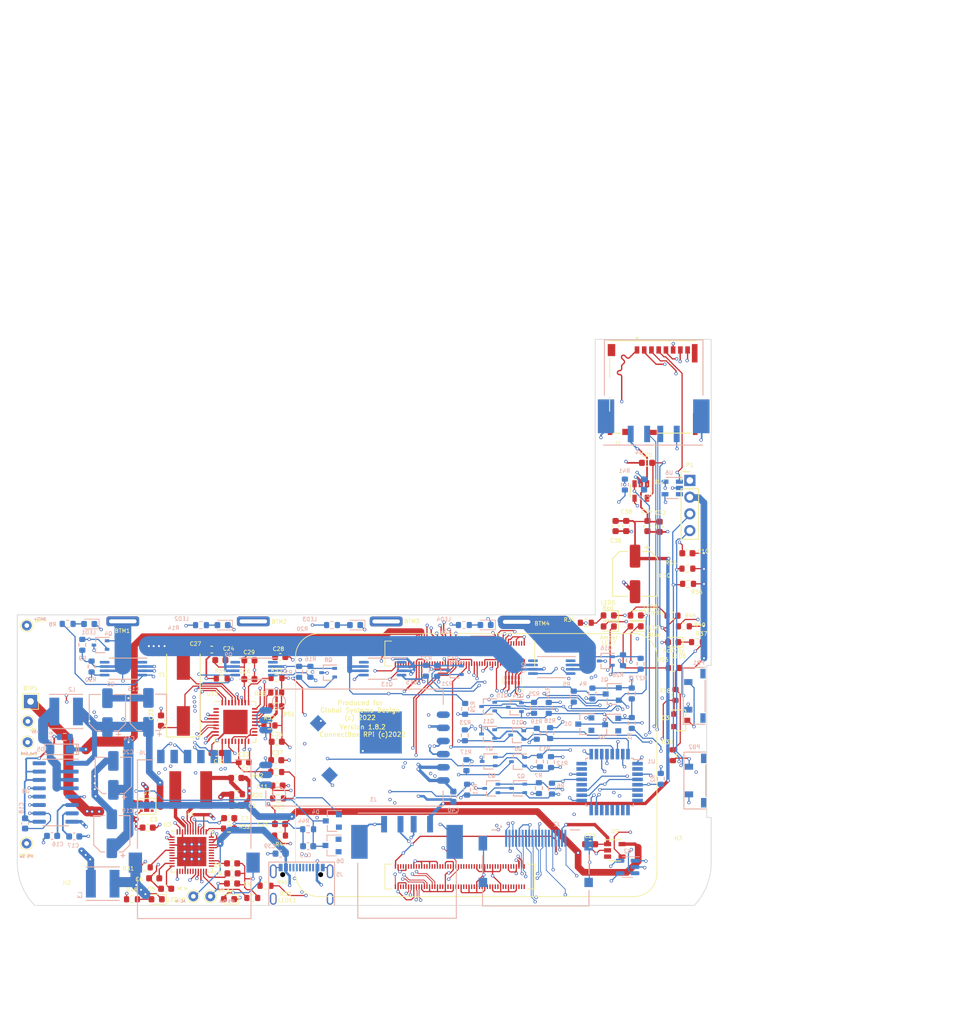
<source format=kicad_pcb>
(kicad_pcb (version 20211014) (generator pcbnew)
  (title_block (title "China layout single board") (date "2022-03-18") (rev "1.8.2") (comment 1 "USB and HDMI traces per JLCPCB"))
  (layers (0 "F.Cu" signal) (1 "In1.Cu" signal) (2 "In2.Cu" signal) (3 "In3.Cu" signal) (4 "In4.Cu" signal) (31 "B.Cu" signal) (34 "B.Paste" user) (35 "F.Paste" user) (36 "B.SilkS" user "B.Silkscreen") (37 "F.SilkS" user "F.Silkscreen") (38 "B.Mask" user) (39 "F.Mask" user) (44 "Edge.Cuts" user))
  (net 0 "")
  (net 1 "/Battery/BATT+")
  (net 2 "/Batteries/BT1-")
  (net 3 "/Batteries/BT2-")
  (net 4 "/Batteries/BT3-")
  (net 5 "/Batteries/BT4-")
  (net 6 "PWR_GND")
  (net 7 "Net-(C2-Pad1)")
  (net 8 "/Charger/IPS_OUT")
  (net 9 "GND")
  (net 10 "Net-(C5-Pad2)")
  (net 11 "Net-(C6-Pad2)")
  (net 12 "Net-(C7-Pad2)")
  (net 13 "Net-(C8-Pad2)")
  (net 14 "Net-(C9-Pad2)")
  (net 15 "/Power/IPS_SW")
  (net 16 "+5V")
  (net 17 "+3.3v")
  (net 18 "/CM4_GPIO/GPIO_IRQ")
  (net 19 "/CM4_GPIO/SD_PWR")
  (net 20 "/CM4_HighSpeed/HDMI_5v")
  (net 21 "Net-(C23-Pad1)")
  (net 22 "Net-(C24-Pad1)")
  (net 23 "/USB Hub/VBUS")
  (net 24 "/AC_IN")
  (net 25 "Net-(D1-Pad1)")
  (net 26 "/CM4_GPIO/EXT_ENA")
  (net 27 "/CM4_GPIO/GPIO_PB1")
  (net 28 "/CM4_GPIO/PowerSwitch")
  (net 29 "/CM4_GPIO/SD_DAT1")
  (net 30 "/CM4_GPIO/SD_DAT0")
  (net 31 "/CM4_GPIO/SD_CLK")
  (net 32 "/CM4_GPIO/SD_CMD")
  (net 33 "/CM4_GPIO/SD_DAT3")
  (net 34 "/CM4_GPIO/SD_DAT2")
  (net 35 "/CM4_HighSpeed/HDMI0_HOTPLUG")
  (net 36 "/CM4_HighSpeed/HDMI0_SDA")
  (net 37 "/CM4_HighSpeed/HDMI0_SCL")
  (net 38 "/CM4_HighSpeed/HDMI0_CEC")
  (net 39 "/CM4_HighSpeed/HDMI0_CK_N")
  (net 40 "/CM4_HighSpeed/HDMI0_CK_P")
  (net 41 "/CM4_HighSpeed/HDMI0_D0_N")
  (net 42 "/CM4_HighSpeed/HDMI0_D0_P")
  (net 43 "/CM4_HighSpeed/HDMI0_D1_N")
  (net 44 "/CM4_HighSpeed/HDMI0_D1_P")
  (net 45 "/CM4_HighSpeed/HDMI0_D2_N")
  (net 46 "/CM4_HighSpeed/HDMI0_D2_P")
  (net 47 "/USB Hub/HD4_N")
  (net 48 "/USB Hub/HD4_P")
  (net 49 "/USB Hub/HD3_N")
  (net 50 "/USB Hub/HD3_P")
  (net 54 "Net-(L1-Pad2)")
  (net 55 "/CM4_GPIO/GPIO6")
  (net 56 "/CM4_GPIO/TRD3_P")
  (net 57 "/CM4_GPIO/TRD1_P")
  (net 58 "/CM4_GPIO/TRD3_N")
  (net 59 "/CM4_GPIO/TRD1_N")
  (net 60 "/CM4_GPIO/TRD2_N")
  (net 61 "/CM4_GPIO/TRD0_N")
  (net 62 "/CM4_GPIO/TRD2_P")
  (net 63 "/CM4_GPIO/TRD0_P")
  (net 64 "/CM4_GPIO/PI_nLED_Activity")
  (net 65 "/Battery/{slash}BT1_ENA")
  (net 66 "/Battery/BT1_PRES")
  (net 67 "/Battery/{slash}BT2_ENA")
  (net 68 "/Battery/BT2_PRES")
  (net 69 "/CM4_GPIO/GPIO_PB2")
  (net 70 "/CM4_GPIO/SD_PWR_ON")
  (net 71 "/Battery/{slash}BT3_ENA")
  (net 72 "/Battery/BT3_PRES")
  (net 73 "/CM4_GPIO/+1.8v")
  (net 74 "/USB Hub/nEXTRST")
  (net 75 "/CM4_HighSpeed/USB2_N")
  (net 76 "/CM4_HighSpeed/USB2_P")
  (net 77 "Net-(Q1-Pad1)")
  (net 78 "Net-(Q2-Pad3)")
  (net 79 "Net-(Q3-Pad3)")
  (net 80 "Net-(Q6-Pad3)")
  (net 81 "Net-(Q7-Pad3)")
  (net 82 "Net-(Q10-Pad3)")
  (net 83 "Net-(Q11-Pad3)")
  (net 84 "Net-(Q14-Pad3)")
  (net 85 "Net-(Q15-Pad3)")
  (net 87 "/Battery/ADC2")
  (net 89 "/Battery/{slash}BT4_ENA")
  (net 90 "/Battery/BT4_PRES")
  (net 91 "/Battery/MOSI")
  (net 92 "/Battery/MISO")
  (net 93 "/Battery/SCL")
  (net 94 "/Battery/I2C_SDA")
  (net 95 "/Battery/I2C_SCL")
  (net 96 "/Battery/{slash}RESET")
  (net 99 "/USB Hub/nOCS1")
  (net 100 "/USB Hub/PWR1")
  (net 101 "/USB Hub/HD2_N")
  (net 102 "/USB Hub/HD2_P")
  (net 104 "/CM4_HighSpeed/USBOTG_ID")
  (net 106 "/Power/SNS_EN")
  (net 107 "/CM4_GPIO/ETH_LEDY")
  (net 108 "/CM4_GPIO/SYNC_IN")
  (net 109 "/CM4_GPIO/ETH_LEDG")
  (net 110 "/CM4_GPIO/SYNC_OUT")
  (net 112 "/CM4_GPIO/EEPROM_nWP")
  (net 113 "/CM4_GPIO/GPIO26")
  (net 114 "/CM4_GPIO/GPIO21")
  (net 115 "/CM4_GPIO/GPIO19")
  (net 116 "/CM4_GPIO/GPIO20")
  (net 117 "/CM4_GPIO/GPIO13")
  (net 118 "/CM4_GPIO/GPIO16")
  (net 119 "/CM4_GPIO/GPIO12")
  (net 120 "/CM4_GPIO/GPIO5")
  (net 121 "/CM4_GPIO/ID_SC")
  (net 122 "/CM4_GPIO/ID_SD")
  (net 123 "/CM4_GPIO/GPIO7")
  (net 124 "/CM4_GPIO/GPIO8")
  (net 125 "/CM4_GPIO/GPIO25")
  (net 126 "/CM4_GPIO/GPIO24")
  (net 127 "/CM4_GPIO/GPIO23")
  (net 128 "/CM4_GPIO/GPIO27")
  (net 129 "/CM4_GPIO/GPIO18")
  (net 130 "/CM4_GPIO/GPIO17")
  (net 131 "/CM4_GPIO/GPIO14")
  (net 132 "/CM4_GPIO/GPIO2")
  (net 138 "/CM4_GPIO/Reserved")
  (net 139 "/CM4_GPIO/WL_nDis")
  (net 140 "/CM4_GPIO/BT_nDis")
  (net 141 "/CM4_GPIO/RUN_PG")
  (net 142 "/CM4_GPIO/nRPIBOOT")
  (net 143 "/CM4_GPIO/AIN1")
  (net 144 "/CM4_GPIO/nPWR_LED")
  (net 145 "/CM4_GPIO/AIN0")
  (net 146 "/CM4_GPIO/Camera_GPIO")
  (net 147 "/CM4_GPIO/GLOBAL_EN")
  (net 148 "/CM4_HighSpeed/PCIE_CLK_nREQ")
  (net 151 "/CM4_HighSpeed/PCIE_nRST")
  (net 152 "/CM4_HighSpeed/PCIE_CLK_P")
  (net 153 "/CM4_HighSpeed/TV_OUT")
  (net 154 "/CM4_HighSpeed/PCIE_CLK_N")
  (net 155 "/CM4_HighSpeed/CAM1_D0_N")
  (net 156 "/CM4_HighSpeed/PCIE_RX_P")
  (net 157 "/CM4_HighSpeed/CAM1_D0_P")
  (net 158 "/CM4_HighSpeed/PCIE_RX_N")
  (net 159 "/CM4_HighSpeed/CAM1_D1_N")
  (net 160 "/CM4_HighSpeed/PCIE_TX_P")
  (net 161 "/CM4_HighSpeed/CAM1_D1_P")
  (net 162 "/CM4_HighSpeed/PCIE_TX_N")
  (net 163 "/CM4_HighSpeed/CAM1_C_N")
  (net 164 "/CM4_HighSpeed/CAM0_D0_N")
  (net 165 "/CM4_HighSpeed/CAM1_C_P")
  (net 166 "/CM4_HighSpeed/CAM0_D0_P")
  (net 167 "/CM4_HighSpeed/CAM1_D2_N")
  (net 168 "/CM4_HighSpeed/CAM0_D1_N")
  (net 169 "/CM4_HighSpeed/CAM1_D2_P")
  (net 170 "/CM4_HighSpeed/CAM0_D1_P")
  (net 171 "/CM4_HighSpeed/CAM1_D3_N")
  (net 172 "/CM4_HighSpeed/CAM0_C_N")
  (net 173 "/CM4_HighSpeed/CAM1_D3_P")
  (net 174 "/CM4_HighSpeed/CAM0_C_P")
  (net 175 "/CM4_HighSpeed/HDMI1_HOTPLUG")
  (net 176 "/CM4_HighSpeed/HDMI1_SDA")
  (net 177 "/CM4_HighSpeed/HDMI1_D2_P")
  (net 178 "/CM4_HighSpeed/HDMI1_SCL")
  (net 179 "/CM4_HighSpeed/HDMI1_D2_N")
  (net 180 "/CM4_HighSpeed/HDMI1_CEC")
  (net 181 "/CM4_HighSpeed/HDMI1_D1_P")
  (net 182 "/CM4_HighSpeed/HDMI1_D1_N")
  (net 183 "/CM4_HighSpeed/DSI0_D0_N")
  (net 184 "/CM4_HighSpeed/HDMI1_D0_P")
  (net 185 "/CM4_HighSpeed/DSI0_D0_P")
  (net 186 "/CM4_HighSpeed/HDMI1_D0_N")
  (net 187 "/CM4_HighSpeed/DSI0_D1_N")
  (net 188 "/CM4_HighSpeed/HDMI1_CK_P")
  (net 189 "/CM4_HighSpeed/DSI0_D1_P")
  (net 190 "/CM4_HighSpeed/HDMI1_CK_N")
  (net 191 "/CM4_HighSpeed/DSI0_C_N")
  (net 192 "/CM4_HighSpeed/DSI0_C_P")
  (net 193 "/CM4_HighSpeed/DSI1_D0_N")
  (net 194 "/CM4_HighSpeed/DSI1_D0_P")
  (net 195 "/CM4_HighSpeed/DSI1_D1_N")
  (net 196 "/CM4_HighSpeed/DSI1_D1_P")
  (net 197 "/CM4_HighSpeed/DSI1_C_N")
  (net 198 "/CM4_HighSpeed/DSI1_C_P")
  (net 199 "/CM4_HighSpeed/DSI1_D2_N")
  (net 200 "/CM4_HighSpeed/DSI1_D3_N")
  (net 201 "/CM4_HighSpeed/DSI1_D2_P")
  (net 202 "/CM4_HighSpeed/DSI1_D3_P")
  (net 221 "/Battery/ADC0")
  (net 222 "/Battery/ADC1")
  (net 223 "/Battery/ADC3")
  (net 224 "/Power/OVR_EN")
  (net 225 "/USB Hub/HD1_N")
  (net 226 "/USB Hub/HD1_P")
  (net 227 "Net-(LED1-Pad1)")
  (net 228 "Net-(R37-Pad2)")
  (net 229 "Net-(R12-Pad2)")
  (net 230 "Net-(LED10-Pad2)")
  (net 231 "Net-(LED11-Pad2)")
  (net 232 "Net-(LED1-Pad2)")
  (net 233 "Net-(LED3-Pad2)")
  (net 234 "Net-(LED5-Pad2)")
  (net 235 "Net-(LED7-Pad2)")
  (net 236 "Net-(C16-Pad1)")
  (net 237 "/Battery/{slash}BT1_ENA_B")
  (net 238 "Net-(C17-Pad1)")
  (net 239 "Net-(C18-Pad1)")
  (net 240 "Net-(D5-Pad2)")
  (net 241 "Net-(LED2-Pad2)")
  (net 242 "Net-(LED4-Pad2)")
  (net 243 "Net-(LED5-Pad1)")
  (net 244 "Net-(LED8-Pad2)")
  (net 245 "Net-(R31-Pad1)")
  (net 246 "Net-(R32-Pad1)")
  (net 247 "Net-(R33-Pad2)")
  (net 248 "Net-(R51-Pad1)")
  (net 249 "Net-(R53-Pad1)")
  (net 266 "Net-(LED9-Pad2)")
  (net 282 "Net-(R55-Pad1)")
  (net 283 "Net-(R54-Pad2)")
  (net 284 "Net-(R52-Pad1)")
  (net 285 "Net-(R47-Pad1)")
  (footprint "Resistor_SMD:R_0603_1608Metric" (layer "F.Cu") (at 132.18 188.32)
    (fp_text reference "R32")
    (fp_text value "100" hide)
  )
  (footprint "Resistor_SMD:R_0603_1608Metric" (layer "F.Cu") (at 186.49 157.02)
    (fp_text reference "R34")
    (fp_text value "1.8K" hide)
  )
  (footprint "Capacitor_SMD:C_0603_1608Metric" (layer "F.Cu") (at 139.37 177.92)
    (fp_text reference "C37")
    (fp_text value "0.1uf" hide)
  )
  (footprint "CustomComponents:MountingHole_4.3mm_M4-A" (layer "F.Cu") (at 104.92 195.52)
    (fp_text reference "H2")
    (fp_text value "MountingHole")
  )
  (footprint "TestPoint:TestPoint_THTPad_D1.5mm_Drill0.7mm" (layer "F.Cu") (at 101.57 172.02)
    (fp_text reference "TP6" hide)
    (fp_text value "5V")
  )
  (footprint "Resistor_SMD:R_0603_1608Metric" (layer "F.Cu") (at 139.37 169.73)
    (fp_text reference "R51")
    (fp_text value "36K" hide)
  )
  (footprint "Resistor_SMD:R_0603_1608Metric" (layer "F.Cu") (at 200.14 167.995 90)
    (fp_text reference "R38")
    (fp_text value "10K" hide)
  )
  (footprint "Capacitor_SMD:C_0603_1608Metric" (layer "F.Cu") (at 132.66 193.61 180)
    (fp_text reference "C8")
    (fp_text value "1uF" hide)
  )
  (footprint "Capacitor_SMD:C_0603_1608Metric" (layer "F.Cu") (at 120.8 195.88)
    (fp_text reference "C6")
    (fp_text value "4.7uF" hide)
  )
  (footprint "Capacitor_SMD:C_0603_1608Metric" (layer "F.Cu") (at 197.72 142.43 -90)
    (fp_text reference "C32")
    (fp_text value "10uF" hide)
  )
  (footprint "Capacitor_SMD:C_0603_1608Metric" (layer "F.Cu") (at 139.98 162.22)
    (fp_text reference "C28")
    (fp_text value "0.1uf" hide)
  )
  (footprint "Resistor_SMD:R_0603_1608Metric" (layer "F.Cu") (at 137.74 197.02 180)
    (fp_text reference "R49")
    (fp_text value "510")
  )
  (footprint "Capacitor_SMD:C_0603_1608Metric" (layer "F.Cu") (at 187.15 190.7 180)
    (fp_text reference "C22")
    (fp_text value "0.1uf" hide)
  )
  (footprint "Capacitor_SMD:C_0603_1608Metric" (layer "F.Cu") (at 133.29 180.62)
    (fp_text reference "C2")
    (fp_text value "10uF" hide)
  )
  (footprint "Capacitor_SMD:C_0603_1608Metric" (layer "F.Cu") (at 119.81 188.17)
    (fp_text reference "C3")
    (fp_text value "10uF" hide)
  )
  (footprint "Capacitor_SMD:C_0603_1608Metric" (layer "F.Cu") (at 192.64 142.31 -90)
    (fp_text reference "C38")
    (fp_text value "10uF" hide)
  )
  (footprint "CustomComponents:U-DFN2020-6" (layer "F.Cu") (at 119.66 184.95)
    (fp_text reference "U7")
    (fp_text value "AP22814A" hide)
  )
  (footprint "Resistor_SMD:R_0603_1608Metric" (layer "F.Cu") (at 131.08 165.5)
    (fp_text reference "R54")
    (fp_text value "12K" hide)
  )
  (footprint "Resistor_SMD:R_0603_1608Metric" (layer "F.Cu") (at 199.74 177.16 90)
    (fp_text reference "R39")
    (fp_text value "10K" hide)
  )
  (footprint "Package_DFN_QFN:QFN-36-1EP_6x6mm_P0.5mm_EP3.7x3.7mm" (layer "F.Cu") (at 133.16 172.11)
    (fp_text reference "U13")
    (fp_text value "USB2514B-I/M2" hide)
  )
  (footprint "CustomComponents:WH-Battery-" (layer "F.Cu") (at 175.96 157.46)
    (fp_text reference "BTM4")
    (fp_text value "Conn_01x01_Female")
  )
  (footprint "Capacitor_SMD:C_0603_1608Metric" (layer "F.Cu") (at 132.22 186.73 180)
    (fp_text reference "C7")
    (fp_text value "4.7uF" hide)
  )
  (footprint "Capacitor_SMD:C_0603_1608Metric" (layer "F.Cu") (at 134.44 178.22)
    (fp_text reference "C33")
    (fp_text value "0.1uf" hide)
  )
  (footprint "CM4IO:SDCARD_MOLEX_503398-1892" (layer "F.Cu") (at 196.66 121.1625)
    (fp_text reference "J1")
    (fp_text value "Micro_SD_Card" hide)
  )
  (footprint "LED_SMD:LED_0603_1608Metric" (layer "F.Cu") (at 132.19 199.05 180)
    (fp_text reference "LED11")
    (fp_text value "Amber")
  )
  (footprint "Capacitor_SMD:C_0603_1608Metric" (layer "F.Cu") (at 139.57 181.78)
    (fp_text reference "C11")
    (fp_text value "10uF" hide)
  )
  (footprint "CustomComponents:WH-Battery-" (layer "F.Cu") (at 116.02 157.38)
    (fp_text reference "BTM1")
    (fp_text value "Conn_01x01_Female")
  )
  (footprint "CustomComponents:INDUCTOR_SMD_6x6-1" (layer "F.Cu") (at 126.36 182.45 -90)
    (fp_text reference "L1")
    (fp_text value "4.7 uH" hide)
  )
  (footprint "CustomComponents:WH-Battery-" (layer "F.Cu") (at 135.89 156.81)
    (fp_text reference "BTM2")
    (fp_text value "Conn_01x01_Female")
  )
  (footprint "TestPoint:TestPoint_THTPad_D1.5mm_Drill0.7mm" (layer "F.Cu") (at 101.38 190.59)
    (fp_text reference "TP5" hide)
    (fp_text value "IPS_Sw")
  )
  (footprint "LED_SMD:LED_0603_1608Metric" (layer "F.Cu") (at 194.071 155.905 180)
    (fp_text reference "LED8")
    (fp_text value "Green" hide)
  )
  (footprint "CustomComponents:MountingHole_4.3mm_M4-A" (layer "F.Cu") (at 200.57 195.09)
    (fp_text reference "H3")
    (fp_text value "MountingHole")
  )
  (footprint "LED_SMD:LED_0603_1608Metric" (layer "F.Cu") (at 121.18 199.07 180)
    (fp_text reference "LED10")
    (fp_text value "Green")
  )
  (footprint "Resistor_SMD:R_0603_1608Metric" (layer "F.Cu") (at 119.37 194.22 180)
    (fp_text reference "R31")
    (fp_text value "10K" hide)
  )
  (footprint "TestPoint:TestPoint_THTPad_D1.5mm_Drill0.7mm" (layer "F.Cu") (at 101.54 175.19)
    (fp_text reference "TP2" hide)
    (fp_text value "Pwr_Gnd")
  )
  (footprint "CustomComponents:MountingHole_4.3mm_M4-A" (layer "F.Cu") (at 104.93 162.54)
    (fp_text reference "H1" hide)
    (fp_text value "MountingHole")
  )
  (footprint "Capacitor_SMD:C_0603_1608Metric" (layer "F.Cu") (at 122.62 197.47)
    (fp_text reference "C5")
    (fp_text value "4.7uF" hide)
  )
  (footprint "LED_SMD:LED_0603_1608Metric" (layer "F.Cu") (at 189.975 155.905 180)
    (fp_text reference "LED5")
    (fp_text value "Red" hide)
  )
  (footprint "Resistor_SMD:R_0603_1608Metric" (layer "F.Cu") (at 117.42 199.07)
    (fp_text reference "R48")
    (fp_text value "510")
  )
  (footprint "Resistor_SMD:R_0603_1608Metric" (layer "F.Cu") (at 201.95 148.79)
    (fp_text reference "R35")
    (fp_text value "2.2K" hide)
  )
  (footprint "Capacitor_SMD:C_0603_1608Metric" (layer "F.Cu") (at 130.87 162.7)
    (fp_text reference "C27")
    (fp_text value "10uF" hide)
  )
  (footprint "Resistor_SMD:R_0603_1608Metric" (layer "F.Cu") (at 203.41 159.96 180)
    (fp_text reference "R37")
    (fp_text value "1K" hide)
  )
  (footprint "Resistor_SMD:R_0603_1608Metric" (layer "F.Cu") (at 139.37 167.63)
    (fp_text reference "R55")
    (fp_text value "36K" hide)
  )
  (footprint "TestPoint:TestPoint_THTPad_D1.5mm_Drill0.7mm" (layer "F.Cu") (at 101.41 157.44)
    (fp_text reference "TP3" hide)
    (fp_text value "Bat+")
  )
  (footprint "Diode_SMD:D_SOT-23_ANK" (layer "F.Cu") (at 200.94 171.86)
    (fp_text reference "D3")
    (fp_text value "MMBD914" hide)
  )
  (footprint "Package_TO_SOT_SMD:SOT-23-5" (layer "F.Cu") (at 194.86 136.98 -90)
    (fp_text reference "U12")
    (fp_text value "RT9742ANGJ5F" hide)
  )
  (footprint "TestPoint:TestPoint_THTPad_2.0x2.0mm_Drill1.0mm" (layer "F.Cu") (at 101.98 168.99)
    (fp_text reference "BTP1")
    (fp_text value "Conn_01x01_Female")
  )
  (footprint "Resistor_SMD:R_0603_1608Metric" (layer "F.Cu") (at 135.73 198.87 180)
    (fp_text reference "R33")
    (fp_text value "200K" hide)
  )
  (footprint "CustomComponents:UQFN-48-1EP_6x6mm_Pitch0.4mm_75" (layer "F.Cu") (at 126.51 191.82)
    (fp_text reference "U3")
    (fp_text value "AXP209" hide)
  )
  (footprint "Capacitor_SMD:C_0603_1608Metric" (layer "F.Cu") (at 130.3 176.82 180)
    (fp_text reference "C31")
    (fp_text value "0.1uf" hide)
  )
  (footprint "Resistor_SMD:R_0603_1608Metric" (layer "F.Cu") (at 199.87 163.89 180)
    (fp_text reference "R56")
    (fp_text value "510")
  )
  (footprint "CustomComponents:WH-Battery-" (layer "F.Cu") (at 156.1 157.4)
    (fp_text reference "BTM3")
    (fp_text value "Conn_01x01_Female")
  )
  (footprint "Capacitor_SMD:C_0603_1608Metric" (layer "F.Cu") (at 132.72 195.13 180)
    (fp_text reference "C9")
    (fp_text value "1uF" hide)
  )
  (footprint "Capacitor_SMD:C_0603_1608Metric" (layer "F.Cu") (at 135.29 162.72)
    (fp_text reference "C29")
    (fp_text value "0.1uf" hide)
  )
  (footprint "LED_SMD:LED_0603_1608Metric" (layer "F.Cu") (at 199.79 159.97 180)
    (fp_text reference "LED6")
    (fp_text value "Blue" hide)
  )
  (footprint "Resistor_SMD:R_0603_1608Metric" (layer "F.Cu") (at 139.37 179.72)
    (fp_text reference "R42")
    (fp_text value "51K" hide)
  )
  (footprint "LED_SMD:LED_0603_1608Metric" (layer "F.Cu") (at 194.07 157.56 180)
    (fp_text reference "LED9")
    (fp_text value "Blue")
  )
  (footprint "Capacitor_SMD:C_0603_1608Metric" (layer "F.Cu") (at 195.81 132.7 180)
    (fp_text reference "C25")
    (fp_text value "10uF" hide)
  )
  (footprint "TestPoint:TestPoint_THTPad_D1.5mm_Drill0.7mm" (layer "F.Cu") (at 129.34 198.63)
    (fp_text reference "TP4" hide)
    (fp_text value "IPS")
  )
  (footprint "Capacitor_SMD:C_0603_1608Metric" (layer "F.Cu") (at 133.37 184.85)
    (fp_text reference "C1")
    (fp_text value "10uF" hide)
  )
  (footprint "Capacitor_SMD:C_0603_1608Metric" (layer "F.Cu") (at 201.95 146.45 180)
    (fp_text reference "C10")
    (fp_text value "1uF" hide)
  )
  (footprint "Capacitor_SMD:C_0603_1608Metric" (layer "F.Cu") (at 139.455 175.11)
    (fp_text reference "C35")
    (fp_text value "0.1uf" hide)
  )
  (footprint "Capacitor_SMD:C_0603_1608Metric" (layer "F.Cu") (at 191.02 142.31 -90)
    (fp_text reference "C36")
    (fp_text value "10uF" hide)
  )
  (footprint "Capacitor_SMD:C_0603_1608Metric" (layer "F.Cu") (at 195.87 142.315 -90)
    (fp_text reference "C34")
    (fp_text value "10uF" hide)
  )
  (footprint "Capacitor_SMD:CP_Elec_6.3x4.5" (layer "F.Cu") (at 193.98 149.59 -90)
    (fp_text reference "C30")
    (fp_text value "100uF" hide)
  )
  (footprint "Package_TO_SOT_SMD:SOT-23-5" (layer "F.Cu") (at 190.9 191.63)
    (fp_text reference "U9")
    (fp_text value "RT9742ANGJ5F" hide)
  )
  (footprint "Capacitor_SMD:C_0603_1608Metric" (layer "F.Cu") (at 139.95 187.63 180)
    (fp_text reference "C21")
    (fp_text value "0.1uf" hide)
  )
  (footprint "Resistor_SMD:R_0603_1608Metric" (layer "F.Cu") (at 139.65 183.73)
    (fp_text reference "R43")
    (fp_text value "1K" hide)
  )
  (footprint "Resistor_SMD:R_0603_1608Metric" (layer "F.Cu") (at 139.95 189.38)
    (fp_text reference "R47")
    (fp_text value "12K" hide)
  )
  (footprint "Capacitor_SMD:C_0603_1608Metric" (layer "F.Cu") (at 135.29 165.59)
    (fp_text reference "C26")
    (fp_text value "10uF" hide)
  )
  (footprint "CustomComponents:USON-10_2.5x1.0mm_P0.5mm" (layer "F.Cu") (at 175.29 165.75 -90)
    (fp_text reference "U5")
    (fp_text value "TPD4EUSB30" hide)
  )
  (footprint "Crystal:Crystal_SMD_HC49-SD" (layer "F.Cu") (at 125.24 167.7 90)
    (fp_text reference "Y1")
    (fp_text value "24MHz" hide)
  )
  (footprint "Connector_PinHeader_2.54mm:PinHeader_1x04_P2.54mm_Vertical" (layer "F.Cu") (at 202.32 135.38)
    (fp_text reference "P1")
    (fp_text value "Conn_01x04" hide)
  )
  (footprint "Resistor_SMD:R_0603_1608Metric" (layer "F.Cu") (at 202.05 151.1)
    (fp_text reference "R36")
    (fp_text value "2.2K" hide)
  )
  (footprint "Capacitor_SMD:C_0603_1608Metric" (layer "F.Cu") (at 121.84 171.9 90)
    (fp_text reference "C23")
    (fp_text value "9pF" hide)
  )
  (footprint "LED_SMD:LED_0603_1608Metric" (layer "F.Cu") (at 189.98 157.58 180)
    (fp_text reference "LED7")
    (fp_text value "Amber")
  )
  (footprint "Resistor_SMD:R_0603_1608Metric" (layer "F.Cu") (at 138.34 172.64)
    (fp_text reference "R52")
    (fp_text value "36K" hide)
  )
  (footprint "Resistor_SMD:R_0603_1608Metric" (layer "F.Cu") (at 199.68 155.94 180)
    (fp_text reference "R46")
    (fp_text value "1K" hide)
  )
  (footprint "Capacitor_SMD:C_0603_1608Metric" (layer "F.Cu") (at 129.56 161.1)
    (fp_text reference "C24")
    (fp_text value "9pF" hide)
  )
  (footprint "CustomComponents:CM4_Module_noHoles" (layer "F.Cu") (at 145.812993 162.160001 -90)
    (fp_text reference "Module1" hide)
    (fp_text value "ComputeModule4")
  )
  (footprint "Resistor_SMD:R_0603_1608Metric" (layer "F.Cu") (at 201.41 157.56 180)
    (fp_text reference "R40")
    (fp_text value "510")
  )
  (footprint "Resistor_SMD:R_0603_1608Metric" (layer "F.Cu") (at 139.42 165.42)
    (fp_text reference "R53")
    (fp_text value "36K" hide)
  )
  (footprint "Resistor_SMD:R_0603_1608Metric" (layer "F.Cu") (at 133.4 183.1)
    (fp_text reference "R30")
    (fp_text value "0.03 ohm" hide)
  )
  (footprint "Capacitor_SMD:C_0603_1608Metric" (layer "F.Cu") (at 132.65 196.67)
    (fp_text reference "C4")
    (fp_text value "10uF" hide)
  )
  (footprint "TestPoint:TestPoint_THTPad_D1.5mm_Drill0.7mm" (layer "F.Cu") (at 126.76 198.62)
    (fp_text reference "TP1" hide)
    (fp_text value "AC_IN")
  )
  (footprint "CustomComponents:USB_A_CUI_smd" (layer "B.Cu") (at 193.32 128.305)
    (fp_text reference "J4")
    (fp_text value "USB_A" hide)
  )
  (footprint "Capacitor_SMD:C_0603_1608Metric" (layer "B.Cu") (at 105.26 189.43 180)
    (fp_text reference "C16")
    (fp_text value "1.0uf" hide)
  )
  (footprint "Capacitor_SMD:C_0603_1608Metric" (layer "B.Cu") (at 166.33 183.47 -90)
    (fp_text reference "C40")
    (fp_text value "22uF" hide)
  )
  (footprint "Capacitor_SMD:CP_Elec_5x3" (layer "B.Cu") (at 114.58 180.23 90)
    (fp_text reference "C20")
    (fp_text value "150uf" hide)
  )
  (footprint "Resistor_SMD:R_0603_1608Metric" (layer "B.Cu") (at 197.9 180.75 -90)
    (fp_text reference "R2")
    (fp_text value "2.2K" hide)
  )
  (footprint "Package_TO_SOT_SMD:SOT-23-5" (layer "B.Cu") (at 192.84 194.16 180)
    (fp_text reference "U2")
    (fp_text value "74LVCE1G126")
  )
  (footprint "Package_TO_SOT_SMD:SOT-23-5" (layer "B.Cu") (at 199.635098 136.52 180)
    (fp_text reference "U6")
    (fp_text value "RT9742ANGJ5F" hide)
  )
  (footprint "Resistor_SMD:R_0603_1608Metric" (layer "B.Cu") (at 192.15 162.72 90)
    (fp_text reference "R28")
    (fp_text value "100K" hide)
  )
  (footprint "Resistor_SMD:R_0603_1608Metric" (layer "B.Cu") (at 179.02 173.91 90)
    (fp_text reference "R19")
    (fp_text value "100K" hide)
  )
  (footprint "Resistor_SMD:R_0603_1608Metric" (layer "B.Cu") (at 193.48 167.77 90)
    (fp_text reference "R3")
    (fp_text value "20K" hide)
  )
  (footprint "Package_TO_SOT_SMD:SOT-323_SC-70" (layer "B.Cu") (at 189.53 162.83 180)
    (fp_text reference "Q16")
    (fp_text value "3J15" hide)
  )
  (footprint "Resistor_SMD:R_0603_1608Metric" (layer "B.Cu") (at 144.57 164.48 90)
    (fp_text reference "R16")
    (fp_text value "100K" hide)
  )
  (footprint "CustomComponents:MagJack_S811" (layer "B.Cu") (at 126.89 177.361)
    (fp_text reference "J6")
    (fp_text value "MagJack-S811")
  )
  (footprint "Resistor_SMD:R_0603_1608Metric" (layer "B.Cu") (at 168.42 182.4 90)
    (fp_text reference "R11")
    (fp_text value "20K" hide)
  )
  (footprint "Resistor_SMD:R_0603_1608Metric" (layer "B.Cu") (at 181.19 178.21 90)
    (fp_text reference "R12")
    (fp_text value "10K" hide)
  )
  (footprint "CustomComponents:SW-TL3330A" (layer "B.Cu") (at 203.32 168.134 -90)
    (fp_text reference "PB1")
    (fp_text value "SPST-PUSH" hide)
  )
  (footprint "Diode_SMD:D_SOT-23_ANK" (layer "B.Cu") (at 190.43 172.51 180)
    (fp_text reference "D2")
    (fp_text value "MMBD914" hide)
  )
  (footprint "Resistor_SMD:R_0603_1608Metric" (layer "B.Cu") (at 194.83 163.255 -90)
    (fp_text reference "R27")
    (fp_text value "10K" hide)
  )
  (footprint "Resistor_SMD:R_0603_1608Metric" (layer "B.Cu") (at 167.93 157.36)
    (fp_text reference "R26")
    (fp_text value "510")
  )
  (footprint "LED_SMD:LED_0603_1608Metric" (layer "B.Cu") (at 151.3725 157.37 180)
    (fp_text reference "LED3")
    (fp_text value "Blue")
  )
  (footprint "Resistor_SMD:R_0603_1608Metric" (layer "B.Cu") (at 107.63 157.19)
    (fp_text reference "R8")
    (fp_text value "510")
  )
  (footprint "Resistor_SMD:R_0603_1608Metric" (layer "B.Cu") (at 179.501822 178.11 90)
    (fp_text reference "R13")
    (fp_text value "100K" hide)
  )
  (footprint "Package_SO:TSSOP-8_4.4x3mm_P0.65mm" (layer "B.Cu") (at 136 164 180)
    (fp_text reference "Q9")
    (fp_text value "8205A" hide)
  )
  (footprint "Capacitor_SMD:C_0603_1608Metric" (layer "B.Cu") (at 140.04 192.13 180)
    (fp_text reference "C39")
    (fp_text value "22uF" hide)
  )
  (footprint "Resistor_SMD:R_0603_1608Metric" (layer "B.Cu") (at 163.85 164.35 -90)
    (fp_text reference "R21")
    (fp_text value "10K" hide)
  )
  (footprint "Capacitor_SMD:CP_Elec_5x3" (layer "B.Cu") (at 119.92 170.65 90)
    (fp_text reference "C15")
    (fp_text value "150uf" hide)
  )
  (footprint "Resistor_SMD:R_0603_1608Metric" (layer "B.Cu") (at 193.48 172.26 90)
    (fp_text reference "R1")
    (fp_text value "10K" hide)
  )
  (footprint "LED_SMD:LED_0603_1608Metric" (layer "B.Cu") (at 171.2325 157.36 180)
    (fp_text reference "LED4")
    (fp_text value "Blue")
  )
  (footprint "Resistor_SMD:R_0603_1608Metric" (layer "B.Cu") (at 109.86 160.37 90)
    (fp_text reference "R9")
    (fp_text value "10K" hide)
  )
  (footprint "Package_TO_SOT_SMD:SOT-323_SC-70" (layer "B.Cu") (at 166.56 164.24 180)
    (fp_text reference "Q12")
    (fp_text value "3J15" hide)
  )
  (footprint "Package_TO_SOT_SMD:SOT-323_SC-70" (layer "B.Cu") (at 171.61 173.94 180)
    (fp_text reference "Q11")
    (fp_text value "3J15" hide)
  )
  (footprint "Capacitor_SMD:CP_Elec_5x3" (layer "B.Cu") (at 113.68 170.69 90)
    (fp_text reference "C14")
    (fp_text value "150uf" hide)
  )
  (footprint "Diode_SMD:D_SOT-23_ANK" (layer "B.Cu") (at 147.91 187.15 180)
    (fp_text reference "D4")
    (fp_text value "MMBD914" hide)
  )
  (footprint "Resistor_SMD:R_0603_1608Metric" (layer "B.Cu") (at 168.08 174.13 90)
    (fp_text reference "R23")
    (fp_text value "20K" hide)
  )
  (footprint "Resistor_SMD:R_0603_1608Metric" (layer "B.Cu") (at 144.23 188.42 180)
    (fp_text reference "R44")
    (fp_text value "1M" hide)
  )
  (footprint "LED_SMD:LED_0603_1608Metric" (layer "B.Cu") (at 131.21 157.38 180)
    (fp_text reference "LED2")
    (fp_text value "Blue")
  )
  (footprint "Resistor_SMD:R_0603_1608Metric" (layer "B.Cu") (at 181.34 182.24 90)
    (fp_text reference "R6")
    (fp_text value "10K" hide)
  )
  (footprint "Resistor_SMD:R_0603_1608Metric" (layer "B.Cu") (at 168.321822 178.68 90)
    (fp_text reference "R17")
    (fp_text value "20K" hide)
  )
  (footprint "CustomComponents:USB_A_CUI_smd" (layer "B.Cu") (at 162.785098 187.655 180)
    (fp_text reference "J3")
    (fp_text value "USB_A" hide)
  )
  (footprint "Resistor_SMD:R_0603_1608Metric" (layer "B.Cu") (at 180.85 169.965 90)
    (fp_text reference "R24")
    (fp_text value "10K" hide)
  )
  (footprint "CustomComponents:HC-R8812AU2" (layer "B.Cu") (at 151.29 176 -90)
    (fp_text reference "U15")
    (fp_text value "HC-R8812AF1" hide)
  )
  (footprint "Package_TO_SOT_SMD:SOT-323_SC-70" (layer "B.Cu") (at 172.11 182.21 180)
    (fp_text reference "Q3")
    (fp_text value "3J15" hide)
  )
  (footprint "Package_SO:TSSOP-8_4.4x3mm_P0.65mm" (layer "B.Cu") (at 181.31 163.77 180)
    (fp_text reference "Q17")
    (fp_text value "8205A" hide)
  )
  (footprint "Package_QFP:TQFP-32_7x7mm_P0.8mm" (layer "B.Cu") (at 190.11 181.25 180)
    (fp_text reference "U1")
    (fp_text value "ATtiny88-AU" hide)
  )
  (footprint "CustomComponents:HDMI_CnC_SMT" (layer "B.Cu") (at 178.871098 191.09325 180)
    (fp_text reference "J2")
    (fp_text value "690-019-298-412" hide)
  )
  (footprint "Diode_SMD:D_SOT-23_ANK" (layer "B.Cu") (at 147.86 190.89 180)
    (fp_text reference "D6")
    (fp_text value "MMBD914")
  )
  (footprint "Inductor_SMD:L_Taiyo-Yuden_MD-5050" (layer "B.Cu") (at 107.4 170.51 180)
    (fp_text reference "L2")
    (fp_text value "1.0 uH" hide)
  )
  (footprint "Resistor_SMD:R_0603_1608Metric" (layer "B.Cu") (at 192.435098 136 90)
    (fp_text reference "R41")
    (fp_text value "12K" hide)
  )
  (footprint "Package_SO:SOP-16_3.9x9.9mm_P1.27mm" (layer "B.Cu") (at 105.8 182.83 180)
    (fp_text reference "U8")
    (fp_text value "MAX1709ESE" hide)
  )
  (footprint "Resistor_SMD:R_0603_1608Metric" (layer "B.Cu") (at 187.49 167.78 90)
    (fp_text reference "R4")
    (fp_text value "20K" hide)
  )
  (footprint "Capacitor_SMD:CP_Elec_5x3" (layer "B.Cu") (at 114.35 189.11 90)
    (fp_text reference "C19")
    (fp_text value "150uf" hide)
  )
  (footprint "Resistor_SMD:R_0603_1608Metric" (layer "B.Cu") (at 127.92 157.38)
    (fp_text reference "R14")
    (fp_text value "510")
  )
  (footprint "Diode_SMD:D_SOT-23_ANK" (layer "B.Cu") (at 186.34 172.43 180)
    (fp_text reference "D1")
    (fp_text value "MMBD914" hide)
  )
  (footprint "Resistor_SMD:R_0603_1608Metric" (layer "B.Cu") (at 162.14 164.32 90)
    (fp_text reference "R22")
    (fp_text value "100K" hide)
  )
  (footprint "Resistor_SMD:R_0603_1608Metric" (layer "B.Cu") (at 147.86 157.37)
    (fp_text reference "R20")
    (fp_text value "510")
  )
  (footprint "Package_TO_SOT_SMD:SOT-323_SC-70" (layer "B.Cu") (at 176.05 174.1 180)
    (fp_text reference "Q10")
    (fp_text value "3J15" hide)
  )
  (footprint "Package_TO_SOT_SMD:SOT-323_SC-70" (layer "B.Cu") (at 176.171822 178.15 180)
    (fp_text reference "Q6")
    (fp_text value "3J15" hide)
  )
  (footprint "Package_TO_SOT_SMD:SOT-323_SC-70" (layer "B.Cu") (at 112.63 160.41 180)
    (fp_text reference "Q4")
    (fp_text value "3J15" hide)
  )
  (footprint "CustomComponents:SW-TL3330A" (layer "B.Cu") (at 203.42 181.014 -90)
    (fp_text reference "PB2")
    (fp_text value "SPST-PUSH" hide)
  )
  (footprint "Inductor_SMD:L_Taiyo-Yuden_NR-50xx" (layer "B.Cu") (at 112.96 196.7)
    (fp_text reference "L3")
    (fp_text value "1.5 uH" hide)
  )
  (footprint "Package_TO_SOT_SMD:SOT-323_SC-70" (layer "B.Cu") (at 171.711822 178.11 180)
    (fp_text reference "Q7")
    (fp_text value "3J15" hide)
  )
  (footprint "CustomComponents:USB-C-GCT" (layer "B.Cu") (at 143.245098 194.8175 180)
    (fp_text reference "J5")
    (fp_text value "USB-C")
  )
  (footprint "Resistor_SMD:R_0603_1608Metric" (layer "B.Cu") (at 178.61 169.96 90)
    (fp_text reference "R25")
    (fp_text value "100K" hide)
  )
  (footprint "Package_TO_SOT_SMD:SOT-323_SC-70" (layer "B.Cu") (at 176.2 182.2 180)
    (fp_text reference "Q2")
    (fp_text value "3J15" hide)
  )
  (footprint "Resistor_SMD:R_0603_1608Metric" (layer "B.Cu") (at 168.12256 170.1116 90)
    (fp_text reference "R29")
    (fp_text value "20K" hide)
  )
  (footprint "LED_SMD:LED_0603_1608Metric" (layer "B.Cu") (at 110.91 157.21 180)
    (fp_text reference "LED1")
    (fp_text value "Blue")
  )
  (footprint "Capacitor_SMD:C_0603_1608Metric" (layer "B.Cu") (at 195.345098 135.995 -90)
    (fp_text reference "C12")
    (fp_text value "10uF" hide)
  )
  (footprint "Resistor_SMD:R_0603_1608Metric" (layer "B.Cu") (at 181.06 173.8 90)
    (fp_text reference "R18")
    (fp_text value "10K" hide)
  )
  (footprint "Package_TO_SOT_SMD:SOT-23" (layer "B.Cu") (at 190.51 167.85 180)
    (fp_text reference "Q1")
    (fp_text value "2N7002" hide)
  )
  (footprint "Package_SO:TSSOP-8_4.4x3mm_P0.65mm" (layer "B.Cu") (at 116.12 164 180)
    (fp_text reference "Q5")
    (fp_text value "8205A" hide)
  )
  (footprint "Package_TO_SOT_SMD:SOT-323_SC-70" (layer "B.Cu") (at 171.62256 169.7616 180)
    (fp_text reference "Q15")
    (fp_text value "3J15" hide)
  )
  (footprint "Capacitor_SMD:C_0603_1608Metric" (layer "B.Cu") (at 108.63 189.52)
    (fp_text reference "C17")
    (fp_text value "0.22uf" hide)
  )
  (footprint "Resistor_SMD:R_0603_1608Metric" (layer "B.Cu") (at 184.66 168.25 90)
    (fp_text reference "R5")
    (fp_text value "100K" hide)
  )
  (footprint "CustomComponents:SOD-123FL" (layer "B.Cu") (at 106.48 176.28 180)
    (fp_text reference "D5")
    (fp_text value "NRVTS260ESFT1G" hide)
  )
  (footprint "Resistor_SMD:R_0603_1608Metric" (layer "B.Cu") (at 179.35 182.17 90)
    (fp_text reference "R7")
    (fp_text value "36K" hide)
  )
  (footprint "Resistor_SMD:R_0603_1608Metric" (layer "B.Cu") (at 111.27 163.68 90)
    (fp_text reference "R10")
    (fp_text value "100K" hide)
  )
  (footprint "Resistor_SMD:R_0603_1608Metric" (layer "B.Cu") (at 107.19 174.38 180)
    (fp_text reference "R45")
    (fp_text value "2.0" hide)
  )
  (footprint "Resistor_SMD:R_0603_1608Metric" (layer "B.Cu") (at 142.86 164.48 -90)
    (fp_text reference "R15")
    (fp_text value "10K" hide)
  )
  (footprint "Capacitor_SMD:C_0603_1608Metric" (layer "B.Cu") (at 144.23 191 180)
    (fp_text reference "C13")
    (fp_text value "22uF" hide)
  )
  (footprint "Package_SO:TSSOP-8_4.4x3mm_P0.65mm" (layer "B.Cu") (at 155.57 164 180)
    (fp_text reference "Q13")
    (fp_text value "8205A" hide)
  )
  (footprint "Package_TO_SOT_SMD:SOT-323_SC-70" (layer "B.Cu") (at 147.27 164.61 180)
    (fp_text reference "Q8")
    (fp_text value "3J15" hide)
  )
  (footprint "Capacitor_SMD:C_0603_1608Metric" (layer "B.Cu") (at 101.15 187.53 -90)
    (fp_text reference "C18")
    (fp_text value "0.1uf" hide)
  )
  (footprint "Package_TO_SOT_SMD:SOT-323_SC-70" (layer "B.Cu") (at 175.69256 169.8616 180)
    (fp_text reference "Q14")
    (fp_text value "3J15" hide)
  )
  (gr_line (start 99.965098 155.82) (end 187.915098 155.82) (layer "Edge.Cuts") (width 0.1))
  (gr_line (start 202.99 200.003457) (end 102.62 200.01) (layer "Edge.Cuts") (width 0.1))
  (gr_line (start 187.915 113.92) (end 205.565 113.92) (layer "Edge.Cuts") (width 0.1))
  (gr_line (start 205.57 193.52) (end 205.57 186.63) (layer "Edge.Cuts") (width 0.1))
  (gr_line (start 99.965098 155.82) (end 99.964423 193.459372) (layer "Edge.Cuts") (width 0.1))
  (gr_line (start 204.89 186.63) (end 204.89 163.51) (layer "Edge.Cuts") (width 0.1))
  (gr_line (start 187.915098 155.82) (end 187.915098 113.92) (layer "Edge.Cuts") (width 0.1))
  (gr_line (start 204.89 163.51) (end 205.57 163.51) (layer "Edge.Cuts") (width 0.1))
  (gr_arc (start 205.57 193.52) (mid 204.90578 197.010749) (end 202.99 200.003457) (layer "Edge.Cuts") (width 0.1))
  (gr_line (start 205.57 186.63) (end 204.89 186.63) (layer "Edge.Cuts") (width 0.1))
  (gr_line (start 205.57 163.51) (end 205.565 113.92) (layer "Edge.Cuts") (width 0.1))
  (gr_arc (start 102.62 200.01) (mid 100.651686 196.994351) (end 99.964423 193.459372) (layer "Edge.Cuts") (width 0.1))
  (gr_text "IPS Out" (at 131.89 199.36) (layer "B.SilkS") (effects (font (size 0.4 0.4) (thickness 0.1)) (justify mirror)))
  (gr_text "AC In" (at 124.76 199.36) (layer "B.SilkS") (effects (font (size 0.4 0.4) (thickness 0.1)) (justify mirror)))
  (gr_text "BATT+" (at 103.380011 156.439998) (layer "B.SilkS") (effects (font (size 0.4 0.4) (thickness 0.1)) (justify mirror)))
  (gr_text "Pwr_Gnd" (at 101.73 176.88) (layer "B.SilkS") (effects (font (size 0.4 0.4) (thickness 0.1)) (justify mirror)))
  (gr_text "IPS Sw" (at 101.37 192.54) (layer "B.SilkS") (effects (font (size 0.4 0.4) (thickness 0.1)) (justify mirror)))
  (gr_text "+5V" (at 102.73 173.6) (layer "B.SilkS") (effects (font (size 0.4 0.4) (thickness 0.1)) (justify mirror)))
  (gr_text "BATT+" (at 103.6 156.71) (layer "F.SilkS") (effects (font (size 0.4 0.4) (thickness 0.1))))
  (gr_text "+5V" (at 102.29 173.29) (layer "F.SilkS") (effects (font (size 0.4 0.4) (thickness 0.1))))
  (gr_text "Blue" (at 196.89 158.85) (layer "F.SilkS") (effects (font (size 0.6 0.6) (thickness 0.1))))
  (gr_text "AC In" (at 125.11 197.42) (layer "F.SilkS") (effects (font (size 0.4 0.4) (thickness 0.1))))
  (gr_text "Version 1.8.2\nConnectBox RPi (c)2022\n" (at 152.51999 173.439988) (layer "F.SilkS") (effects (font (size 0.7 0.7) (thickness 0.12))))
  (gr_text "Green" (at 196.98 155.44) (layer "F.SilkS") (effects (font (size 0.6 0.6) (thickness 0.1))))
  (gr_text "Activity" (at 199.87 161.24) (layer "F.SilkS") (effects (font (size 0.6 0.6) (thickness 0.1))))
  (gr_text "Amber" (at 190.01 159.24) (layer "F.SilkS") (effects (font (size 0.6 0.6) (thickness 0.1))))
  (gr_text "Produced for\nGlobal Systems Design\n(c) 2022" (at 152.14 170.32) (layer "F.SilkS") (effects (font (size 0.7 0.7) (thickness 0.12))))
  (gr_text "IPS Sw" (at 101.31 192.38) (layer "F.SilkS") (effects (font (size 0.4 0.4) (thickness 0.1))))
  (gr_text "Red" (at 189.85 154.73) (layer "F.SilkS") (effects (font (size 0.6 0.6) (thickness 0.1))))
  (gr_text "IPS Out" (at 131.71 197.79) (layer "F.SilkS") (effects (font (size 0.4 0.4) (thickness 0.1))))
  (gr_text "Pwr_Gnd" (at 101.73 176.95) (layer "F.SilkS") (effects (font (size 0.4 0.4) (thickness 0.1))))
  (segment (start 143.77 171.03696) (end 143.39 170.65696) (width 0.1778) (layer "F.Cu") (net 1))
  (segment (start 129.85 186.7584) (end 129.39 186.2984) (width 0.508) (layer "F.Cu") (net 1))
  (segment (start 126.79 186.24) (end 126.34 186.69) (width 0.1778) (layer "F.Cu") (net 1))
  (segment (start 129.85 186.78) (end 129.85 186.7584) (width 0.508) (layer "F.Cu") (net 1))
  (segment (start 132.575 183.1) (end 131.32 183.1) (width 0.762) (layer "F.Cu") (net 1))
  (segment (start 107.74 174.75) (end 101.98 168.99) (width 1.524) (layer "F.Cu") (net 1))
  (segment (start 131.32 183.1) (end 130.9 183.52) (width 0.762) (layer "F.Cu") (net 1))
  (segment (start 126.88 186.23) (end 126.93 186.23) (width 0.508) (layer "F.Cu") (net 1))
  (segment (start 128.34 186.23) (end 128.34 187.96) (width 0.1778) (layer "F.Cu") (net 1))
  (segment (start 110.59 185.69) (end 107.74 182.84) (width 1.524) (layer "F.Cu") (net 1))
  (segment (start 143.39 166.96) (end 141.9 165.47) (width 0.1778) (layer "F.Cu") (net 1))
  (segment (start 111.35 185.74) (end 111.3 185.69) (width 1.524) (layer "F.Cu") (net 1))
  (segment (start 126.71 187.493542) (end 126.71 188.82) (width 0.1778) (layer "F.Cu") (net 1))
  (segment (start 126.9 186.21) (end 126.88 186.23) (width 0.508) (layer "F.Cu") (net 1))
  (segment (start 111.3 185.69) (end 110.59 185.69) (width 1.524) (layer "F.Cu") (net 1))
  (segment (start 107.44 169.01) (end 107.44 168.06) (width 0.1778) (layer "F.Cu") (net 1))
  (segment (start 129.3016 186.21) (end 126.9 186.21) (width 0.508) (layer "F.Cu") (net 1))
  (segment (start 132.575 183.1) (end 132.575 184.845) (width 0.762) (layer "F.Cu") (net 1))
  (segment (start 126.34 186.69) (end 126.34 187.123542) (width 0.1778) (layer "F.Cu") (net 1))
  (segment (start 126.95 186.24) (end 126.79 186.24) (width 0.1778) (layer "F.Cu") (net 1))
  (segment (start 129.39 186.2984) (end 129.3016 186.21) (width 0.508) (layer "F.Cu") (net 1))
  (segment (start 126.34 187.123542) (end 126.71 187.493542) (width 0.1778) (layer "F.Cu") (net 1))
  (segment (start 107.49 169.06) (end 107.44 169.01) (width 0.1778) (layer "F.Cu") (net 1))
  (segment (start 128.31 187.99) (end 128.31 188.7) (width 0.1778) (layer "F.Cu") (net 1))
  (segment (start 126.93 186.23) (end 126.94 186.24) (width 0.508) (layer "F.Cu") (net 1))
  (segment (start 112.43 185.74) (end 111.35 185.74) (width 1.524) (layer "F.Cu") (net 1))
  (segment (start 127.91 188.82) (end 127.91 188.39) (width 0.1778) (layer "F.Cu") (net 1))
  (segment (start 143.39 170.65696) (end 143.39 166.96) (width 0.1778) (layer "F.Cu") (net 1))
  (segment (start 107.74 182.84) (end 107.74 174.75) (width 1.524) (layer "F.Cu") (net 1))
  (segment (start 127.91 188.39) (end 128.34 187.96) (width 0.1778) (layer "F.Cu") (net 1))
  (via (at 143.77 171.03696) (size 0.5) (drill 0.3) (layers "F.Cu" "B.Cu") (net 1))
  (via (at 107.44 168.06) (size 0.5) (drill 0.3) (layers "F.Cu" "B.Cu") (net 1))
  (via (at 190.2516 164.89) (size 0.5) (drill 0.3) (layers "F.Cu" "B.Cu") (net 1))
  (via (at 130.9 183.52) (size 0.5) (drill 0.3) (layers "F.Cu" "B.Cu") (net 1))
  (via (at 178.28 178.99) (size 0.5) (drill 0.3) (layers "F.Cu" "B.Cu") (net 1))
  (via (at 177.89 175.22) (size 0.5) (drill 0.3) (layers "F.Cu" "B.Cu") (net 1))
  (via (at 162.56 171.0316) (size 0.5) (drill 0.3) (layers "F.Cu" "B.Cu") (net 1))
  (via (at 129.85 186.78) (size 0.5) (drill 0.3) (layers "F.Cu" "B.Cu") (net 1))
  (via (at 112.43 185.74) (size 0.5) (drill 0.3) (layers "F.Cu" "B.Cu") (net 1))
  (via (at 129.39 186.2984) (size 0.5) (drill 0.3) (layers "F.Cu" "B.Cu") (net 1))
  (via (at 164.099363 166.00998) (size 0.5) (drill 0.3) (layers "F.Cu" "B.Cu") (net 1))
  (via (at 184.086811 169.85) (size 0.5) (drill 0.3) (layers "F.Cu" "B.Cu") (net 1))
  (via (at 141.9 165.47) (size 0.5) (drill 0.3) (layers "F.Cu" "B.Cu") (net 1))
  (via (at 107.49 169.06) (size 0.5) (drill 0.3) (layers "F.Cu" "B.Cu") (net 1))
  (via (at 110.905 159.545) (size 0.5) (drill 0.3) (layers "F.Cu" "B.Cu") (net 1))
  (via (at 190.2516 169.5) (size 0.5) (drill 0.3) (layers "F.Cu" "B.Cu") (net 1))
  (via (at 111.35 185.74) (size 0.5) (drill 0.3) (layers "F.Cu" "B.Cu") (net 1))
  (via (at 177.68 170.97) (size 0.5) (drill 0.3) (layers "F.Cu" "B.Cu") (net 1))
  (via (at 190.28 194.0525) (size 0.5) (drill 0.3) (layers "F.Cu" "B.Cu") (net 1))
  (via (at 110.59 185.69) (size 0.5) (drill 0.3) (layers "F.Cu" "B.Cu") (net 1))
  (segment (start 191.1225 193.21) (end 190.28 194.0525) (width 0.1778) (layer "B.Cu") (net 1))
  (segment (start 189.66892 170.08268) (end 184.319491 170.08268) (width 0.1778) (layer "B.Cu") (net 1))
  (segment (start 184.319491 170.08268) (end 184.086811 169.85) (width 0.1778) (layer "B.Cu") (net 1))
  (segment (start 146.75 166.83) (end 148.26 165.32) (width 0.1778) (layer "B.Cu") (net 1))
  (segment (start 178.375 174.735) (end 179.02 174.735) (width 0.1778) (layer "B.Cu") (net 1))
  (segment (start 178.335 178.935) (end 178.28 178.99) (width 0.1778) (layer "B.Cu") (net 1))
  (segment (start 142.065 165.305) (end 141.9 165.47) (width 0.1778) (layer "B.Cu") (net 1))
  (segment (start 164.099363 164.89) (end 167.58 164.89) (width 0.1778) (layer "B.Cu") (net 1))
  (segment (start 190.2516 169.5) (end 189.66892 170.08268) (width 0.1778) (layer "B.Cu") (net 1))
  (segment (start 142.86 165.305) (end 142.065 165.305) (width 0.1778) (layer "B.Cu") (net 1))
  (segment (start 112.275 159.545) (end 113.65 160.92) (width 0.1778) (layer "B.Cu") (net 1))
  (segment (start 191.7025 193.21) (end 191.1225 193.21) (width 0.1778) (layer "B.Cu") (net 1))
  (segment (start 177.865 170.785) (end 178.61 170.785) (width 0.1778) (layer "B.Cu") (net 1))
  (segment (start 109.86 159.545) (end 110.905 159.545) (width 0.1778) (layer "B.Cu") (net 1))
  (segment (start 110.905 159.545) (end 112.275 159.545) (width 0.1778) (layer "B.Cu") (net 1))
  (segment (start 184.086811 169.85) (end 184.66 169.276811) (width 0.1778) (layer "B.Cu") (net 1))
  (segment (start 144.385 166.83) (end 146.75 166.83) (width 0.1778) (layer "B.Cu") (net 1))
  (segment (start 142.86 165.305) (end 144.385 166.83) (width 0.1778) (layer "B.Cu") (net 1))
  (segment (start 164.099363 166.00998) (end 164.099363 164.89) (width 0.1778) (layer "B.Cu") (net 1))
  (segment (start 177.89 175.22) (end 178.375 174.735) (width 0.1778) (layer "B.Cu") (net 1))
  (segment (start 194.83 164.08) (end 194.3 164.61) (width 0.1778) (layer "B.Cu") (net 1))
  (segment (start 177.68 170.97) (end 177.865 170.785) (width 0.1778) (layer "B.Cu") (net 1))
  (segment (start 113.65 160.92) (end 113.65 161.04) (width 0.1778) (layer "B.Cu") (net 1))
  (segment (start 194.3 164.61) (end 190.59 164.61) (width 0.1778) (layer "B.Cu") (net 1))
  (segment (start 190.52 163.56) (end 190.52 164.6216) (width 0.1778) (layer "B.Cu") (net 1))
  (segment (start 190.52 164.6216) (end 190.2516 164.89) (width 0.1778) (layer "B.Cu") (net 1))
  (segment (start 179.501822 178.935) (end 178.335 178.935) (width 0.1778) (layer "B.Cu") (net 1))
  (via (at 178.32 182.98) (size 0.5) (drill 0.3) (layers "F.Cu" "B.Cu") (net 2))
  (via (at 177.19 172.24985) (size 0.5) (drill 0.3) (layers "F.Cu" "B.Cu") (net 2))
  (via (at 116.05 171.66849) (size 0.5) (drill 0.3) (layers "F.Cu" "B.Cu") (net 2))
  (via (at 116.05 165.87) (size 0.5) (drill 0.3) (layers "F.Cu" "B.Cu") (net 2))
  (segment (start 113.63 159.76) (end 115.5 159.76) (width 0.1778) (layer "B.Cu") (net 2))
  (segment (start 109.86 162.45) (end 110.33 162.92) (width 0.1778) (layer "B.Cu") (net 2))
  (segment (start 109.86 161.195) (end 109.86 162.45) (width 0.1778) (layer "B.Cu") (net 2))
  (segment (start 116.040002 157.380002) (end 116 157.34) (width 2.54) (layer "B.Cu") (net 2))
  (segment (start 116.040002 163.63) (end 116.040002 159.219998) (width 2.54) (layer "B.Cu") (net 2))
  (segment (start 113.2575 163.675) (end 115.995 163.675) (width 0.381) (layer "B.Cu") (net 2))
  (segment (start 115.995 165.815) (end 116.05 165.87) (width 0.1778) (layer "B.Cu") (net 2))
  (segment (start 115.995 164.275) (end 115.995 165.815) (width 0.1778) (layer "B.Cu") (net 2))
  (segment (start 115.995 163.675) (end 116.04 163.63) (width 0.381) (layer "B.Cu") (net 2))
  (segment (start 111.27 162.855) (end 111.27 163.2) (width 0.1778) (layer "B.Cu") (net 2))
  (segment (start 115.995 164.275) (end 115.995 163.675) (width 0.381) (layer "B.Cu") (net 2))
  (segment (start 110.33 162.92) (end 111.4 162.92) (width 0.1778) (layer "B.Cu") (net 2))
  (segment (start 115.5 159.76) (end 116.040002 159.219998) (width 0.1778) (layer "B.Cu") (net 2))
  (segment (start 111.27 163.2) (end 111.76 163.69) (width 0.1778) (layer "B.Cu") (net 2))
  (segment (start 179.35 182.995) (end 178.335 182.995) (width 0.1778) (layer "B.Cu") (net 2))
  (segment (start 113.2575 164.325) (end 115.945 164.325) (width 0.381) (layer "B.Cu") (net 2))
  (segment (start 178.335 182.995) (end 178.32 182.98) (width 0.1778) (layer "B.Cu") (net 2))
  (segment (start 115.945 164.325) (end 115.995 164.275) (width 0.381) (layer "B.Cu") (net 2))
  (segment (start 111.76 163.69) (end 112.92 163.69) (width 0.1778) (layer "B.Cu") (net 2))
  (segment (start 116.040002 159.219998) (end 116.040002 157.380002) (width 2.54) (layer "B.Cu") (net 2))
  (via (at 140.71 164.34) (size 0.5) (drill 0.3) (layers "F.Cu" "B.Cu") (net 3))
  (via (at 140.73 163.7) (size 0.5) (drill 0.3) (layers "F.Cu" "B.Cu") (net 3))
  (segment (start 144.65 163.63) (end 142.83 163.63) (width 0.1778) (layer "B.Cu") (net 3))
  (segment (start 138.8625 164.325) (end 140.695 164.325) (width 0.381) (layer "B.Cu") (net 3))
  (segment (start 140.775 163.655) (end 140.73 163.7) (width 0.1778) (layer "B.Cu") (net 3))
  (segment (start 138.8625 163.675) (end 140.705 163.675) (width 0.381) (layer "B.Cu") (net 3))
  (segment (start 140.695 164.325) (end 140.71 164.34) (width 0.381) (layer "B.Cu") (net 3))
  (segment (start 148.27 163.96) (end 144.98 163.96) (width 0.1778) (layer "B.Cu") (net 3))
  (segment (start 140.705 163.675) (end 140.73 163.7) (width 0.381) (layer "B.Cu") (net 3))
  (segment (start 142.86 163.655) (end 140.775 163.655) (width 0.1778) (layer "B.Cu") (net 3))
  (segment (start 144.98 163.96) (end 144.65 163.63) (width 0.1778) (layer "B.Cu") (net 3))
  (via (at 160.16 164.41) (size 0.5) (drill 0.3) (layers "F.Cu" "B.Cu") (net 4))
  (via (at 157.121753 162.503989) (size 0.5) (drill 0.3) (layers "F.Cu" "B.Cu") (net 4))
  (via (at 159.87 164.83) (size 0.5) (drill 0.3) (layers "F.Cu" "B.Cu") (net 4))
  (segment (start 160.33 163.548576) (end 159.256404 162.47498) (width 0.381) (layer "B.Cu") (net 4))
  (segment (start 160.16 164.41) (end 160.16 164.54) (width 0.381) (layer "B.Cu") (net 4))
  (segment (start 157.150762 162.47498) (end 157.121753 162.503989) (width 0.381) (layer "B.Cu") (net 4))
  (segment (start 160.33 163.76) (end 160.33 163.548576) (width 0.381) (layer "B.Cu") (net 4))
  (segment (start 160.33 163.76) (end 160.33 164.24) (width 0.381) (layer "B.Cu") (net 4))
  (segment (start 160.075 164.325) (end 159.875 164.325) (width 0.381) (layer "B.Cu") (net 4))
  (segment (start 159.87 164.83) (end 160.16 164.54) (width 0.381) (layer "B.Cu") (net 4))
  (segment (start 163.85 163.525) (end 162.235 163.525) (width 0.1778) (layer "B.Cu") (net 4))
  (segment (start 160.383576 163.495) (end 160.33 163.548576) (width 0.1778) (layer "B.Cu") (net 4))
  (segment (start 159.256404 162.47498) (end 157.150762 162.47498) (width 0.381) (layer "B.Cu") (net 4))
  (segment (start 160.16 164.41) (end 160.075 164.325) (width 0.381) (layer "B.Cu") (net 4))
  (segment (start 158.4325 164.325) (end 159.875 164.325) (width 0.381) (layer "B.Cu") (net 4))
  (segment (start 158.4325 163.675) (end 160.245 163.675) (width 0.381) (layer "B.Cu") (net 4))
  (segment (start 162.14 163.495) (end 160.383576 163.495) (width 0.1778) (layer "B.Cu") (net 4))
  (segment (start 163.85 163.525) (end 167.485 163.525) (width 0.254) (layer "B.Cu") (net 4))
  (segment (start 160.33 164.24) (end 160.16 164.41) (width 0.381) (layer "B.Cu") (net 4))
  (segment (start 160.245 163.675) (end 160.33 163.76) (width 0.381) (layer "B.Cu") (net 4))
  (segment (start 159.875 164.825) (end 159.875 164.325) (width 0.381) (layer "B.Cu") (net 4))
  (segment (start 183.17 157.22) (end 186.750489 160.800489) (width 2.54) (layer "B.Cu") (net 5))
  (segment (start 191.31 162.1) (end 192.02 162.1) (width 0.1778) (layer "B.Cu") (net 5))
  (segment (start 190.53 162.18) (end 187.35 162.18) (width 0.1778) (layer "B.Cu") (net 5))
  (segment (start 177.88152 156.7) (end 173.82 156.7) (width 1.524) (layer "B.Cu") (net 5))
  (segment (start 186.175978 164.095) (end 186.750489 163.520489) (width 0.1778) (layer "B.Cu") (net 5))
  (segment (start 177.61 156.81) (end 178.02 157.22) (width 1.524) (layer "B.Cu") (net 5))
  (segment (start 175.98 156.81) (end 177.61 156.81) (width 1.524) (layer "B.Cu") (net 5))
  (segment (start 186.750489 161.580489) (end 186.750489 163.520489) (width 2.54) (layer "B.Cu") (net 5))
  (segment (start 178.02 157.22) (end 183.17 157.22) (width 2.54) (layer "B.Cu") (net 5))
  (segment (start 187.35 162.18) (end 186.750489 161.580489) (width 0.1778) (layer "B.Cu") (net 5))
  (segment (start 190.53 162.18) (end 191.23 162.18) (width 0.1778) (layer "B.Cu") (net 5))
  (segment (start 184.172504 164.094998) (end 186.17598 164.094998) (width 0.381) (layer "B.Cu") (net 5))
  (segment (start 186.675 163.445) (end 186.750489 163.520489) (width 0.1778) (layer "B.Cu") (net 5))
  (segment (start 173.93 157.22) (end 173.9 157.19) (width 1.524) (layer "B.Cu") (net 5))
  (segment (start 178.02 157.22) (end 173.93 157.22) (width 1.524) (layer "B.Cu") (net 5))
  (segment (start 184.172504 163.445012) (end 186.674989 163.445012) (width 0.381) (layer "B.Cu") (net 5))
  (segment (start 191.23 162.18) (end 191.31 162.1) (width 0.1778) (layer "B.Cu") (net 5))
  (segment (start 192.41 162.18) (end 194.58 162.18) (width 0.1778) (layer "B.Cu") (net 5))
  (segment (start 186.750489 160.800489) (end 186.750489 161.580489) (width 2.54) (layer "B.Cu") (net 5))
  (segment (start 135.3 183.78) (end 134.22 184.86) (width 0.635) (layer "F.Cu") (net 6))
  (segment (start 125.51 194.82) (end 125.51 193.83) (width 0.2032) (layer "F.Cu") (net 6))
  (segment (start 123.51 192.82) (end 124.75 192.82) (width 0.2032) (layer "F.Cu") (net 6))
  (segment (start 120.025 195.88) (end 121.15 194.755) (width 0.2032) (layer "F.Cu") (net 6))
  (segment (start 120.025 195.905) (end 121.81 197.69) (width 0.2032) (layer "F.Cu") (net 6))
  (segment (start 133.005 187.545) (end 133.005 186.765) (width 0.1778) (layer "F.Cu") (net 6))
  (segment (start 135.3 181.16) (end 135.3 182.19) (width 0.635) (layer "F.Cu") (net 6))
  (segment (start 121.15 194.07) (end 121.43 193.79) (width 0.2032) (layer "F.Cu") (net 6))
  (segment (start 133.005 188.32) (end 133.005 187.545) (width 0.1778) (layer "F.Cu") (net 6))
  (segment (start 119.52 181.96) (end 119.11 181.55) (width 0.635) (layer "F.Cu") (net 6))
  (segment (start 121.19 188.17) (end 121.65 187.71) (width 0.2032) (layer "F.Cu") (net 6))
  (segment (start 135.3 182.19) (end 135.3 182.97) (width 0.635) (layer "F.Cu") (net 6))
  (segment (start 134.065 180.62) (end 134.76 180.62) (width 0.635) (layer "F.Cu") (net 6))
  (segment (start 120.585 188.17) (end 121.19 188.17) (width 0.2032) (layer "F.Cu") (net 6))
  (segment (start 119.52 181.98) (end 119.52 181.96) (width 0.635) (layer "F.Cu") (net 6))
  (segment (start 119.66 182.12) (end 119.52 181.98) (width 0.635) (layer "F.Cu") (net 6))
  (segment (start 121.15 194.755) (end 121.15 194.07) (width 0.2032) (layer "F.Cu") (net 6))
  (segment (start 119.66 184.95) (end 119.66 182.12) (width 0.635) (layer "F.Cu") (net 6))
  (segment (start 135.3 182.97) (end 135.3 183.78) (width 0.635) (layer "F.Cu") (net 6))
  (segment (start 194.8585 155.905) (end 195.63392 155.905) (width 0.1778) (layer "F.Cu") (net 6))
  (segment (start 125.11 188.82) (end 125.11 189.89) (width 0.2032) (layer "F.Cu") (net 6))
  (segment (start 123.51 190.82) (end 124.56 190.82) (width 0.2032) (layer "F.Cu") (net 6))
  (segment (start 195.63392 155.905) (end 195.66892 155.94) (width 0.1778) (layer "F.Cu") (net 6))
  (segment (start 134.76 180.62) (end 135.3 181.16) (width 0.635) (layer "F.Cu") (net 6))
  (via (at 119.990494 160.570494) (size 0.5) (drill 0.3) (layers "F.Cu" "B.Cu") (net 6))
  (via (at 111.055 193.005) (size 0.5) (drill 0.3) (layers "F.Cu" "B.Cu") (net 6))
  (via (at 101.8565 183.48) (size 0.5) (drill 0.3) (layers "F.Cu" "B.Cu") (net 6))
  (via (at 135.3 182.19) (size 0.5) (drill 0.3) (layers "F.Cu" "B.Cu") (net 6))
  (via (at 101.8565 184.72) (size 0.5) (drill 0.3) (layers "F.Cu" "B.Cu") (net 6))
  (via (at 119.52 181.98) (size 0.5) (drill 0.3) (layers "F.Cu" "B.Cu") (net 6))
  (via (at 116.87 168.49) (size 0.5) (drill 0.3) (layers "F.Cu" "B.Cu") (net 6))
  (via (at 109.74 191.69) (size 0.5) (drill 0.3) (layers "F.Cu" "B.Cu") (net 6))
  (via (at 111.76 182.32) (size 0.5) (drill 0.3) (layers "F.Cu" "B.Cu") (net 6))
  (via (at 193.43 191.51) (size 0.5) (drill 0.3) (layers "F.Cu" "B.Cu") (net 6))
  (via (at 156.49 167.78985) (size 0.5) (drill 0.3) (layers "F.Cu" "B.Cu") (net 6))
  (via (at 111.89 183.4) (size 0.5) (drill 0.3) (layers "F.Cu" "B.Cu") (net 6))
  (via (at 180.13 163.98) (size 0.5) (drill 0.3) (layers "F.Cu" "B.Cu") (net 6))
  (via (at 111.74 181.42) (size 0.5) (drill 0.3) (layers "F.Cu" "B.Cu") (net 6))
  (via (at 195.66892 155.94) (size 0.5) (drill 0.3) (layers "F.Cu" "B.Cu") (net 6))
  (via (at 111.74 180.35) (size 0.5) (drill 0.3) (layers "F.Cu" "B.Cu") (net 6))
  (via (at 101.8565 185.99) (size 0.5) (drill 0.3) (layers "F.Cu" "B.Cu") (net 6))
  (via (at 122.379506 160.570494) (size 0.5) (drill 0.3) (layers "F.Cu" "B.Cu") (net 6))
  (via (at 121.43 193.79) (size 0.5) (drill 0.3) (layers "F.Cu" "B.Cu") (net 6))
  (via (at 101.77 182.14) (size 0.5) (drill 0.3) (layers "F.Cu" "B.Cu") (net 6))
  (via (at 169.25 181.51) (size 0.5) (drill 0.3) (layers "F.Cu" "B.Cu") (net 6))
  (via (at 120.719506 160.570494) (size 0.5) (drill 0.3) (layers "F.Cu" "B.Cu") (net 6))
  (via (at 110.78 189.49) (size 0.5) (drill 0.3) (layers "F.Cu" "B.Cu") (net 6))
  (via (at 110.16 183.47) (size 0.5) (drill 0.3) (layers "F.Cu" "B.Cu") (net 6))
  (via (at 110.375 192.325) (size 0.5) (drill 0.3) (layers "F.Cu" "B.Cu") (net 6))
  (via (at 109.925 187.535) (size 0.5) (drill 0.3) (layers "F.Cu" "B.Cu") (net 6))
  (via (at 110.43 188.04) (size 0.5) (drill 0.3) (layers "F.Cu" "B.Cu") (net 6))
  (via (at 169.14325 172.766649) (size 0.5) (drill 0.3) (layers "F.Cu" "B.Cu") (net 6))
  (via (at 133.005 187.545) (size 0.5) (drill 0.3) (layers "F.Cu" "B.Cu") (net 6))
  (via (at 121.519506 160.570494) (size 0.5) (drill 0.3) (layers "F.Cu" "B.Cu") (net 6))
  (via (at 119.11 181.55) (size 0.5) (drill 0.3) (layers "F.Cu" "B.Cu") (net 6))
  (via (at 120.82 163.67) (size 0.5) (drill 0.3) (layers "F.Cu" "B.Cu") (net 6))
  (via (at 169.15 178.11) (size 0.5) (drill 0.3) (layers "F.Cu" "B.Cu") (net 6))
  (via (at 103.95 190.46) (size 0.5) (drill 0.3) (layers "F.Cu" "B.Cu") (net 6))
  (via (at 120.82 164.34) (size 0.5) (drill 0.3) (layers "F.Cu" "B.Cu") (net 6))
  (via (at 192.85 169.85) (size 0.5) (drill 0.3) (layers "F.Cu" "B.Cu") (net 6))
  (via (at 180.16 167.7916) (size 0.5) (drill 0.3) (layers "F.Cu" "B.Cu") (net 6))
  (via (at 156.67 182.7) (size 0.5) (drill 0.3) (layers "F.Cu" "B.Cu") (net 6))
  (via (at 135.3 182.97) (size 0.5) (drill 0.3) (layers "F.Cu" "B.Cu") (net 6))
  (via (at 121.65 187.71) (size 0.5) (drill 0.3) (layers "F.Cu" "B.Cu") (net 6))
  (segment (start 143.455 191) (end 143.455 188.275) (width 0.1778) (layer "B.Cu") (net 6))
  (segment (start 193.42 195.11) (end 192.98 194.67) (width 0.1778) (layer "B.Cu") (net 6))
  (segment (start 116.87 168.49) (end 119.59 168.49) (width 1.016) (layer "B.Cu") (net 6))
  (segment (start 104.73 186.01) (end 103.45 186.01) (width 0.1778) (layer "B.Cu") (net 6))
  (segment (start 180.015 164.095) (end 180.13 163.98) (width 0.381) (layer "B.Cu") (net 6))
  (segment (start 178.4475 164.095) (end 176.215 164.095) (width 0.381) (layer "B.Cu") (net 6))
  (segment (start 111.76 183.27) (end 111.89 183.4) (width 1.016) (layer "B.Cu") (net 6))
  (segment (start 176.255 163.445) (end 175.91 163.79) (width 0.381) (layer "B.Cu") (net 6))
  (segment (start 101.8715 184.735) (end 101.8565 184.72) (width 0.254) (layer "B.Cu") (net 6))
  (segment (start 133.1375 163.675) (end 131.695 163.675) (width 0.381) (layer "B.Cu") (net 6))
  (segment (start 175.59 163.18) (end 173.000001 160.590001) (width 3.048) (layer "B.Cu") (net 6))
  (segment (start 101.825 182.195) (end 101.77 182.14) (width 0.254) (layer "B.Cu") (net 6))
  (segment (start 114.3 185.81) (end 114.3 186.85) (width 1.016) (layer "B.Cu") (net 6))
  (segment (start 192.5184 167.7916) (end 195.0284 167.7916) (width 0.1778) (layer "B.Cu") (net 6))
  (segment (start 131.695 163.675) (end 131.615 163.595) (width 0.381) (layer "B.Cu") (net 6))
  (segment (start 169.14325 172.766649) (end 168.604899 173.305) (width 0.1778) (layer "B.Cu") (net 6))
  (segment (start 187.950741 169.25342) (end 186.570462 169.25342) (width 0.1778) (layer "B.Cu") (net 6))
  (segment (start 163.01 182.7) (end 163.70342 183.39342) (width 0.1778) (layer "B.Cu") (net 6))
  (segment (start 108.3 183.465) (end 110.155 183.465) (width 0.254) (layer "B.Cu") (net 6))
  (segment (start 111.16 193.11) (end 111.055 193.005) (width 1.016) (layer "B.Cu") (net 6))
  (segment (start 118.9825 164.325) (end 120.805 164.325) (width 0.381) (layer "B.Cu") (net 6))
  (segment (start 109.665 187.275) (end 109.925 187.535) (width 0.508) (layer "B.Cu") (net 6))
  (segment (start 118.9825 163.675) (end 120.815 163.675) (width 0.381) (layer "B.Cu") (net 6))
  (segment (start 120.719506 160.570494) (end 119.990494 160.570494) (width 3.048) (layer "B.Cu") (net 6))
  (segment (start 156.41985 167.86) (end 151.08 167.86) (width 0.1778) (layer "B.Cu") (net 6))
  (segment (start 173.000001 160.590001) (end 169.960011 160.590001) (width 3.048) (layer "B.Cu") (net 6))
  (segment (start 169.15 178.043022) (end 168.966978 177.86) (width 0.254) (layer "B.Cu") (net 6))
  (segment (start 101.8715 186.005) (end 101.8565 185.99) (width 0.254) (layer "B.Cu") (net 6))
  (segment (start 169.15 178.11) (end 169.15 178.043022) (width 0.254) (layer "B.Cu") (net 6))
  (segment (start 142.050139 188.275) (end 141.320139 187.545) (width 0.1778) (layer "B.Cu") (net 6))
  (segment (start 192.98 191.96) (end 193.43 191.51) (width 0.1778) (layer "B.Cu") (net 6))
  (segment (start 103.83345 188.305) (end 105.02 187.11845) (width 0.1778) (layer "B.Cu") (net 6))
  (segment (start 121.519506 160.570494) (end 120.719506 160.570494) (width 3.048) (layer "B.Cu") (net 6))
  (segment (start 166.85658 183.39342) (end 168.4 181.85) (width 0.1778) (layer "B.Cu") (net 6))
  (segment (start 185.397042 168.08) (end 180.4484 168.08) (width 0.1778) (layer "B.Cu") (net 6))
  (segment (start 152.7075 164.325) (end 150.545 164.325) (width 0.381) (layer "B.Cu") (net 6))
  (segment (start 119.59 168.49) (end 119.62 168.46) (width 1.016) (layer "B.Cu") (net 6))
  (segment (start 103.3 182.195) (end 101.825 182.195) (width 0.254) (layer "B.Cu") (net 6))
  (segment (start 105.02 187.11845) (end 105.02 186.3) (width 0.1778) (layer "B.Cu") (net 6))
  (segment (start 111.74 182.3) (end 111.76 182.32) (width 1.016) (layer "B.Cu") (net 6))
  (segment (start 133.1375 164.325) (end 131.615 164.325) (width 0.381) (layer "B.Cu") (net 6))
  (segment (start 111.74 181.42) (end 111.74 182.3) (width 1.016) (layer "B.Cu") (net 6))
  (segment (start 195.66892 167.15108) (end 195.66892 155.94) (width 0.1778) (layer "B.Cu") (net 6))
  (segment (start 131.615 164.325) (end 131.615 163.595) (width 0.381) (layer "B.Cu") (net 6))
  (segment (start 169.940489 160.570489) (end 151.279511 160.570489) (width 3.048) (layer "B.Cu") (net 6))
  (segment (start 131.615 163.595) (end 131.615 161.165) (width 0.381) (layer "B.Cu") (net 6))
  (segment (start 111.74 180.35) (end 111.74 181.42) (width 1.016) (layer "B.Cu") (net 6))
  (segment (start 151.08 167.86) (end 150.545 167.325) (width 0.1778) (layer "B.Cu") (net 6))
  (segment (start 110.375 192.325) (end 109.74 191.69) (width 1.016) (layer "B.Cu") (net 6))
  (segment (start 150.545 163.775) (end 150.545 161.305) (width 0.762) (layer "B.Cu") (net 6))
  (segment (start 103.3 184.735) (end 101.8715 184.735) (width 0.254) (layer "B.Cu") (net 6))
  (segment (start 150.545 164.325) (end 150.545 163.775) (width 0.762) (layer "B.Cu") (net 6))
  (segment (start 166.794371 167.958411) (end 168.12256 169.2866) (width 0.1778) (layer "B.Cu") (net 6))
  (segment (start 150.645 163.675) (end 150.545 163.775) (width 0.381) (layer "B.Cu") (net 6))
  (segment (start 168.966978 177.86) (end 168.27 177.86) (width 0.254) (layer "B.Cu") (net 6))
  (segment (start 176.215 164.095) (end 175.91 163.79) (width 0.381) (layer "B.Cu") (net 6))
  (segment (start 186.570462 169.25342) (end 185.397042 168.08) (width 0.1778) (layer "B.Cu") (net 6))
  (segment (start 156.49 167.78985) (end 156.41985 167.86) (width 0.1778) (layer "B.Cu") (net 6))
  (segment (start 171.7 160.59) (end 170.83 161.46) (width 0.381) (layer "B.Cu") (net 6))
  (segment (start 195.0284 167.7916) (end 195.66892 167.15108) (width 0.1778) (layer "B.Cu") (net 6))
  (segment (start 114.58 178.03) (end 113.47 178.03) (width 1.016) (layer "B.Cu") (net 6))
  (segment (start 101.8715 183.465) (end 101.8565 183.48) (width 0.254) (layer "B.Cu") (net 6))
  (segment (start 188.404161 168.8) (end 187.950741 169.25342) (width 0.1778) (layer "B.Cu") (net 6))
  (segment (start 169.185 181.575) (end 169.25 181.51) (width 0.1778) (layer "B.Cu") (net 6))
  (segment (start 150.545 161.305) (end 151.279511 160.570489) (width 0.381) (layer "B.Cu") (net 6))
  (segment (start 156.49 167.78985) (end 158.494989 167.78985) (width 0.1778) (layer "B.Cu") (net 6))
  (segment (start 132.209506 160.570494) (end 122.379506 160.570494) (width 3.048) (layer "B.Cu") (net 6))
  (segment (start 108.3 187.275) (end 109.665 187.275) (width 0.508) (layer "B.Cu") (net 6))
  (segment (start 113.47 178.03) (end 111.74 179.76) (width 1.016) (layer "B.Cu") (net 6))
  (segment (start 111.74 179.76) (end 111.74 180.35) (width 1.016) (layer "B.Cu") (net 6))
  (segment (start 103.3 186.005) (end 101.8715 186.005) (width 0.254) (layer "B.Cu") (net 6))
  (segment (start 110.155 183.465) (end 110.16 183.47) (width 0.254) (layer "B.Cu") (net 6))
  (segment (start 111.76 182.32) (end 111.76 183.27) (width 1.016) (layer "B.Cu") (net 6))
  (segment (start 111.16 196.7) (end 111.16 193.11) (width 1.016) (layer "B.Cu") (net 6))
  (segment (start 163.70342 183.39342) (end 166.85658 183.39342) (width 0.1778) (layer "B.Cu") (net 6))
  (segment (start 152.7075 163.675) (end 150.645 163.675) (width 0.381) (layer "B.Cu") (net 6))
  (segment (start 192.98 194.67) (end 192.98 191.96) (width 0.1778) (layer "B.Cu") (net 6))
  (segment (start 191.8 168.8) (end 192.85 169.85) (width 0.1778) (layer "B.Cu") (net 6))
  (segment (start 158.66355 167.958411) (end 166.794371 167.958411) (width 0.1778) (layer "B.Cu") (net 6))
  (segment (start 156.67 182.7) (end 163.01 182.7) (width 0.1778) (layer "B.Cu") (net 6))
  (segment (start 158.494989 167.78985) (end 158.66355 167.958411) (width 0.1778) (layer "B.Cu") (net 6))
  (segment (start 178.4475 163.445) (end 176.255 163.445) (width 0.381) (layer "B.Cu") (net 6))
  (segment (start 103.95 189.965) (end 104.485 189.43) (width 0.254) (layer "B.Cu") (net 6))
  (segment (start 120.815 163.675) (end 120.82 163.67) (width 0.381) (layer "B.Cu") (net 6))
  (segment (start 103.95 190.46) (end 103.95 189.965) (width 0.254) (layer "B.Cu") (net 6))
  (segment (start 141.320139 187.545) (end 133.005 187.545) (width 0.1778) (layer "B.Cu") (net 6))
  (segment (start 111.89 183.4) (end 114.3 185.81) (width 1.016) (layer "B.Cu") (net 6))
  (segment (start 120.805 164.325) (end 120.82 164.34) (width 0.381) (layer "B.Cu") (net 6))
  (segment (start 122.379506 160.570494) (end 121.519506 160.570494) (width 3.048) (layer "B.Cu") (net 6))
  (segment (start 109.925 187.535) (end 110.43 188.04) (width 0.508) (layer "B.Cu") (net 6))
  (segment (start 113.68 168.49) (end 116.87 168.49) (width 1.016) (layer "B.Cu") (net 6))
  (segment (start 168.42 181.575) (end 169.185 181.575) (width 0.1778) (layer "B.Cu") (net 6))
  (segment (start 151.279504 160.570494) (end 132.209506 160.570494) (width 3.048) (layer "B.Cu") (net 6))
  (segment (start 150.545 167.325) (end 150.545 164.325) (width 0.1778) (layer "B.Cu") (net 6))
  (segment (start 105.02 186.3) (end 104.73 186.01) (width 0.1778) (layer "B.Cu") (net 6))
  (segment (start 191.51 168.8) (end 192.5184 167.7916) (width 0.1778) (layer "B.Cu") (net 6))
  (segment (start 191.51 168.8) (end 188.404161 168.8) (width 0.1778) (layer "B.Cu") (net 6))
  (segment (start 101.15 188.305) (end 103.83345 188.305) (width 0.1778) (layer "B.Cu") (net 6))
  (segment (start 131.615 161.165) (end 132.209506 160.570494) (width 0.381) (layer "B.Cu") (net 6))
  (segment (start 178.4475 164.095) (end 180.015 164.095) (width 0.381) (layer "B.Cu") (net 6))
  (segment (start 103.3 183.465) (end 101.8715 183.465) (width 0.254) (layer "B.Cu") (net 6))
  (segment (start 143.455 188.275) (end 142.050139 188.275) (width 0.1778) (layer "B.Cu") (net 6))
  (segment (start 170.835 161.495) (end 171.74 160.59) (width 0.381) (layer "B.Cu") (net 6))
  (segment (start 168.604899 173.305) (end 168.225 173.305) (width 0.1778) (layer "B.Cu") (net 6))
  (segment (start 169.96 160.59) (end 169.940489 160.570489) (width 2.54) (layer "B.Cu") (net 6))
  (segment (start 180.4484 168.08) (end 180.16 167.7916) (width 0.1778) (layer "B.Cu") (net 6))
  (segment (start 111.055 193.005) (end 110.375 192.325) (width 1.016) (layer "B.Cu") (net 6))
  (segment (start 110.78 189.49) (end 109.435 189.49) (width 0.254) (layer "B.Cu") (net 6))
  (segment (start 126.31 187.588546) (end 125.83 187.108546) (width 0.2032) (layer "F.Cu") (net 7))
  (segment (start 132.515 181.295) (end 134.3 183.08) (width 0.635) (layer "F.Cu") (net 7))
  (segment (start 127.06 184.66) (end 128.09 184.66) (width 0.508) (layer "F.Cu") (net 7))
  (segment (start 132.515 180.62) (end 132.515 181.295) (width 0.635) (layer "F.Cu") (net 7))
  (segment (start 129.4 180.62) (end 128.98 181.04) (width 0.635) (layer "F.Cu") (net 7))
  (segment (start 125.83 185.89) (end 125.93 185.79) (width 0.2032) (layer "F.Cu") (net 7))
  (segment (start 132.515 180.62) (end 129.4 180.62) (width 0.635) (layer "F.Cu") (net 7))
  (segment (start 125.83 187.108546) (end 125.83 185.89) (width 0.2032) (layer "F.Cu") (net 7))
  (segment (start 126.31 188.82) (end 126.31 187.588546) (width 0.2032) (layer "F.Cu") (net 7))
  (segment (start 125.93 185.79) (end 127.06 184.66) (width 0.508) (layer "F.Cu") (net 7))
  (segment (start 117.65 184.3) (end 117.18 184.77) (width 0.762) (layer "F.Cu") (net 8))
  (segment (start 186.5055 157.07) (end 185.715 157.07) (width 0.1778) (layer "F.Cu") (net 8))
  (segment (start 117.74 186.9) (end 118.07 186.9) (width 0.762) (layer "F.Cu") (net 8))
  (segment (start 118.834992 184.300012) (end 117.650006 184.300012) (width 0.508) (layer "F.Cu") (net 8))
  (segment (start 117.18 186.34) (end 117.74 186.9) (width 0.762) (layer "F.Cu") (net 8))
  (segment (start 118.07 186.9) (end 118.07 187.62) (width 0.381) (layer "F.Cu") (net 8))
  (segment (start 124.31 194.82) (end 124.31 195.99) (width 0.2032) (layer "F.Cu") (net 8))
  (segment (start 130.53 196.67) (end 130.565 196.705) (width 0.2032) (layer "F.Cu") (net 8))
  (segment (start 127.750078 187.845076) (end 127.51 188.085154) (width 0.2032) (layer "F.Cu") (net 8))
  (segment (start 127.29 195.9) (end 127.29 195.662222) (width 0.2032) (layer "F.Cu") (net 8))
  (segment (start 118.605 194.185) (end 119.46 193.33) (width 0.2032) (layer "F.Cu") (net 8))
  (segment (start 127.51 188.085154) (end 127.51 188.82) (width 0.2032) (layer "F.Cu") (net 8))
  (segment (start 117.18 184.77) (end 117.18 186.34) (width 0.762) (layer "F.Cu") (net 8))
  (segment (start 127.51 195.442222) (end 127.51 194.82) (width 0.2032) (layer "F.Cu") (net 8))
  (segment (start 130.565 196.705) (end 131.815 196.705) (width 0.2032) (layer "F.Cu") (net 8))
  (segment (start 118.069995 188.340009) (end 119.060011 188.340009) (width 0.2032) (layer "F.Cu") (net 8))
  (segment (start 130.3 189.13) (end 130.3 189.852222) (width 0.2032) (layer "F.Cu") (net 8))
  (segment (start 127.29 195.662222) (end 127.51 195.442222) (width 0.2032) (layer "F.Cu") (net 8))
  (segment (start 129.732222 190.42) (end 129.51 190.42) (width 0.2032) (layer "F.Cu") (net 8))
  (segment (start 124.31 195.99) (end 124.33 196.01) (width 0.2032) (layer "F.Cu") (net 8))
  (segment (start 129.732222 190.42) (end 130.3 189.852222) (width 0.2032) (layer "F.Cu") (net 8))
  (segment (start 125.1535 186.94501) (end 125.91 187.70151) (width 0.2032) (layer "F.Cu") (net 8))
  (segment (start 125.1535 186.66) (end 125.1535 186.94501) (width 0.2032) (layer "F.Cu") (net 8))
  (segment (start 118.07 188.34) (end 118.06 188.35) (width 0.381) (layer "F.Cu") (net 8))
  (segment (start 125.91 187.70151) (end 125.91 188.82) (width 0.2032) (layer "F.Cu") (net 8))
  (segment (start 118.07 187.62) (end 118.07 188.34) (width 0.381) (layer "F.Cu") (net 8))
  (segment (start 130.132222 190.02) (end 129.51 190.02) (width 0.2032) (layer "F.Cu") (net 8))
  (via (at 186.5055 157.07) (size 0.5) (drill 0.3) (layers "F.Cu" "B.Cu") (net 8))
  (via (at 127.29 195.9) (size 0.5) (drill 0.3) (layers "F.Cu" "B.Cu") (net 8))
  (via (at 124.33 196.01) (size 0.5) (drill 0.3) (layers "F.Cu" "B.Cu") (net 8))
  (via (at 119.46 193.33) (size 0.5) (drill 0.3) (layers "F.Cu" "B.Cu") (net 8))
  (via (at 125.1535 186.66) (size 0.5) (drill 0.3) (layers "F.Cu" "B.Cu") (net 8))
  (via (at 118.06 188.35) (size 0.5) (drill 0.3) (layers "F.Cu" "B.Cu") (net 8))
  (via (at 130.3 189.13) (size 0.5) (drill 0.3) (layers "F.Cu" "B.Cu") (net 8))
  (via (at 118.07 186.9) (size 0.5) (drill 0.3) (layers "F.Cu" "B.Cu") (net 8))
  (via (at 127.750078 187.845076) (size 0.5) (drill 0.3) (layers "F.Cu" "B.Cu") (net 8))
  (via (at 184.715944 186.155944) (size 0.5) (drill 0.3) (layers "F.Cu" "B.Cu") (net 8))
  (via (at 130.53 196.67) (size 0.5) (drill 0.3) (layers "F.Cu" "B.Cu") (net 8))
  (via (at 118.07 187.62) (size 0.5) (drill 0.3) (layers "F.Cu" "B.Cu") (net 8))
  (segment (start 130.53 196.67) (end 130.53 197.4) (width 0.2032) (layer "B.Cu") (net 8))
  (segment (start 130.53 197.4) (end 129.45 198.48) (width 0.2032) (layer "B.Cu") (net 8))
  (segment (start 170.712993 159.097007) (end 170.72 159.09) (width 0.1778) (layer "F.Cu") (net 9))
  (segment (start 173.53 196.72) (end 172.3 195.49) (width 0.1778) (layer "F.Cu") (net 9))
  (segment (start 175.913 197.16) (end 175.913 197.697) (width 0.1778) (layer "F.Cu") (net 9))
  (segment (start 171.112993 162.677007) (end 171.17 162.62) (width 0.1778) (layer "F.Cu") (net 9))
  (segment (start 171.113 194.08) (end 171.113 194.853) (width 0.1778) (layer "F.Cu") (net 9))
  (segment (start 174.72 197.9) (end 174.72 197.25) (width 0.1778) (layer "F.Cu") (net 9))
  (segment (start 159.113 194.626816) (end 159.113 194.08) (width 0.1778) (layer "F.Cu") (net 9))
  (segment (start 162.87057 197.9) (end 163.96 197.9) (width 0.1778) (layer "F.Cu") (net 9))
  (segment (start 119.535 198.215) (end 121.1125 198.215) (width 0.1778) (layer "F.Cu") (net 9))
  (segment (start 158.196666 194.866666) (end 157.912993 194.582993) (width 0.1778) (layer "F.Cu") (net 9))
  (segment (start 162.61 193.31) (end 163.7 193.31) (width 0.1778) (layer "F.Cu") (net 9))
  (segment (start 165.512993 160.997007) (end 165.51 161) (width 0.1778) (layer "F.Cu") (net 9))
  (segment (start 173.112993 163.240001) (end 173.112993 162.587007) (width 0.1778) (layer "F.Cu") (net 9))
  (segment (start 134.63 195.95) (end 134.58 195.9) (width 0.1778) (layer "F.Cu") (net 9))
  (segment (start 165.601418 162.598582) (end 167.111418 162.598582) (width 0.1778) (layer "F.Cu") (net 9))
  (segment (start 165.12 195.31) (end 165.12 195.410011) (width 0.1778) (layer "F.Cu") (net 9))
  (segment (start 175.85 162.55) (end 177.005414 162.55) (width 0.1778) (layer "F.Cu") (net 9))
  (segment (start 162.99617 164.07) (end 164.25 164.07) (width 0.1778) (layer "F.Cu") (net 9))
  (segment (start 197.72 143.205) (end 198.885 143.205) (width 0.254) (layer "F.Cu") (net 9))
  (segment (start 199.78 114.6) (end 199.81 114.57) (width 0.1778) (layer "F.Cu") (net 9))
  (segment (start 159.061404 194.678412) (end 159.113 194.626816) (width 0.1778) (layer "F.Cu") (net 9))
  (segment (start 133.63 199.05) (end 133.87 198.81) (width 0.1778) (layer "F.Cu") (net 9))
  (segment (start 173.53 197.93) (end 173.53 196.72) (width 0.1778) (layer "F.Cu") (net 9))
  (segment (start 165.45 164.07) (end 165.52 164) (width 0.1778) (layer "F.Cu") (net 9))
  (segment (start 141.2216 181.78) (end 141.2316 181.79) (width 0.1778) (layer "F.Cu") (net 9))
  (segment (start 140.345 181.78) (end 141.2216 181.78) (width 0.1778) (layer "F.Cu") (net 9))
  (segment (start 173.08 162.62) (end 173.15 162.55) (width 0.1778) (layer "F.Cu") (net 9))
  (segment (start 170.712993 160.160001) (end 170.712993 159.097007) (width 0.1778) (layer "F.Cu") (net 9))
  (segment (start 165.879816 195.06) (end 166.313 194.626816) (width 0.1778) (layer "F.Cu") (net 9))
  (segment (start 166.119822 197.9) (end 165.09 197.9) (width 0.1778) (layer "F.Cu") (net 9))
  (segment (start 158.196666 194.871313) (end 158.196666 194.866666) (width 0.1778) (layer "F.Cu") (net 9))
  (segment (start 130.24 161.1) (end 128.734663 162.605337) (width 0.254) (layer "F.Cu") (net 9))
  (segment (start 158.01841 196.56159) (end 157.92 196.66) (width 0.1778) (layer "F.Cu") (net 9))
  (segment (start 140.18 167.645) (end 140.18 169.69) (width 0.1778) (layer "F.Cu") (net 9))
  (segment (start 133.435 193.61) (end 134.15 193.61) (width 0.1778) (layer "F.Cu") (net 9))
  (segment (start 160.57 193.31) (end 162.61 193.31) (width 0.1778) (layer "F.Cu") (net 9))
  (segment (start 186.68 190.7) (end 188.09 192.11) (width 0.1778) (layer "F.Cu") (net 9))
  (segment (start 134.57 195.13) (end 134.58 195.14) (width 0.1778) (layer "F.Cu") (net 9))
  (segment (start 175.32 164.59) (end 175.32 165.33) (width 0.1778) (layer "F.Cu") (net 9))
  (segment (start 162.712993 194.080001) (end 162.712993 193.412993) (width 0.1778) (layer "F.Cu") (net 9))
  (segment (start 175.913 197.697) (end 175.69 197.92) (width 0.1778) (layer "F.Cu") (net 9))
  (segment (start 175.01621 159.54379) (end 175.4 159.16) (width 0.1778) (layer "F.Cu") (net 9))
  (segment (start 194.07 134.86) (end 194.318022 134.86) (width 0.254) (layer "F.Cu") (net 9))
  (segment (start 162.87057 197.9) (end 162.713 197.74243) (width 0.1778) (layer "F.Cu") (net 9))
  (segment (start 135.84 195.95) (end 134.63 195.95) (width 0.1778) (layer "F.Cu") (net 9))
  (segment (start 172.712993 159.152993) (end 172.712993 160.160001) (width 0.1778) (layer "F.Cu") (net 9))
  (segment (start 157.92 196.66) (end 157.92 197.07) (width 0.1778) (layer "F.Cu") (net 9))
  (segment (start 159.18 199.15) (end 157.93 197.9) (width 0.1778) (layer "F.Cu") (net 9))
  (segment (start 192.68 143.16) (end 193.4435 143.16) (width 0.254) (layer "F.Cu") (net 9))
  (segment (start 160.52 193.26) (end 160.52 193.326172) (width 0.1778) (layer "F.Cu") (net 9))
  (segment (start 172.893166 164.00665) (end 173.112993 163.786823) (width 0.1778) (layer "F.Cu") (net 9))
  (segment (start 172.712993 158.902993) (end 172.712993 159.152993) (width 0.1778) (layer "F.Cu") (net 9))
  (segment (start 161.513 193.533186) (end 161.513 194.08) (width 0.1778) (layer "F.Cu") (net 9))
  (segment (start 175.912993 162.612993) (end 175.85 162.55) (width 0.1778) (layer "F.Cu") (net 9))
  (segment (start 165.12 195.410011) (end 165.113 195.417011) (width 0.1778) (layer "F.Cu") (net 9))
  (segment (start 172.29 194.86) (end 173.32 194.86) (width 0.1778) (layer "F.Cu") (net 9))
  (segment (start 163.913 197.16) (end 163.913 197.853) (width 0.1778) (layer "F.Cu") (net 9))
  (segment (start 191.02 143.085) (end 192.605 143.085) (width 0.254) (layer "F.Cu") (net 9))
  (segment (start 173.15 162.55) (end 174.76 162.55) (width 0.1778) (layer "F.Cu") (net 9))
  (segment (start 165.51 161) (end 166.47 161) (width 0.1778) (layer "F.Cu") (net 9))
  (segment (start 169.913 194.08) (end 169.913 194.513) (width 0.1778) (layer "F.Cu") (net 9))
  (segment (start 168.713 198.047) (end 168.69 198.07) (width 0.1778) (layer "F.Cu") (net 9))
  (segment (start 140.26 169.77) (end 140.26 171.2) (width 0.1778) (layer "F.Cu") (net 9))
  (segment (start 169.89 196.42) (end 170.96 195.35) (width 0.1778) (layer "F.Cu") (net 9))
  (segment (start 172.313 197.706822) (end 172.536178 197.93) (width 0.1778) (layer "F.Cu") (net 9))
  (segment (start 141.31 177.92) (end 141.32 177.91) (width 0.1778) (layer "F.Cu") (net 9))
  (segment (start 128.734663 162.605337) (end 128.734663 165.490118) (width 0.254) (layer "F.Cu") (net 9))
  (segment (start 166.22 193.33) (end 166.32 193.43) (width 0.1778) (layer "F.Cu") (net 9))
  (segment (start 130.37 174.9) (end 132.01 173.26) (width 0.254) (layer "F.Cu") (net 9))
  (segment (start 174.746782 159.54379) (end 175.01621 159.54379) (width 0.1778) (layer "F.Cu") (net 9))
  (segment (start 172.29 195.48) (end 172.3 195.49) (width 0.1778) (layer "F.Cu") (net 9))
  (segment (start 174.713 194.626822) (end 174.996178 194.91) (width 0.1778) (layer "F.Cu") (net 9))
  (segment (start 164.25 164.07) (end 165.45 164.07) (width 0.1778) (layer "F.Cu") (net 9))
  (segment (start 167.51 197.92) (end 167.51 197.21) (width 0.1778) (layer "F.Cu") (net 9))
  (segment (start 157.912993 194.582993) (end 157.912993 194.080001) (width 0.1778) (layer "F.Cu") (net 9))
  (segment (start 134.53 196.86) (end 133.51 196.86) (width 0.1778) (layer "F.Cu") (net 9))
  (segment (start 175.69 197.92) (end 174.74 197.92) (width 0.1778) (layer "F.Cu") (net 9))
  (segment (start 160.312993 198.763886) (end 159.926879 199.15) (width 0.1778) (layer "F.Cu") (net 9))
  (segment (start 165.316178 193.33) (end 166.22 193.33) (width 0.1778) (layer "F.Cu") (net 9))
  (segment (start 169.89 198.07) (end 169.89 196.42) (width 0.1778) (layer "F.Cu") (net 9))
  (segment (start 160.58 193.32) (end 161.299814 193.32) (width 0.1778) (layer "F.Cu") (net 9))
  (segment (start 172.97 167.342189) (end 172.893166 167.265355) (width 0.1778) (layer "F.Cu") (net 9))
  (segment (start 141.2 165.42) (end 140.245 165.42) (width 0.1778) (layer "F.Cu") (net 9))
  (segment (start 163.112993 160.160001) (end 163.112993 160.992993) (width 0.1778) (layer "F.Cu") (net 9))
  (segment (start 174.712993 163.240001) (end 174.712993 162.597007) (width 0.1778) (layer "F.Cu") (net 9))
  (segment (start 139.165 172.64) (end 140.22 172.64) (width 0.1778) (layer "F.Cu") (net 9))
  (segment (start 159.12 197.02) (end 159.12 196.620186) (width 0.1778) (layer "F.Cu") (net 9))
  (segment (start 176.323461 159.167111) (end 175.92 159.570572) (width 0.1778) (layer "F.Cu") (net 9))
  (segment (start 167.111418 162.598582) (end 169.018396 162.598582) (width 0.1778) (layer "F.Cu") (net 9))
  (segment (start 159.12 196.620186) (end 159.061404 196.56159) (width 0.1778) (layer "F.Cu") (net 9))
  (segment (start 157.912993 164.367007) (end 156.66 165.62) (width 0.1778) (layer "F.Cu") (net 9))
  (segment (start 134.58 195.14) (end 134.58 195.9) (width 0.1778) (layer "F.Cu") (net 9))
  (segment (start 174.713 194.08) (end 174.713 194.626822) (width 0.1778) (layer "F.Cu") (net 9))
  (segment (start 136.065 164.205) (end 136.065 162.755) (width 0.1778) (layer "F.Cu") (net 9))
  (segment (start 197.72 143.205) (end 195.855 143.205) (width 0.254) (layer "F.Cu") (net 9))
  (segment (start 165.512993 160.160001) (end 165.512993 160.997007) (width 0.1778) (layer "F.Cu") (net 9))
  (segment (start 140.22 172.64) (end 140.245 172.615) (width 0.1778) (layer "F.Cu") (net 9))
  (segment (start 173.53 197.93) (end 172.536178 197.93) (width 0.1778) (layer "F.Cu") (net 9))
  (segment (start 167.112993 163.240001) (end 167.112993 162.672993) (width 0.1778) (layer "F.Cu") (net 9))
  (segment (start 163.13 161.01) (end 164.29 161.01) (width 0.1778) (layer "F.Cu") (net 9))
  (segment (start 133.495 195.13) (end 134.57 195.13) (width 0.1778) (layer "F.Cu") (net 9))
  (segment (start 140.58 175.11) (end 141.45 175.98) (width 0.1778) (layer "F.Cu") (net 9))
  (segment (start 167.66 198.07) (end 167.51 197.92) (width 0.1778) (layer "F.Cu") (net 9))
  (segment (start 174.712993 160.160001) (end 174.712993 159.577579) (width 0.1778) (layer "F.Cu") (net 9))
  (segment (start 160.312993 193.533179) (end 160.312993 194.080001) (width 0.1778) (layer "F.Cu") (net 9))
  (segment (start 192.62 151.24) (end 192.24 150.86) (width 0.508) (layer "F.Cu") (net 9))
  (segment (start 165.601418 162.598582) (end 165.53 162.67) (width 0.1778) (layer "F.Cu") (net 9))
  (segment (start 168.69 198.07) (end 167.66 198.07) (width 0.1778) (layer "F.Cu") (net 9))
  (segment (start 198.885 143.205) (end 198.94 143.15) (width 0.254) (layer "F.Cu") (net 9))
  (segment (start 165.512993 163.240001) (end 165.512993 164.012993) (width 0.1778) (layer "F.Cu") (net 9))
  (segment (start 164.29 160.685986) (end 164.29 161.01) (width 0.1778) (layer "F.Cu") (net 9))
  (segment (start 172.893166 167.265355) (end 172.893166 164.00665) (width 0.1778) (layer "F.Cu") (net 9))
  (segment (start 165.09 197.9) (end 163.96 197.9) (width 0.1778) (layer "F.Cu") (net 9))
  (segment (start 172.29 194.86) (end 172.29 195.48) (width 0.1778) (layer "F.Cu") (net 9))
  (segment (start 140.145 177.92) (end 141.31 177.92) (width 0.1778) (layer "F.Cu") (net 9))
  (segment (start 175.91 194.73) (end 175.91 195.15) (width 0.1778) (layer "F.Cu") (net 9))
  (segment (start 130.24 174.9) (end 129.58 175.56) (width 0.1778) (layer "F.Cu") (net 9))
  (segment (start 158.389567 194.678412) (end 159.061404 194.678412) (width 0.1778) (layer "F.Cu") (net 9))
  (segment (start 166.712993 158.632993) (end 166.71 158.63) (width 0.1778) (layer "F.Cu") (net 9))
  (segment (start 174.996178 194.91) (end 175.73 194.91) (width 0.1778) (layer "F.Cu") (net 9))
  (segment (start 141.46 162.22) (end 140.755 162.22) (width 0.1778) (layer "F.Cu") (net 9))
  (segment (start 175.91 194.73) (end 175.91 194.16) (width 0.1778) (layer "F.Cu") (net 9))
  (segment (start 166.313 194.626816) (end 166.313 194.08) (width 0.1778) (layer "F.Cu") (net 9))
  (segment (start 140.195 167.63) (end 140.195 165.445) (width 0.1778) (layer "F.Cu") (net 9))
  (segment (start 194.318022 134.86) (end 194.86 135.401978) (width 0.254) (layer "F.Cu") (net 9))
  (segment (start 165.5 161.01) (end 165.51 161) (width 0.1778) (layer "F.Cu") (net 9))
  (segment (start 157.912993 197.160001) (end 157.912993 197.882993) (width 0.1778) (layer "F.Cu") (net 9))
  (segment (start 162.713 197.74243) (end 162.713 197.16) (width 0.1778) (layer "F.Cu") (net 9))
  (segment (start 174.712993 162.597007) (end 174.76 162.55) (width 0.1778) (layer "F.Cu") (net 9))
  (segment (start 173.5 194.68) (end 173.5 194.1) (width 0.1778) (layer "F.Cu") (net 9))
  (segment (start 165.113 193.533178) (end 165.316178 193.33) (width 0.1778) (layer "F.Cu") (net 9))
  (segment (start 136.065 165.59) (end 136.065 164.205) (width 0.1778) (layer "F.Cu") (net 9))
  (segment (start 128.744545 165.5) (end 128.734663 165.490118) (width 0.1778) (layer "F.Cu") (net 9))
  (segment (start 174.72 197.9) (end 174.69 197.93) (width 0.1778) (layer "F.Cu") (net 9))
  (segment (start 130.37 174.9) (end 130.24 174.9) (width 0.1778) (layer "F.Cu") (net 9))
  (segment (start 139.175 187.63) (end 139.175 185.54392) (width 0.1778) (layer "F.Cu") (net 9))
  (segment (start 161.512993 197.160001) (end 161.512993 197.592993) (width 0.1778) (layer "F.Cu") (net 9))
  (segment (start 170.712993 159.097007) (end 172.657007 159.097007) (width 0.1778) (layer "F.Cu") (net 9))
  (segment (start 165.63 195.06) (end 165.37 195.06) (width 0.1778) (layer "F.Cu") (net 9))
  (segment (start 171.112993 163.240001) (end 171.112993 162.677007) (width 0.1778) (layer "F.Cu") (net 9))
  (segment (start 166.712993 160.160001) (end 166.712993 158.632993) (width 0.1778) (layer "F.Cu") (net 9))
  (segment (start 188.57 191.63) (end 188.09 192.11) (width 0.1778) (layer "F.Cu") (net 9))
  (segment (start 192.79 132.7) (end 195.035 132.7) (width 0.254) (layer "F.Cu") (net 9))
  (segment (start 177.005414 162.55) (end 177.13 162.674586) (width 0.1778) (layer "F.Cu") (net 9))
  (segment (start 163.112993 160.992993) (end 163.13 161.01) (width 0.1778) (layer "F.Cu") (net 9))
  (segment (start 164.29 161.01) (end 165.5 161.01) (width 0.1778) (layer "F.Cu") (net 9))
  (segment (start 119.46 198.29) (end 119.535 198.215) (width 0.1778) (layer "F.Cu") (net 9))
  (segment (start 199.78 115.5375) (end 199.78 114.6) (width 0.1778) (layer "F.Cu") (net 9))
  (segment (start 201.18 145.21572) (end 200.74428 144.78) (width 0.1778) (layer "F.Cu") (net 9))
  (segment (start 169.89 198.07) (end 168.69 198.07) (width 0.1778) (layer "F.Cu") (net 9))
  (segment (start 134.58 195.9) (end 134.58 196.81) (width 0.1778) (layer "F.Cu") (net 9))
  (segment (start 164.312993 163.240001) (end 164.312993 164.007007) (width 0.1778) (layer "F.Cu") (net 9))
  (segment (start 174.69 197.93) (end 173.53 197.93) (width 0.1778) (layer "F.Cu") (net 9))
  (segment (start 171.113 197.706822) (end 170.749822 198.07) (width 0.1778) (layer "F.Cu") (net 9))
  (segment (start 165.113 194.08) (end 165.113 193.533178) (width 0.1778) (layer "F.Cu") (net 9))
  (segment (start 164.312993 160.662993) (end 164.29 160.685986) (width 0.1778) (layer "F.Cu") (net 9))
  (segment (start 174.74 197.92) (end 174.72 197.9) (width 0.1778) (layer "F.Cu") (net 9))
  (segment (start 165.63 195.06) (end 165.879816 195.06) (width 0.1778) (layer "F.Cu") (net 9))
  (segment (start 168.712993 159.397007) (end 169.02 159.09) (width 0.1778) (layer "F.Cu") (net 9))
  (segment (start 161.82 197.9) (end 162.87057 197.9) (width 0.1778) (layer "F.Cu") (net 9))
  (segment (start 160.52 193.26) (end 160.58 193.32) (width 0.1778) (layer "F.Cu") (net 9))
  (segment (start 169.112993 163.240001) (end 169.112993 162.693179) (width 0.1778) (layer "F.Cu") (net 9))
  (segment (start 157.912993 163.240001) (end 157.912993 164.367007) (width 0.1778) (layer "F.Cu") (net 9))
  (segment (start 159.061404 196.56159) (end 158.01841 196.56159) (width 0.1778) (layer "F.Cu") (net 9))
  (segment (start 166.313 197.706822) (end 166.119822 197.9) (width 0.1778) (layer "F.Cu") (net 9))
  (segment (start 159.926879 199.15) (end 159.18 199.15) (width 0.1778) (layer "F.Cu") (net 9))
  (segment (start 139.175 185.54392) (end 138.19 184.55892) (width 0.1778) (layer "F.Cu") (net 9))
  (segment (start 169.913 194.513) (end 170.26 194.86) (width 0.1778) (layer "F.Cu") (net 9))
  (segment (start 201.18 146.42) (end 201.18 145.21572) (width 0.1778) (layer "F.Cu") (net 9))
  (segment (start 175.912993 163.997007) (end 175.32 164.59) (width 0.1778) (layer "F.Cu") (net 9))
  (segment (start 177.11 159.167111) (end 177.112993 159.170104) (width 0.1778) (layer "F.Cu") (net 9))
  (segment (start 134.58 197.29) (end 134.9 197.61) (width 0.1778) (layer "F.Cu") (net 9))
  (segment (start 177.13 162.674586) (end 177.13 163.15) (width 0.1778) (layer "F.Cu") (net 9))
  (segment (start 134.58 194.04) (end 134.58 195.14) (width 0.1778) (layer "F.Cu") (net 9))
  (segment (start 165.37 195.06) (end 165.12 195.31) (width 0.1778) (layer "F.Cu") (net 9))
  (segment (start 174.712993 159.577579) (end 174.746782 159.54379) (width 0.1778) (layer "F.Cu") (net 9))
  (segment (start 163.89 193.5) (end 163.89 194.06) (width 0.1778) (layer "F.Cu") (net 9))
  (segment (start 194.86 135.401978) (end 194.86 135.88) (width 0.254) (layer "F.Cu") (net 9))
  (segment (start 166.313 197.16) (end 166.313 197.706822) (width 0.1778) (layer "F.Cu") (net 9))
  (segment (start 127.91 196.26) (end 127.91 194.82) (width 0.2032) (layer "F.Cu") (net 9))
  (segment (start 173.112993 163.786823) (end 173.112993 163.240001) (width 0.1778) (layer "F.Cu") (net 9))
  (segment (start 163.913 197.853) (end 163.96 197.9) (width 0.1778) (layer "F.Cu") (net 9))
  (segment (start 162.712993 163.240001) (end 162.712993 163.786823) (width 0.1778) (layer "F.Cu") (net 9))
  (segment (start 172.313 197.16) (end 172.313 197.706822) (width 0.1778) (layer "F.Cu") (net 9))
  (segment (start 175.73 194.91) (end 175.91 194.73) (width 0.1778) (layer "F.Cu") (net 9))
  (segment (start 175.28 166.125) (end 175.28 165.19) (width 0.1778) (layer "F.Cu") (net 9))
  (segment (start 189.8 191.63) (end 188.57 191.63) (width 0.1778) (layer "F.Cu") (net 9))
  (segment (start 121.1125 198.215) (end 121.9675 199.07) (width 0.1778) (layer "F.Cu") (net 9))
  (segment (start 166.32 193.43) (end 166.32 194.02) (width 0.1778) (layer "F.Cu") (net 9))
  (segment (start 128.04 196.39) (end 127.91 196.26) (width 0.2032) (layer "F.Cu") (net 9))
  (segment (start 134.9 197.61) (end 135.54 197.61) (width 0.1778) (layer "F.Cu") (net 9))
  (segment (start 171.113 197.16) (end 171.113 197.706822) (width 0.1778) (layer "F.Cu") (net 9))
  (segment (start 193.67 152.29) (end 192.62 151.24) (width 0.508) (layer "F.Cu") (net 9))
  (segment (start 177.11 159.167111) (end 176.323461 159.167111) (width 0.1778) (layer "F.Cu") (net 9))
  (segment (start 169.112993 162.693179) (end 169.018396 162.598582) (width 0.1778) (layer "F.Cu") (net 9))
  (segment (start 172.32 194.83) (end 172.29 194.86) (width 0.1778) (layer "F.Cu") (net 9))
  (segment (start 135.32 176.28) (end 135.32 178.115) (width 0.1778) (layer "F.Cu") (net 9))
  (segment (start 134.15 193.61) (end 134.58 194.04) (width 0.1778) (layer "F.Cu") (net 9))
  (segment (start 129.58 175.56) (end 129.58 176.81) (width 0.1778) (layer "F.Cu") (net 9))
  (segment (start 170.26 194.86) (end 171.12 194.86) (width 0.1778) (layer "F.Cu") (net 9))
  (segment (start 121.84 171.125) (end 121.84 170.05) (width 0.1778) (layer "F.Cu") (net 9))
  (segment (start 140.245 172.615) (end 140.245 175.095) (width 0.1778) (layer "F.Cu") (net 9))
  (segment (start 168.713 197.16) (end 168.713 198.047) (width 0.1778) (layer "F.Cu") (net 9))
  (segment (start 173.32 194.86) (end 173.5 194.68) (width 0.1778) (layer "F.Cu") (net 9))
  (segment (start 166.73 160.74) (end 166.73 160.13) (width 0.1778) (layer "F.Cu") (net 9))
  (segment (start 175.912993 163.240001) (end 175.912993 163.997007) (width 0.1778) (layer "F.Cu") (net 9))
  (segment (start 175.92 159.570572) (end 175.92 160.03) (width 0.1778) (layer "F.Cu") (net 9))
  (segment (start 174.76 162.55) (end 175.85 162.55) (width 0.1778) (layer "F.Cu") (net 9))
  (segment (start 175.912993 163.240001) (end 175.912993 162.612993) (width 0.1778) (layer "F.Cu") (net 9))
  (segment (start 163.7 193.31) (end 163.89 193.5) (width 0.1778) (layer "F.Cu") (net 9))
  (segment (start 164.312993 160.160001) (end 164.312993 160.662993) (width 0.1778) (layer "F.Cu") (net 9))
  (segment (start 161.299814 193.32) (end 161.513 193.533186) (width 0.1778) (layer "F.Cu") (net 9))
  (segment (start 134.58 196.81) (end 134.53 196.86) (width 0.1778) (layer "F.Cu") (net 9))
  (segment (start 164.312993 164.007007) (end 164.25 164.07) (width 0.1778) (layer "F.Cu") (net 9))
  (segment (start 165.113 197.877) (end 165.09 197.9) (width 0.1778) (layer "F.Cu") (net 9))
  (segment (start 171.113 194.853) (end 171.12 194.86) (width 0.1778) (layer "F.Cu") (net 9))
  (segment (start 134.58 196.81) (end 134.58 197.29) (width 0.1778) (layer "F.Cu") (net 9))
  (segment (start 192.59 132.5) (end 192.79 132.7) (width 0.254) (layer "F.Cu") (net 9))
  (segment (start 140.245 171.215) (end 140.245 172.615) (width 0.1778) (layer "F.Cu") (net 9))
  (segment (start 160.52 193.326172) (end 160.312993 193.533179) (width 0.1778) (layer "F.Cu") (net 9))
  (segment (start 172.35 158.54) (end 172.712993 158.902993) (width 0.1778) (layer "F.Cu") (net 9))
  (segment (start 132.9775 199.05) (end 133.63 199.05) (width 0.1778) (layer "F.Cu") (net 9))
  (segment (start 175.4 159.16) (end 176.45 159.16) (width 0.1778) (layer "F.Cu") (net 9))
  (segment (start 165.113 195.417011) (end 165.113 197.877) (width 0.1778) (layer "F.Cu") (net 9))
  (segment (start 130.335 161.1) (end 131.67 162.435) (width 0.1778) (layer "F.Cu") (net 9))
  (segment (start 162.712993 163.786823) (end 162.99617 164.07) (width 0.1778) (layer "F.Cu") (net 9))
  (segment (start 162.712993 193.412993) (end 162.61 193.31) (width 0.1778) (layer "F.Cu") (net 9))
  (segment (start 140.26 171.2) (end 140.245 171.215) (width 0.1778) (layer "F.Cu") (net 9))
  (segment (start 170.749822 198.07) (end 169.89 198.07) (width 0.1778) (layer "F.Cu") (net 9))
  (segment (start 165.53 162.67) (end 165.53 163.27) (width 0.1778) (layer "F.Cu") (net 9))
  (segment (start 130.255 165.5) (end 128.744545 165.5) (width 0.1778) (layer "F.Cu") (net 9))
  (segment (start 172.32 194.087) (end 172.32 194.83) (width 0.1778) (layer "F.Cu") (net 9))
  (segment (start 135.54 197.61) (end 136.53 198.6) (width 0.1778) (layer "F.Cu") (net 9))
  (segment (start 169.02 159.09) (end 170.72 159.09) (width 0.1778) (layer "F.Cu") (net 9))
  (segment (start 158.196666 194.871313) (end 158.389567 194.678412) (width 0.1778) (layer "F.Cu") (net 9))
  (segment (start 141.9 162.66) (end 141.46 162.22) (width 0.1778) (layer "F.Cu") (net 9))
  (segment (start 168.712993 160.160001) (end 168.712993 159.397007) (width 0.1778) (layer "F.Cu") (net 9))
  (segment (start 177.112993 159.170104) (end 177.112993 160.160001) (width 0.1778) (layer "F.Cu") (net 9))
  (segment (start 160.312993 197.160001) (end 160.312993 198.763886) (width 0.1778) (layer "F.Cu") (net 9))
  (segment (start 141.23 165.45) (end 141.2 165.42) (width 0.1778) (layer "F.Cu") (net 9))
  (segment (start 157.912993 197.882993) (end 157.93 197.9) (width 0.1778) (layer "F.Cu") (net 9))
  (segment (start 171.17 162.62) (end 173.08 162.62) (width 0.1778) (layer "F.Cu") (net 9))
  (segment (start 166.47 161) (end 166.73 160.74) (width 0.1778) (layer "F.Cu") (net 9))
  (segment (start 121.84 170.05) (end 121.85 170.04) (width 0.1778) (layer "F.Cu") (net 9))
  (segment (start 172.657007 159.097007) (end 172.712993 159.152993) (width 0.1778) (layer "F.Cu") (net 9))
  (segment (start 161.512993 197.592993) (end 161.82 197.9) (width 0.1778) (layer "F.Cu") (net 9))
  (segment (start 171.12 194.86) (end 172.29 194.86) (width 0.1778) (layer "F.Cu") (net 9))
  (via (at 136.065 164.205) (size 0.5) (drill 0.3) (layers "F.Cu" "B.Cu") (net 9))
  (via (at 158.196666 194.871313) (size 0.5) (drill 0.3) (layers "F.Cu" "B.Cu") (net 9))
  (via (at 193.4435 143.16) (size 0.5) (drill 0.3) (layers "F.Cu" "B.Cu") (net 9))
  (via (at 200.74428 144.78) (size 0.5) (drill 0.3) (layers "F.Cu" "B.Cu") (net 9))
  (via (at 199.69 136.53) (size 0.5) (drill 0.3) (layers "F.Cu" "B.Cu") (net 9))
  (via (at 172.97 167.342189) (size 0.5) (drill 0.3) (layers "F.Cu" "B.Cu") (net 9))
  (via (at 138.19 184.55892) (size 0.5) (drill 0.3) (layers "F.Cu" "B.Cu") (net 9))
  (via (at 160.52 193.26) (size 0.5) (drill 0.3) (layers "F.Cu" "B.Cu") (net 9))
  (via (at 130.37 174.9) (size 0.5) (drill 0.3) (layers "F.Cu" "B.Cu") (net 9))
  (via (at 118.075 196.905) (size 0.5) (drill 0.3) (layers "F.Cu" "B.Cu") (net 9))
  (via (at 146.162577 171.942577) (size 0.5) (drill 0.3) (layers "F.Cu" "B.Cu") (net 9))
  (via (at 165.63 195.06) (size 0.5) (drill 0.3) (layers "F.Cu" "B.Cu") (net 9))
  (via (at 200.38 130.54) (size 0.5) (drill 0.3) (layers "F.Cu" "B.Cu") (net 9))
  (via (at 202.07 169.41) (size 0.5) (drill 0.3) (layers "F.Cu" "B.Cu") (net 9))
  (via (at 182.51 191.52) (size 0.5) (drill 0.3) (layers "F.Cu" "B.Cu") (net 9))
  (via (at 204.03 129.23) (size 0.5) (drill 0.3) (layers "F.Cu" "B.Cu") (net 9))
  (via (at 152.55 176.51) (size 0.5) (drill 0.3) (layers "F.Cu" "B.Cu") (net 9))
  (via (at 166.71 158.63) (size 0.5) (drill 0.3) (layers "F.Cu" "B.Cu") (net 9))
  (via (at 192.59 132.5) (size 0.5) (drill 0.3) (layers "F.Cu" "B.Cu") (net 9))
  (via (at 141.32 177.91) (size 0.5) (drill 0.3) (layers "F.Cu" "B.Cu") (net 9))
  (via (at 147.94 181.73) (size 0.5) (drill 0.3) (layers "F.Cu" "B.Cu") (net 9))
  (via (at 177.98 187.75) (size 0.5) (drill 0.3) (layers "F.Cu" "B.Cu") (net 9))
  (via (at 179.47 187.6) (size 0.5) (drill 0.3) (layers "F.Cu" "B.Cu") (net 9))
  (via (at 187.07 193.45) (size 0.5) (drill 0.3) (layers "F.Cu" "B.Cu") (net 9))
  (via (at 192.24 150.86) (size 0.5) (drill 0.3) (layers "F.Cu" "B.Cu") (net 9))
  (via (at 141.45 175.98) (size 0.5) (drill 0.3) (layers "F.Cu" "B.Cu") (net 9))
  (via (at 141.23 165.45) (size 0.5) (drill 0.3) (layers "F.Cu" "B.Cu") (net 9))
  (via (at 141.2316 181.79) (size 0.5) (drill 0.3) (layers "F.Cu" "B.Cu") (net 9))
  (via (at 162.99617 164.07) (size 0.5) (drill 0.3) (layers "F.Cu" "B.Cu") (net 9))
  (via (at 138.08 192.15) (size 0.5) (drill 0.3) (layers "F.Cu" "B.Cu") (net 9))
  (via (at 119.46 198.29) (size 0.5) (drill 0.3) (layers "F.Cu" "B.Cu") (net 9))
  (via (at 128.04 196.39) (size 0.5) (drill 0.3) (layers "F.Cu" "B.Cu") (net 9))
  (via (at 172.3 195.49) (size 0.5) (drill 0.3) (layers "F.Cu" "B.Cu") (net 9))
  (via (at 167.111418 162.598582) (size 0.5) (drill 0.3) (layers "F.Cu" "B.Cu") (net 9))
  (via (at 198.94 143.15) (size 0.5) (drill 0.3) (layers "F.Cu" "B.Cu") (net 9))
  (via (at 175.91 195.15) (size 0.5) (drill 0.3) (layers "F.Cu" "B.Cu") (net 9))
  (via (at 135.84 195.95) (size 0.5) (drill 0.3) (layers "F.Cu" "B.Cu") (net 9))
  (via (at 157.93 197.9) (size 0.5) (drill 0.3) (layers "F.Cu" "B.Cu") (net 9))
  (via (at 174.98 191.76) (size 0.5) (drill 0.3) (layers "F.Cu" "B.Cu") (net 9))
  (via (at 202.17 184.37) (size 0.5) (drill 0.3) (layers "F.Cu" "B.Cu") (net 9))
  (via (at 170.96 195.35) (size 0.5) (drill 0.3) (layers "F.Cu" "B.Cu") (net 9))
  (via (at 161.02 183.4) (size 0.5) (drill 0.3) (layers "F.Cu" "B.Cu") (net 9))
  (via (at 121.85 170.04) (size 0.5) (drill 0.3) (layers "F.Cu" "B.Cu") (net 9))
  (via (at 172.35 158.54) (size 0.5) (drill 0.3) (layers "F.Cu" "B.Cu") (net 9))
  (via (at 156.66 165.62) (size 0.5) (drill 0.3) (layers "F.Cu" "B.Cu") (net 9))
  (via (at 194.07 134.86) (size 0.5) (drill 0.3) (layers "F.Cu" "B.Cu") (net 9))
  (via (at 133.87 198.81) (size 0.5) (drill 0.3) (layers "F.Cu" "B.Cu") (net 9))
  (via (at 137.739505 177.598815) (size 0.5) (drill 0.3) (layers "F.Cu" "B.Cu") (net 9))
  (via (at 177.11 159.167111) (size 0.5) (drill 0.3) (layers "F.Cu" "B.Cu") (net 9))
  (via (at 162.71 172.7916) (size 0.5) (drill 0.3) (layers "F.Cu" "B.Cu") (net 9))
  (via (at 128.734663 165.490118) (size 0.5) (drill 0.3) (layers "F.Cu" "B.Cu") (net 9))
  (via (at 188.09 192.11) (size 0.5) (drill 0.3) (layers "F.Cu" "B.Cu") (net 9))
  (via (at 141.9 162.66) (size 0.5) (drill 0.3) (layers "F.Cu" "B.Cu") (net 9))
  (via (at 135.32 176.28) (size 0.5) (drill 0.3) (layers "F.Cu" "B.Cu") (net 9))
  (via (at 188.79 128.85) (size 0.5) (drill 0.3) (layers "F.Cu" "B.Cu") (net 9))
  (via (at 137.73 174.63015) (size 0.5) (drill 0.3) (layers "F.Cu" "B.Cu") (net 9))
  (via (at 154.37 187.68) (size 0.5) (drill 0.3) (layers "F.Cu" "B.Cu") (net 9))
  (via (at 118.8 197.63) (size 0.5) (drill 0.3) (layers "F.Cu" "B.Cu") (net 9))
  (via (at 192.62 151.24) (size 0.5) (drill 0.3) (layers "F.Cu" "B.Cu") (net 9))
  (via (at 164.34 187.68) (size 0.5) (drill 0.3) (layers "F.Cu" "B.Cu") (net 9))
  (via (at 199.81 114.57) (size 0.5) (drill 0.3) (layers "F.Cu" "B.Cu") (net 9))
  (segment (start 140.045098 194.2425) (end 139.3675 194.2425) (width 0.1778) (layer "B.Cu") (net 9))
  (segment (start 194.07 134.86) (end 194.46 135.25) (width 0.1778) (layer "B.Cu") (net 9))
  (segment (start 174.971098 191.751098) (end 174.98 191.76) (width 0.1778) (layer "B.Cu") (net 9))
  (segment (start 200.32 128.305) (end 200.32 130.48) (width 0.1778) (layer "B.Cu") (net 9))
  (segment (start 135.8435 195.9465) (end 135.84 195.95) (width 0.1778) (layer "B.Cu") (net 9))
  (segment (start 162.71 172.7916) (end 164.5816 172.7916) (width 0.381) (layer "B.Cu") (net 9))
  (segment (start 117.63 196.46) (end 118.075 196.905) (width 1.524) (layer "B.Cu") (net 9))
  (segment (start 174.871098 189.79325) (end 174.871098 191.651098) (width 0.14224) (layer "B.Cu") (net 9))
  (segment (start 177.871098 187.858902) (end 177.98 187.75) (width 0.1524) (layer "B.Cu") (net 9))
  (segment (start 165.98098 183.89598) (end 166.33 184.245) (width 0.381) (layer "B.Cu") (net 9))
  (segment (start 187.021098 193.401098) (end 187.07 193.45) (width 0.1778) (layer "B.Cu") (net 9))
  (segment (start 194.46 135.76) (end 195.345098 136.645098) (width 0.1778) (layer "B.Cu") (net 9))
  (segment (start 202.185 183.114) (end 202.185 184.355) (width 0.1778) (layer "B.Cu") (net 9))
  (segment (start 202.085 170.234) (end 202.085 169.425) (width 0.1778) (layer "B.Cu") (net 9))
  (segment (start 187.021098 193.498902) (end 187.07 193.45) (width 0.1778) (layer "B.Cu") (net 9))
  (segment (start 161.02 183.4) (end 161.83 183.4) (width 0.381) (layer "B.Cu") (net 9))
  (segment (start 176.38 188.301926) (end 176.931926 187.75) (width 0.1778) (layer "B.Cu") (net 9))
  (segment (start 137.79 174.57015) (end 137.73 174.63015) (width 0.1778) (layer "B.Cu") (net 9))
  (segment (start 164.34 187.68) (end 164.570098 187.68) (width 0.1778) (layer "B.Cu") (net 9))
  (segment (start 137.05 170.35) (end 136.45 170.95) (width 0.1778) (layer "B.Cu") (net 9))
  (segment (start 176.38 188.9) (end 176.38 188.301926) (width 0.1778) (layer "B.Cu") (net 9))
  (segment (start 136.45 170.95) (end 136.45 172.48) (width 0.1778) (layer "B.Cu") (net 9))
  (segment (start 177.971098 187.758902) (end 177.98 187.75) (width 0.1778) (layer "B.Cu") (net 9))
  (segment (start 170.921098 195.311098) (end 170.96 195.35) (width 0.1778) (layer "B.Cu") (net 9))
  (segment (start 188.79 128.49) (end 189.625098 127.654902) (width 0.254) (layer "B.Cu") (net 9))
  (segment (start 118.8 197.63) (end 119.46 198.29) (width 1.524) (layer "B.Cu") (net 9))
  (segment (start 179.371098 189.79325) (end 179.371098 187.698902) (width 0.1524) (layer "B.Cu") (net 9))
  (segment (start 202.085 169.425) (end 202.07 169.41) (width 0.1778) (layer "B.Cu") (net 9))
  (segment (start 146.5225 194.2425) (end 147.7275 194.2425) (width 0.1778) (layer "B.Cu") (net 9))
  (segment (start 137.79 173.35) (end 137.79 174.57015) (width 0.1778) (layer "B.Cu") (net 9))
  (segment (start 138.12 192.11) (end 139.535 192.11) (width 0.1778) (layer "B.Cu") (net 9))
  (segment (start 177.871098 189.79325) (end 177.871098 187.858902) (width 0.1524) (layer "B.Cu") (net 9))
  (segment (start 135.8435 193.49) (end 135.8435 195.9465) (width 0.1778) (layer "B.Cu") (net 9))
  (segment (start 187.021098 196.51325) (end 187.021098 193.498902) (width 0.1778) (layer "B.Cu") (net 9))
  (segment (start 136.17 180.6) (end 137.27 181.7) (width 0.1778) (layer "B.Cu") (net 9))
  (segment (start 154.395 187.655) (end 154.37 187.68) (width 0.254) (layer "B.Cu") (net 9))
  (segment (start 204.125098 129.134902) (end 204.03 129.23) (width 0.254) (layer "B.Cu") (net 9))
  (segment (start 153.54 187.68) (end 152.43 188.79) (width 0.254) (layer "B.Cu") (net 9))
  (segment (start 188.79 128.85) (end 188.79 128.49) (width 0.254) (layer "B.Cu") (net 9))
  (segment (start 137.19 178.65) (end 136.17 179.67) (width 0.1778) (layer "B.Cu") (net 9))
  (segment (start 182.471098 189.79325) (end 182.471098 191.481098) (width 0.1778) (layer "B.Cu") (net 9))
  (segment (start 137.79 177.64931) (end 137.739505 177.598815) (width 0.1778) (layer "B.Cu") (net 9))
  (segment (start 200.32 130.48) (end 200.38 130.54) (width 0.1778) (layer "B.Cu") (net 9))
  (segment (start 202.185 184.355) (end 202.17 184.37) (width 0.1778) (layer "B.Cu") (net 9))
  (segment (start 164.570098 187.68) (end 167.225098 190.335) (width 0.1778) (layer "B.Cu") (net 9))
  (segment (start 179.371098 187.698902) (end 179.47 187.6) (width 0.1524) (layer "B.Cu") (net 9))
  (segment (start 174.871098 191.651098) (end 174.98 191.76) (width 0.14224) (layer "B.Cu") (net 9))
  (segment (start 147.49 181.28) (end 147.94 181.73) (width 0.1778) (layer "B.Cu") (net 9))
  (segment (start 187.021098 190.55325) (end 187.021098 193.401098) (width 0.1778) (layer "B.Cu") (net 9))
  (segment (start 170.921098 195.388902) (end 170.96 195.35) (width 0.1778) (layer "B.Cu") (net 9))
  (segment (start 115 196.46) (end 117.63 196.46) (width 1.524) (layer "B.Cu") (net 9))
  (segment (start 155.785098 187.655) (end 154.395 187.655) (width 0.254) (layer "B.Cu") (net 9))
  (segment (start 136.45 172.48) (end 137.31 173.34) (width 0.1778) (layer "B.Cu") (net 9))
  (segment (start 204.125098 123.98) (end 204.125098 129.134902) (width 0.254) (layer "B.Cu") (net 9))
  (segment (start 170.921098 190.55325) (end 170.921098 195.311098) (width 0.1778) (layer "B.Cu") (net 9))
  (segment (start 136.17 179.67) (end 136.17 180.6) (width 0.1778) (layer "B.Cu") (net 9))
  (segment (start 170.921098 196.51325) (end 170.921098 195.388902) (width 0.1778) (layer "B.Cu") (net 9))
  (segment (start 182.471098 191.481098) (end 182.51 191.52) (width 0.1778) (layer "B.Cu") (net 9))
  (segment (start 118.075 196.905) (end 118.8 197.63) (width 1.524) (layer "B.Cu") (net 9))
  (segment (start 161.83 183.4) (end 162.32598 183.89598) (width 0.381) (layer "B.Cu") (net 9))
  (segment (start 199.7 136.52) (end 199.69 136.53) (width 0.1778) (layer "B.Cu") (net 9))
  (segment (start 114.76 196.7) (end 115 196.46) (width 1.524) (layer "B.Cu") (net 9))
  (segment (start 162.32598 183.89598) (end 165.98098 183.89598) (width 0.381) (layer "B.Cu") (net 9))
  (segment (start 194.46 135.25) (end 194.46 135.76) (width 0.1778) (layer "B.Cu") (net 9))
  (segment (start 176.931926 187.75) (end 177.98 187.75) (width 0.1778) (layer "B.Cu") (net 9))
  (segment (start 117.9365 193.49) (end 117.9365 196.7665) (width 1.524) (layer "B.Cu") (net 9))
  (segment (start 139.3675 194.2425) (end 139.23 194.38) (width 0.1778) (layer "B.Cu") (net 9))
  (segment (start 154.37 187.68) (end 153.54 187.68) (width 0.254) (layer "B.Cu") (net 9))
  (segment (start 200.735098 136.52) (end 199.7 136.52) (width 0.1778) (layer "B.Cu") (net 9))
  (segment (start 138.08 192.15) (end 138.12 192.11) (width 0.1778) (layer "B.Cu") (net 9))
  (segment (start 137.79 178.65) (end 137.79 177.64931) (width 0.1778) (layer "B.Cu") (net 9))
  (segment (start 123.51 194.02) (end 122.67 194.86) (width 0.2032) (layer "F.Cu") (net 10))
  (segment (start 122.67 196.9) (end 123.43 197.66) (width 0.2032) (layer "F.Cu") (net 10))
  (segment (start 122.67 194.86) (end 122.67 196.9) (width 0.2032) (layer "F.Cu") (net 10))
  (segment (start 122.49 193.61) (end 123.48 193.61) (width 0.2032) (layer "F.Cu") (net 11))
  (segment (start 121.575 195.88) (end 121.575 194.525) (width 0.2032) (layer "F.Cu") (net 11))
  (segment (start 121.575 194.525) (end 122.49 193.61) (width 0.2032) (layer "F.Cu") (net 11))
  (segment (start 127.11 187.107457) (end 127.11 188.82) (width 0.1778) (layer "F.Cu") (net 12))
  (segment (start 126.915127 186.912584) (end 127.11 187.107457) (width 0.1778) (layer "F.Cu") (net 12))
  (segment (start 130.676566 187.434378) (end 131.360944 186.75) (width 0.1778) (layer "F.Cu") (net 12))
  (via (at 126.915127 186.912584) (size 0.5) (drill 0.3) (layers "F.Cu" "B.Cu") (net 12))
  (via (at 130.676566 187.434378) (size 0.5) (drill 0.3) (layers "F.Cu" "B.Cu") (net 12))
  (segment (start 127.180628 187.178085) (end 128.903224 187.178085) (width 0.1778) (layer "B.Cu") (net 12))
  (segment (start 129.159517 187.434378) (end 130.676566 187.434378) (width 0.1778) (layer "B.Cu") (net 12))
  (segment (start 126.915127 186.912584) (end 127.180628 187.178085) (width 0.1778) (layer "B.Cu") (net 12))
  (segment (start 128.903224 187.178085) (end 129.159517 187.434378) (width 0.1778) (layer "B.Cu") (net 12))
  (segment (start 129.51 193.22) (end 130.55 193.22) (width 0.1778) (layer "F.Cu") (net 13))
  (segment (start 130.95 193.62) (end 131.79 193.62) (width 0.1778) (layer "F.Cu") (net 13))
  (segment (start 130.55 193.22) (end 130.95 193.62) (width 0.1778) (layer "F.Cu") (net 13))
  (segment (start 129.51 193.62) (end 130.95 193.62) (width 0.1778) (layer "F.Cu") (net 13))
  (segment (start 128.71 194.82) (end 128.71 195.26) (width 0.2032) (layer "F.Cu") (net 14))
  (segment (start 131.51 195.72) (end 131.92 195.31) (width 0.2032) (layer "F.Cu") (net 14))
  (segment (start 128.71 195.26) (end 129.17 195.72) (width 0.2032) (layer "F.Cu") (net 14))
  (segment (start 129.17 195.72) (end 131.51 195.72) (width 0.2032) (layer "F.Cu") (net 14))
  (segment (start 120.485002 184.949998) (end 121.749998 184.949998) (width 0.381) (layer "F.Cu") (net 15))
  (segment (start 121.69 181.33) (end 121.69 184.890001) (width 1.016) (layer "F.Cu") (net 15))
  (segment (start 121.69 184.890001) (end 121.760005 184.960006) (width 1.016) (layer "F.Cu") (net 15))
  (via (at 110.95 171.97) (size 0.5) (drill 0.3) (layers "F.Cu" "B.Cu") (net 15))
  (via (at 121.69 181.33) (size 0.5) (drill 0.3) (layers "F.Cu" "B.Cu") (net 15))
  (segment (start 121.69 181.33) (end 120.05 179.69) (width 1.016) (layer "B.Cu") (net 15))
  (segment (start 111.72 177.23) (end 111.72 172.98) (width 0.762) (layer "B.Cu") (net 15))
  (segment (start 119.68999 172.83999) (end 119.83 172.98) (width 1.524) (layer "B.Cu") (net 15))
  (segment (start 110.565 178.385) (end 111.72 177.23) (width 0.762) (layer "B.Cu") (net 15))
  (segment (start 120.05 173.43) (end 119.47 172.85) (width 1.016) (layer "B.Cu") (net 15))
  (segment (start 111.82 172.84) (end 110.95 171.97) (width 1.524) (layer "B.Cu") (net 15))
  (segment (start 108.3 178.385) (end 110.565 178.385) (width 0.762) (layer "B.Cu") (net 15))
  (segment (start 111.819995 172.83999) (end 119.68999 172.83999) (width 1.524) (layer "B.Cu") (net 15))
  (segment (start 110.95 171.97) (end 109.33 170.35) (width 1.524) (layer "B.Cu") (net 15))
  (segment (start 120.05 179.69) (end 120.05 173.43) (width 1.016) (layer "B.Cu") (net 15))
  (segment (start 141.750011 186.5) (end 141.750011 186.604989) (width 0.1778) (layer "F.Cu") (net 16))
  (segment (start 116.9 175.18) (end 116.81 175.09) (width 1.524) (layer "F.Cu") (net 16))
  (segment (start 142.515922 185.734089) (end 141.750011 186.5) (width 1.016) (layer "F.Cu") (net 16))
  (segment (start 117.787511 174.292489) (end 117.787511 160.452489) (width 1.016) (layer "F.Cu") (net 16))
  (segment (start 160.712993 160.160001) (end 160.712993 159.057007) (width 0.1778) (layer "F.Cu") (net 16))
  (segment (start 198.14 157.8) (end 199.0025 158.6625) (width 0.1778) (layer "F.Cu") (net 16))
  (segment (start 185.31 191.93) (end 179.114089 185.734089) (width 1.016) (layer "F.Cu") (net 16))
  (segment (start 116.81 175.09) (end 111.58 175.09) (width 1.524) (layer "F.Cu") (net 16))
  (segment (start 160.712993 159.037007) (end 160.712993 159.057007) (width 0.1778) (layer "F.Cu") (net 16))
  (segment (start 117.787511 160.452489) (end 119.09751 159.14249) (width 1.016) (layer "F.Cu") (net 16))
  (segment (start 161.81 158.55) (end 161.912993 158.652993) (width 0.1778) (layer "F.Cu") (net 16))
  (segment (start 160.312993 160.160001) (end 160.312993 159.457007) (width 0.1778) (layer "F.Cu") (net 16))
  (segment (start 198.14 157.8) (end 198.645 157.8) (width 0.1778) (layer "F.Cu") (net 16))
  (segment (start 198.645 157.8) (end 200.505 155.94) (width 0.1778) (layer "F.Cu") (net 16))
  (segment (start 199.0025 159.97) (end 198.14 159.97) (width 0.1778) (layer "F.Cu") (net 16))
  (segment (start 156.6 158.37) (end 161.4 158.37) (width 1.016) (layer "F.Cu") (net 16))
  (segment (start 185.31 192.01) (end 185.32 192.02) (width 1.016) (layer "F.Cu") (net 16))
  (segment (start 198.14 159.97) (end 198.09 160.02) (width 0.1778) (layer "F.Cu") (net 16))
  (segment (start 140.725 187.63) (end 140.725 189.275) (width 0.1778) (layer "F.Cu") (net 16))
  (segment (start 194.46 193.28) (end 194.46 191.16) (width 1.016) (layer "F.Cu") (net 16))
  (segment (start 193.98 190.68) (end 194.46 191.16) (width 0.508) (layer "F.Cu") (net 16))
  (segment (start 161.112993 160.160001) (end 161.112993 158.652993) (width 0.1778) (layer "F.Cu") (net 16))
  (segment (start 179.114089 185.734089) (end 142.515922 185.734089) (width 1.016) (layer "F.Cu") (net 16))
  (segment (start 111.58 175.09) (end 110.4 176.27) (width 1.524) (layer "F.Cu") (net 16))
  (segment (start 161.912993 158.652993) (end 161.912993 160.160001) (width 0.1778) (layer "F.Cu") (net 16))
  (segment (start 199.0025 158.6625) (end 199.0025 159.97) (width 0.1778) (layer "F.Cu") (net 16))
  (segment (start 192.77 194.97) (end 194.46 193.28) (width 1.016) (layer "F.Cu") (net 16))
  (segment (start 119.09751 159.14249) (end 155.82751 159.14249) (width 1.016) (layer "F.Cu") (net 16))
  (segment (start 141.750011 186.604989) (end 140.725 187.63) (width 0.1778) (layer "F.Cu") (net 16))
  (segment (start 159.912993 159.857007) (end 160.312993 159.457007) (width 0.1778) (layer "F.Cu") (net 16))
  (segment (start 161.81 158.55) (end 161.2 158.55) (width 0.1778) (layer "F.Cu") (net 16))
  (segment (start 196.7 137.31) (end 196.7 132.68) (width 0.1778) (layer "F.Cu") (net 16))
  (segment (start 186.14 194.97) (end 192.77 194.97) (width 1.016) (layer "F.Cu") (net 16))
  (segment (start 198.39 132.64) (end 198.33 132.7) (width 0.1778) (layer "F.Cu") (net 16))
  (segment (start 195.93 138.08) (end 196.7 137.31) (width 0.1778) (layer "F.Cu") (net 16))
  (segment (start 185.32 192.02) (end 185.32 194.15) (width 1.016) (layer "F.Cu") (net 16))
  (segment (start 116.9 175.18) (end 117.787511 174.292489) (width 1.016) (layer "F.Cu") (net 16))
  (segment (start 155.82751 159.14249) (end 156.6 158.37) (width 1.016) (layer "F.Cu") (net 16))
  (segment (start 185.31 192.01) (end 185.31 191.93) (width 1.016) (layer "F.Cu") (net 16))
  (segment (start 192 190.68) (end 193.98 190.68) (width 0.508) (layer "F.Cu") (net 16))
  (segment (start 161.512993 160.160001) (end 161.512993 158.55) (width 0.1778) (layer "F.Cu") (net 16))
  (segment (start 161.2 158.55) (end 160.712993 159.037007) (width 0.1778) (layer "F.Cu") (net 16))
  (segment (start 198.33 132.7) (end 196.585 132.7) (width 0.1778) (layer "F.Cu") (net 16))
  (segment (start 160.312993 159.457007) (end 160.712993 159.057007) (width 0.1778) (layer "F.Cu") (net 16))
  (segment (start 159.912993 160.160001) (end 159.912993 159.857007) (width 0.1778) (layer "F.Cu") (net 16))
  (segment (start 185.32 194.15) (end 186.14 194.97) (width 1.016) (layer "F.Cu") (net 16))
  (via (at 185.31 192.01) (size 0.5) (drill 0.3) (layers "F.Cu" "B.Cu") (net 16))
  (via (at 198.14 157.8) (size 0.5) (drill 0.3) (layers "F.Cu" "B.Cu") (net 16))
  (via (at 186.54 168.48) (size 0.5) (drill 0.3) (layers "F.Cu" "B.Cu") (net 16))
  (via (at 198.09 160.02) (size 0.5) (drill 0.3) (layers "F.Cu" "B.Cu") (net 16))
  (via (at 116.9 175.18) (size 0.5) (drill 0.3) (layers "F.Cu" "B.Cu") (net 16))
  (via (at 198.39 132.64) (size 0.5) (drill 0.3) (layers "F.Cu" "B.Cu") (net 16))
  (via (at 198.12 168.4784) (size 0.5) (drill 0.3) (layers "F.Cu" "B.Cu") (net 16))
  (via (at 110.4 176.27) (size 0.5) (drill 0.3) (layers "F.Cu" "B.Cu") (net 16))
  (via (at 186.52 171.48) (size 0.5) (drill 0.3) (layers "F.Cu" "B.Cu") (net 16))
  (via (at 141.750011 186.5) (size 0.5) (drill 0.3) (layers "F.Cu" "B.Cu") (net 16))
  (segment (start 134.994831 184.774831) (end 117.315169 184.774831) (width 1.016) (layer "B.Cu") (net 16))
  (segment (start 198.14 157.8) (end 197.756687 157.416687) (width 0.1778) (layer "B.Cu") (net 16))
  (segment (start 187.49 168.605) (end 186.665 168.605) (width 0.1778) (layer "B.Cu") (net 16))
  (segment (start 186.665 168.605) (end 186.54 168.48) (width 0.1778) (layer "B.Cu") (net 16))
  (segment (start 116.88 182.43) (end 116.88 184.08) (width 1.524) (layer "B.Cu") (net 16))
  (segment (start 116.88 185.19) (end 116.88 189.01) (width 1.524) (layer "B.Cu") (net 16))
  (segment (start 116.9 176.55) (end 116.88 176.57) (width 1.524) (layer "B.Cu") (net 16))
  (segment (start 116.9 185.19) (end 116.88 185.19) (width 1.016) (layer "B.Cu") (net 16))
  (segment (start 110.39 176.28) (end 110.4 176.27) (width 0.635) (layer "B.Cu") (net 16))
  (segment (start 114.58 182.43) (end 116.88 182.43) (width 1.524) (layer "B.Cu") (net 16))
  (segment (start 187.34 171.48) (end 186.52 171.48) (width 0.1778) (layer "B.Cu") (net 16))
  (segment (start 116.88 184.08) (end 116.88 185.19) (width 1.524) (layer "B.Cu") (net 16))
  (segment (start 116.880005 176.570005) (end 116.880005 184.079998) (width 1.524) (layer "B.Cu") (net 16))
  (segment (start 197.756687 157.416687) (end 197.756687 133.273313) (width 0.1778) (layer "B.Cu") (net 16))
  (segment (start 116.88 189.01) (end 114.38 191.51) (width 1.524) (layer "B.Cu") (net 16))
  (segment (start 141.750011 186.5) (end 136.72 186.5) (width 1.016) (layer "B.Cu") (net 16))
  (segment (start 117.315169 184.774831) (end 116.9 185.19) (width 1.016) (layer "B.Cu") (net 16))
  (segment (start 108.014999 174.379992) (end 108.014999 176.205007) (width 0.254) (layer "B.Cu") (net 16))
  (segment (start 136.72 186.5) (end 134.994831 184.774831) (width 1.016) (layer "B.Cu") (net 16))
  (segment (start 116.9 175.18) (end 116.9 176.55) (width 1.524) (layer "B.Cu") (net 16))
  (segment (start 107.98 176.28) (end 110.39 176.28) (width 0.635) (layer "B.Cu") (net 16))
  (segment (start 197.756687 133.273313) (end 198.39 132.64) (width 0.1778) (layer "B.Cu") (net 16))
  (segment (start 160.66 163.76) (end 160.72 163.7) (width 0.1778) (layer "F.Cu") (net 17))
  (segment (start 131.160012 178.220012) (end 131.23 178.29) (width 0.1778) (layer "F.Cu") (net 17))
  (segment (start 131.23 178.29) (end 133.65 178.29) (width 0.1778) (layer "F.Cu") (net 17))
  (segment (start 138.47 171.79) (end 138.47 174.8) (width 0.254) (layer "F.Cu") (net 17))
  (segment (start 137.120924 171.76) (end 136.770924 172.11) (width 0.254) (layer "F.Cu") (net 17))
  (segment (start 128.1184 167.49304) (end 127.8 167.81144) (width 0.1778) (layer "F.Cu") (net 17))
  (segment (start 200.14 164.4) (end 200.69 163.85) (width 0.1778) (layer "F.Cu") (net 17))
  (segment (start 134.515 166.905) (end 134.515 165.59) (width 0.1778) (layer "F.Cu") (net 17))
  (segment (start 133.665 178.905) (end 134.42 179.66) (width 0.1778) (layer "F.Cu") (net 17))
  (segment (start 202.875 151.1) (end 204.45 151.1) (width 0.1778) (layer "F.Cu") (net 17))
  (segment (start 128.27948 167.33196) (end 130.06196 167.33196) (width 0.1778) (layer "F.Cu") (net 17))
  (segment (start 134.58 162.32) (end 134.58 162.73) (width 0.1778) (layer "F.Cu") (net 17))
  (segment (start 202.99 163.89) (end 204.47 162.41) (width 0.1778) (layer "F.Cu") (net 17))
  (segment (start 128.1184 167.49304) (end 128.27948 167.33196) (width 0.1778) (layer "F.Cu") (net 17))
  (segment (start 160.312993 163.240001) (end 160.312993 163.702993) (width 0.1778) (layer "F.Cu") (net 17))
  (segment (start 160.72 165.61) (end 158.87 167.46) (width 0.254) (layer "F.Cu") (net 17))
  (segment (start 136.93 166.98) (end 136.93 169.46) (width 0.1778) (layer "F.Cu") (net 17))
  (segment (start 138.545 179.72) (end 138.545 177.855) (width 0.1778) (layer "F.Cu") (net 17))
  (segment (start 204.46 146.45) (end 204.47 146.44) (width 0.1778) (layer "F.Cu") (net 17))
  (segment (start 139.42 170.78) (end 139.42 167.08) (width 0.381) (layer "F.Cu") (net 17))
  (segment (start 200.86342 167.89342) (end 200.86342 175.27658) (width 0.1778) (layer "F.Cu") (net 17))
  (segment (start 200.695 163.89) (end 202.99 163.89) (width 0.1778) (layer "F.Cu") (net 17))
  (segment (start 139.42 167.08) (end 139.394831 167.054831) (width 0.381) (layer "F.Cu") (net 17))
  (segment (start 131.19 168.46) (end 131.19 169.22) (width 0.1778) (layer "F.Cu") (net 17))
  (segment (start 134.58 169.0925) (end 134.66 169.1725) (width 0.1778) (layer "F.Cu") (net 17))
  (segment (start 134.48 166.94) (end 134.515 166.905) (width 0.1778) (layer "F.Cu") (net 17))
  (segment (start 161.72 162.56) (end 161.93 162.77) (width 0.1778) (layer "F.Cu") (net 17))
  (segment (start 131.160012 175.047504) (end 131.160012 178.220012) (width 0.1778) (layer "F.Cu") (net 17))
  (segment (start 133.665 178.22) (end 133.665 178.905) (width 0.1778) (layer "F.Cu") (net 17))
  (segment (start 134.48 166.94) (end 134.58 167.04) (width 0.1778) (layer "F.Cu") (net 17))
  (segment (start 160.37 163.76) (end 160.66 163.76) (width 0.1778) (layer "F.Cu") (net 17))
  (segment (start 160.72 165.44) (end 160.7 165.42) (width 0.1778) (layer "F.Cu") (net 17))
  (segment (start 136.93 169.46) (end 136.28 170.11) (width 0.1778) (layer "F.Cu") (net 17))
  (segment (start 161.93 162.77) (end 161.93 163.17) (width 0.1778) (layer "F.Cu") (net 17))
  (segment (start 136.770924 172.11) (end 136.0975 172.11) (width 0.254) (layer "F.Cu") (net 17))
  (segment (start 138.595 177.92) (end 138.595 175.065) (width 0.254) (layer "F.Cu") (net 17))
  (segment (start 160.712993 162.827007) (end 160.98 162.56) (width 0.1778) (layer "F.Cu") (net 17))
  (segment (start 139.05 162.22) (end 138.13 161.3) (width 0.1778) (layer "F.Cu") (net 17))
  (segment (start 200.14 167.17) (end 200.86342 167.89342) (width 0.1778) (layer "F.Cu") (net 17))
  (segment (start 204.45 151.1) (end 204.47 151.12) (width 0.1778) (layer "F.Cu") (net 17))
  (segment (start 133.65 176.28) (end 133.665 176.295) (width 0.1778) (layer "F.Cu") (net 17))
  (segment (start 202.235 157.56) (end 204.41 157.56) (width 0.1778) (layer "F.Cu") (net 17))
  (segment (start 160.72 165.44) (end 160.72 165.61) (width 0.254) (layer "F.Cu") (net 17))
  (segment (start 135.6 161.3) (end 134.58 162.32) (width 0.1778) (layer "F.Cu") (net 17))
  (segment (start 127.8 171.8) (end 128.11 172.11) (width 0.1778) (layer "F.Cu") (net 17))
  (segment (start 133.66 176.27) (end 133.66 175.0475) (width 0.1778) (layer "F.Cu") (net 17))
  (segment (start 134.42 179.66) (end 138.57 179.66) (width 0.1778) (layer "F.Cu") (net 17))
  (segment (start 133.65 176.28) (end 133.66 176.27) (width 0.1778) (layer "F.Cu") (net 17))
  (segment (start 138.44 171.76) (end 137.120924 171.76) (width 0.254) (layer "F.Cu") (net 17))
  (segment (start 130.095 162.7) (end 130.095 163.245) (width 0.1778) (layer "F.Cu") (net 17))
  (segment (start 138.44 171.76) (end 139.42 170.78) (width 0.381) (layer "F.Cu") (net 17))
  (segment (start 130.605 163.755) (end 134.515 163.755) (width 0.1778) (layer "F.Cu") (net 17))
  (segment (start 200.86342 175.27658) (end 199.76 176.38) (width 0.1778) (layer "F.Cu") (net 17))
  (segment (start 160.72 163.7) (end 160.72 163.23) (width 0.1778) (layer "F.Cu") (net 17))
  (segment (start 160.712993 163.240001) (end 160.712993 162.827007) (width 0.1778) (layer "F.Cu") (net 17))
  (segment (start 130.06196 167.33196) (end 131.19 168.46) (width 0.1778) (layer "F.Cu") (net 17))
  (segment (start 160.7 165.42) (end 160.7 163.72) (width 0.1778) (layer "F.Cu") (net 17))
  (segment (start 204.42 148.79) (end 204.47 148.84) (width 0.1778) (layer "F.Cu") (net 17))
  (segment (start 202.725 146.45) (end 204.46 146.45) (width 0.1778) (layer "F.Cu") (net 17))
  (segment (start 138.13 161.3) (end 135.6 161.3) (width 0.1778) (layer "F.Cu") (net 17))
  (segment (start 134.515 163.755) (end 134.515 165.665) (width 0.1778) (layer "F.Cu") (net 17))
  (segment (start 160.312993 163.702993) (end 160.37 163.76) (width 0.1778) (layer "F.Cu") (net 17))
  (segment (start 202.775 148.79) (end 204.42 148.79) (width 0.1778) (layer "F.Cu") (net 17))
  (segment (start 200.14 167.17) (end 200.14 164.4) (width 0.1778) (layer "F.Cu") (net 17))
  (segment (start 134.515 162.72) (end 134.515 163.755) (width 0.1778) (layer "F.Cu") (net 17))
  (segment (start 134.58 167.04) (end 134.58 169.0925) (width 0.1778) (layer "F.Cu") (net 17))
  (segment (start 133.665 176.295) (end 133.665 178.22) (width 0.1778) (layer "F.Cu") (net 17))
  (segment (start 204.41 157.56) (end 204.47 157.5) (width 0.1778) (layer "F.Cu") (net 17))
  (segment (start 160.751589 165.471589) (end 160.72 165.44) (width 0.1778) (layer "F.Cu") (net 17))
  (segment (start 130.095 163.245) (end 130.605 163.755) (width 0.1778) (layer "F.Cu") (net 17))
  (segment (start 160.98 162.56) (end 161.72 162.56) (width 0.1778) (layer "F.Cu") (net 17))
  (segment (start 128.11 172.11) (end 130.2225 172.11) (width 0.1778) (layer "F.Cu") (net 17))
  (segment (start 127.8 167.81144) (end 127.8 171.8) (width 0.1778) (layer "F.Cu") (net 17))
  (segment (start 138.44 171.76) (end 138.47 171.79) (width 0.254) (layer "F.Cu") (net 17))
  (via (at 136.93 166.98) (size 0.5) (drill 0.3) (layers "F.Cu" "B.Cu") (net 17))
  (via (at 160.993209 179.28) (size 0.5) (drill 0.3) (layers "F.Cu" "B.Cu") (net 17))
  (via (at 139.394831 167.054831) (size 0.5) (drill 0.3) (layers "F.Cu" "B.Cu") (net 17))
  (via (at 128.1184 167.49304) (size 0.5) (drill 0.3) (layers "F.Cu" "B.Cu") (net 17))
  (via (at 160.993209 178.58) (size 0.5) (drill 0.3) (layers "F.Cu" "B.Cu") (net 17))
  (via (at 198.58 136.54) (size 0.5) (drill 0.3) (layers "F.Cu" "B.Cu") (net 17))
  (via (at 204.47 151.12) (size 0.5) (drill 0.3) (layers "F.Cu" "B.Cu") (net 17))
  (via (at 204.47 162.41) (size 0.5) (drill 0.3) (layers "F.Cu" "B.Cu") (net 17))
  (via (at 204.47 157.5) (size 0.5) (drill 0.3) (layers "F.Cu" "B.Cu") (net 17))
  (via (at 204.47 148.84) (size 0.5) (drill 0.3) (layers "F.Cu" "B.Cu") (net 17))
  (via (at 192.4 136.0155) (size 0.5) (drill 0.3) (layers "F.Cu" "B.Cu") (net 17))
  (via (at 158.87 167.46) (size 0.5) (drill 0.3) (layers "F.Cu" "B.Cu") (net 17))
  (via (at 134.48 166.94) (size 0.5) (drill 0.3) (layers "F.Cu" "B.Cu") (net 17))
  (via (at 204.47 146.44) (size 0.5) (drill 0.3) (layers "F.Cu" "B.Cu") (net 17))
  (segment (start 160.993209 179.28) (end 162.713209 181) (width 0.508) (layer "B.Cu") (net 17))
  (segment (start 164.79 181.03) (end 166.36 182.6) (width 0.381) (layer "B.Cu") (net 17))
  (segment (start 192.4 136.0155) (end 192.4 135.210098) (width 0.1778) (layer "B.Cu") (net 17))
  (segment (start 198.58 136.54) (end 198.58 135.614902) (width 0.1778) (layer "B.Cu") (net 17))
  (segment (start 162.713209 181) (end 164.79 181) (width 0.508) (layer "B.Cu") (net 17))
  (segment (start 203.68 137.98) (end 202.39 137.98) (width 1.016) (layer "B.Cu") (net 17))
  (segment (start 204.47 138.77) (end 203.68 137.98) (width 1.016) (layer "B.Cu") (net 17))
  (segment (start 204.47 162.41) (end 204.47 157.5) (width 1.016) (layer "B.Cu") (net 17))
  (segment (start 204.47 148.84) (end 204.47 146.44) (width 1.016) (layer "B.Cu") (net 17))
  (segment (start 160.993209 178.58) (end 161.413209 179) (width 0.508) (layer "B.Cu") (net 17))
  (segment (start 204.47 157.5) (end 204.47 151.12) (width 1.016) (layer "B.Cu") (net 17))
  (segment (start 204.47 146.44) (end 204.47 138.77) (width 1.016) (layer "B.Cu") (net 17))
  (segment (start 204.47 151.12) (end 204.47 148.84) (width 1.016) (layer "B.Cu") (net 17))
  (segment (start 161.413209 179) (end 164.79 179) (width 0.508) (layer "B.Cu") (net 17))
  (segment (start 167.112993 160.967007) (end 166.7 161.38) (width 0.1778) (layer "F.Cu") (net 18))
  (segment (start 156.33 161.38) (end 155.38 162.33) (width 0.1778) (layer "F.Cu") (net 18))
  (segment (start 141.605 182.515) (end 138.845 182.515) (width 0.1778) (layer "F.Cu") (net 18))
  (segment (start 166.7 161.38) (end 156.33 161.38) (width 0.1778) (layer "F.Cu") (net 18))
  (segment (start 155.38 162.33) (end 155.38 162.83) (width 0.1778) (layer "F.Cu") (net 18))
  (segment (start 138.845 182.515) (end 138.825 182.535) (width 0.1778) (layer "F.Cu") (net 18))
  (segment (start 138.825 183.73) (end 138.825 182.535) (width 0.1778) (layer "F.Cu") (net 18))
  (segment (start 167.112993 160.160001) (end 167.112993 160.967007) (width 0.1778) (layer "F.Cu") (net 18))
  (segment (start 138.825 182.535) (end 138.825 181.845) (width 0.1778) (layer "F.Cu") (net 18))
  (via (at 141.605 182.515) (size 0.5) (drill 0.3) (layers "F.Cu" "B.Cu") (net 18))
  (via (at 155.38 162.83) (size 0.5) (drill 0.3) (layers "F.Cu" "B.Cu") (net 18))
  (via (at 143.03 162.64) (size 0.5) (drill 0.3) (layers "F.Cu" "B.Cu") (net 18))
  (segment (start 197.58 115.776239) (end 198.38 116.576239) (width 0.1778) (layer "F.Cu") (net 19))
  (segment (start 201.14 133.43) (end 200.4 134.17) (width 0.1778) (layer "F.Cu") (net 19))
  (segment (start 198.38 116.576239) (end 198.627373 116.576239) (width 0.1778) (layer "F.Cu") (net 19))
  (segment (start 198.627373 116.576239) (end 201.14 119.088866) (width 0.1778) (layer "F.Cu") (net 19))
  (segment (start 201.14 119.088866) (end 201.14 133.43) (width 0.1778) (layer "F.Cu") (net 19))
  (via (at 200.4 134.17) (size 0.5) (drill 0.3) (layers "F.Cu" "B.Cu") (net 19))
  (via (at 194.3 134.18) (size 0.5) (drill 0.3) (layers "F.Cu" "B.Cu") (net 19))
  (segment (start 200.735098 135.57) (end 200.735098 134.505098) (width 0.1778) (layer "B.Cu") (net 19))
  (segment (start 195.34 135.22) (end 194.3 134.18) (width 0.1778) (layer "B.Cu") (net 19))
  (segment (start 200.735098 134.505098) (end 200.4 134.17) (width 0.1778) (layer "B.Cu") (net 19))
  (segment (start 189.81 189.68) (end 189.81 190.63) (width 0.508) (layer "F.Cu") (net 20))
  (segment (start 183.466548 187.72) (end 187.85 187.72) (width 0.508) (layer "F.Cu") (net 20))
  (segment (start 187.85 187.72) (end 189.81 189.68) (width 0.508) (layer "F.Cu") (net 20))
  (segment (start 187.925 190.7) (end 189.72 190.7) (width 0.1778) (layer "F.Cu") (net 20))
  (via (at 183.466548 187.72) (size 0.5) (drill 0.3) (layers "F.Cu" "B.Cu") (net 20))
  (segment (start 182.871098 189.79325) (end 182.871098 188.31545) (width 0.1778) (layer "B.Cu") (net 20))
  (segment (start 182.871098 188.31545) (end 183.466548 187.72) (width 0.1778) (layer "B.Cu") (net 20))
  (segment (start 130.98732 166.65732) (end 126.74268 166.65732) (width 0.1778) (layer "F.Cu") (net 21))
  (segment (start 126.74268 166.65732) (end 125.48 167.92) (width 0.1778) (layer "F.Cu") (net 21))
  (segment (start 132.66 169.1725) (end 132.66 168.33) (width 0.1778) (layer "F.Cu") (net 21))
  (segment (start 132.66 168.33) (end 130.98732 166.65732) (width 0.1778) (layer "F.Cu") (net 21))
  (segment (start 125.48 167.92) (end 125.48 170.76) (width 0.1778) (layer "F.Cu") (net 21))
  (segment (start 122.125 172.96) (end 124.88 172.96) (width 0.1778) (layer "F.Cu") (net 21))
  (segment (start 133.14 168.33) (end 133.14 169.09) (width 0.1778) (layer "F.Cu") (net 22))
  (segment (start 127.28 166.32) (end 131.13 166.32) (width 0.1778) (layer "F.Cu") (net 22))
  (segment (start 128.83 161.08) (end 126.94 161.08) (width 0.1778) (layer "F.Cu") (net 22))
  (segment (start 125.24 164.28) (end 127.28 166.32) (width 0.1778) (layer "F.Cu") (net 22))
  (segment (start 131.13 166.32) (end 133.14 168.33) (width 0.1778) (layer "F.Cu") (net 22))
  (segment (start 126.94 161.08) (end 125.44 162.58) (width 0.1778) (layer "F.Cu") (net 22))
  (segment (start 195.55 184.5) (end 164.77 184.5) (width 0.508) (layer "F.Cu") (net 23))
  (segment (start 197.72 141.655) (end 195.955 141.655) (width 0.254) (layer "F.Cu") (net 23))
  (segment (start 193.98 141.85) (end 193.67 141.54) (width 0.254) (layer "F.Cu") (net 23))
  (segment (start 193.67 141.54) (end 193.75 141.62) (width 0.1778) (layer "F.Cu") (net 23))
  (segment (start 194.33 130.57) (end 194.49 130.57) (width 0.254) (layer "F.Cu") (net 23))
  (segment (start 193.665 141.535) (end 193.67 141.54) (width 0.254) (layer "F.Cu") (net 23))
  (segment (start 191.02 141.535) (end 192.695 141.535) (width 0.254) (layer "F.Cu") (net 23))
  (segment (start 199.03 181.02) (end 195.55 184.5) (width 0.508) (layer "F.Cu") (net 23))
  (segment (start 194.88 139.462034) (end 194.88 137.288022) (width 0.254) (layer "F.Cu") (net 23))
  (segment (start 192.64 141.535) (end 193.665 141.535) (width 0.254) (layer "F.Cu") (net 23))
  (segment (start 193.75 141.62) (end 195.92 141.62) (width 0.1778) (layer "F.Cu") (net 23))
  (segment (start 194.49 130.57) (end 195.81 131.89) (width 0.254) (layer "F.Cu") (net 23))
  (segment (start 193.98 146.89) (end 193.98 141.85) (width 0.254) (layer "F.Cu") (net 23))
  (segment (start 195.87 141.54) (end 195.87 140.452034) (width 0.254) (layer "F.Cu") (net 23))
  (segment (start 195.81 131.89) (end 195.81 135.88) (width 0.254) (layer "F.Cu") (net 23))
  (segment (start 199.09 147.26) (end 193.94 147.26) (width 0.508) (layer "F.Cu") (net 23))
  (segment (start 195.87 140.452034) (end 194.88 139.462034) (width 0.254) (layer "F.Cu") (net 23))
  (segment (start 194.88 137.288022) (end 195.89 136.278022) (width 0.254) (layer "F.Cu") (net 23))
  (via (at 199.09 147.26) (size 0.5) (drill 0.3) (layers "F.Cu" "B.Cu") (net 23))
  (via (at 199.03 181.02) (size 0.5) (drill 0.3) (layers "F.Cu" "B.Cu") (net 23))
  (via (at 164.77 184.5) (size 0.5) (drill 0.3) (layers "F.Cu" "B.Cu") (net 23))
  (via (at 194.33 130.57) (size 0.5) (drill 0.3) (layers "F.Cu" "B.Cu") (net 23))
  (segment (start 194.33 130.57) (end 193.35 129.59) (width 0.254) (layer "B.Cu") (net 23))
  (segment (start 193.35 129.59) (end 193.35 128.07) (width 0.254) (layer "B.Cu") (net 23))
  (segment (start 162.784238 187.65288) (end 162.784238 186.485762) (width 0.508) (layer "B.Cu") (net 23))
  (segment (start 199.03 181.02) (end 198.98 180.97) (width 0.508) (layer "B.Cu") (net 23))
  (segment (start 198.98 147.37) (end 199.09 147.26) (width 0.508) (layer "B.Cu") (net 23))
  (segment (start 162.784238 186.485762) (end 164.77 184.5) (width 0.508) (layer "B.Cu") (net 23))
  (segment (start 198.98 180.97) (end 198.98 147.37) (width 0.508) (layer "B.Cu") (net 23))
  (segment (start 130.26 191.22) (end 130.85 190.63) (width 0.1778) (layer "F.Cu") (net 24))
  (segment (start 129.51 190.82) (end 130.66 190.82) (width 0.1778) (layer "F.Cu") (net 24))
  (segment (start 130.26 191.22) (end 129.51 191.22) (width 0.1778) (layer "F.Cu") (net 24))
  (via (at 145.59 186.6516) (size 0.5) (drill 0.3) (layers "F.Cu" "B.Cu") (net 24))
  (via (at 145.64 193.24) (size 0.5) (drill 0.3) (layers "F.Cu" "B.Cu") (net 24))
  (via (at 146.235098 196.874902) (size 0.5) (drill 0.3) (layers "F.Cu" "B.Cu") (net 24))
  (via (at 130.85 190.63) (size 0.5) (drill 0.3) (layers "F.Cu" "B.Cu") (net 24))
  (via (at 192.42 171.16) (size 0.5) (drill 0.3) (layers "F.Cu" "B.Cu") (net 24))
  (via (at 141.42 196.97) (size 0.5) (drill 0.3) (layers "F.Cu" "B.Cu") (net 24))
  (via (at 191.63 183.35) (size 0.5) (drill 0.3) (layers "F.Cu" "B.Cu") (net 24))
  (segment (start 193.48 168.595) (end 193.48 171.51) (width 0.1778) (layer "B.Cu") (net 24))
  (segment (start 140.79 191.917787) (end 140.79 192.16) (width 1.016) (layer "B.Cu") (net 24))
  (segment (start 141.42 196.97) (end 141.42 195.516913) (width 0.381) (layer "B.Cu") (net 24))
  (segment (start 130.85 194.72) (end 126.97 198.6) (width 0.1778) (layer "B.Cu") (net 24))
  (segment (start 192.42 171.6) (end 191.54 171.6) (width 0.1778) (layer "B.Cu") (net 24))
  (segment (start 145.645098 193.245098) (end 145.64 193.24) (width 0.1778) (layer "B.Cu") (net 24))
  (segment (start 130.85 190.63) (end 130.85 194.72) (width 0.1778) (layer "B.Cu") (net 24))
  (segment (start 192.42 171.16) (end 192.42 171.6) (width 0.1778) (layer "B.Cu") (net 24))
  (segment (start 130.85 189.98) (end 132.27 188.56) (width 1.016) (layer "B.Cu") (net 24))
  (segment (start 130.85 190.63) (end 130.85 189.98) (width 1.016) (layer "B.Cu") (net 24))
  (segment (start 193.315 171.6) (end 192.42 171.6) (width 0.1778) (layer "B.Cu") (net 24))
  (segment (start 140.83 194.926913) (end 140.83 192.12) (width 0.381) (layer "B.Cu") (net 24))
  (segment (start 132.27 188.56) (end 137.432213 188.56) (width 1.016) (layer "B.Cu") (net 24))
  (segment (start 137.432213 188.56) (end 140.79 191.917787) (width 1.016) (layer "B.Cu") (net 24))
  (segment (start 145.569577 194.100423) (end 145.569577 196.209381) (width 0.381) (layer "B.Cu") (net 24))
  (segment (start 145.569577 196.209381) (end 146.235098 196.874902) (width 0.381) (layer "B.Cu") (net 24))
  (segment (start 145.645098 194.2425) (end 145.645098 193.245098) (width 0.1778) (layer "B.Cu") (net 24))
  (segment (start 141.42 195.516913) (end 140.83 194.926913) (width 0.381) (layer "B.Cu") (net 24))
  (via (at 189.37 181.57) (size 0.5) (drill 0.3) (layers "F.Cu" "B.Cu") (net 25))
  (via (at 189.33 171.76) (size 0.5) (drill 0.3) (layers "F.Cu" "B.Cu") (net 25))
  (segment (start 187.229649 183.027984) (end 187.229649 183.040351) (width 0.1778) (layer "B.Cu") (net 25))
  (segment (start 186.97 183.3) (end 185.74 183.3) (width 0.1778) (layer "B.Cu") (net 25))
  (segment (start 189.37 171.8) (end 189.33 171.76) (width 0.1778) (layer "B.Cu") (net 25))
  (segment (start 187.229649 183.040351) (end 186.97 183.3) (width 0.1778) (layer "B.Cu") (net 25))
  (segment (start 188.687633 181.57) (end 187.229649 183.027984) (width 0.1778) (layer "B.Cu") (net 25))
  (segment (start 189.37 172.43) (end 189.37 171.8) (width 0.1778) (layer "B.Cu") (net 25))
  (segment (start 185.34 172.43) (end 189.37 172.43) (width 0.1778) (layer "B.Cu") (net 25))
  (segment (start 190.09 180.85) (end 189.37 181.57) (width 0.1778) (layer "B.Cu") (net 25))
  (segment (start 189.37 181.57) (end 188.687633 181.57) (width 0.1778) (layer "B.Cu") (net 25))
  (segment (start 194.36 180.85) (end 190.09 180.85) (width 0.1778) (layer "B.Cu") (net 25))
  (segment (start 140.195 179.72) (end 141.36 179.72) (width 0.1778) (layer "F.Cu") (net 26))
  (segment (start 142.14 183.71) (end 142.16 183.73) (width 0.1778) (layer "F.Cu") (net 26))
  (segment (start 142.16 180.52) (end 142.16 183.73) (width 0.1778) (layer "F.Cu") (net 26))
  (segment (start 141.36 179.72) (end 142.16 180.52) (width 0.1778) (layer "F.Cu") (net 26))
  (segment (start 140.475 183.73) (end 142.16 183.73) (width 0.1778) (layer "F.Cu") (net 26))
  (segment (start 127.11 195.28) (end 126.24 196.15) (width 0.1778) (layer "F.Cu") (net 26))
  (segment (start 142.14 183.64) (end 142.14 183.71) (width 0.1778) (layer "F.Cu") (net 26))
  (segment (start 127.11 194.82) (end 127.11 195.28) (width 0.1778) (layer "F.Cu") (net 26))
  (via (at 126.24 196.15) (size 0.5) (drill 0.3) (layers "F.Cu" "B.Cu") (net 26))
  (via (at 142.16 195.9) (size 0.5) (drill 0.3) (layers "F.Cu" "B.Cu") (net 26))
  (via (at 142.14 183.64) (size 0.5) (drill 0.3) (layers "F.Cu" "B.Cu") (net 26))
  (segment (start 142.14 183.64) (end 142.15 183.63) (width 0.1778) (layer "B.Cu") (net 26))
  (segment (start 142.15 183.63) (end 146.4 183.63) (width 0.1778) (layer "B.Cu") (net 26))
  (segment (start 146.4 183.63) (end 148.94 186.17) (width 0.1778) (layer "B.Cu") (net 26))
  (segment (start 198.28 169.39) (end 198.85 168.82) (width 0.1778) (layer "F.Cu") (net 27))
  (segment (start 198.28 174.52) (end 198.28 169.39) (width 0.1778) (layer "F.Cu") (net 27))
  (segment (start 198.85 168.82) (end 200.14 168.82) (width 0.1778) (layer "F.Cu") (net 27))
  (segment (start 165.4 164.68) (end 166.312993 163.767007) (width 0.1778) (layer "F.Cu") (net 27))
  (segment (start 166.312993 163.767007) (end 166.312993 163.240001) (width 0.1778) (layer "F.Cu") (net 27))
  (segment (start 164.08 164.68) (end 165.4 164.68) (width 0.1778) (layer "F.Cu") (net 27))
  (segment (start 199.94 170.91) (end 199.94 168.88) (width 0.1778) (layer "F.Cu") (net 27))
  (segment (start 160.1616 176.06) (end 160.31 175.9116) (width 0.1778) (layer "F.Cu") (net 27))
  (segment (start 160.31 175.9116) (end 160.31 168.45) (width 0.1778) (layer "F.Cu") (net 27))
  (segment (start 198.14 174.66) (end 198.28 174.52) (width 0.1778) (layer "F.Cu") (net 27))
  (segment (start 160.31 168.45) (end 164.08 164.68) (width 0.1778) (layer "F.Cu") (net 27))
  (via (at 160.1616 176.06) (size 0.5) (drill 0.3) (layers "F.Cu" "B.Cu") (net 27))
  (via (at 198.14 174.66) (size 0.5) (drill 0.3) (layers "F.Cu" "B.Cu") (net 27))
  (segment (start 124.71 188.82) (end 124.71 188.19) (width 0.1778) (layer "F.Cu") (net 28))
  (segment (start 124.71 188.19) (end 123.98 187.46) (width 0.1778) (layer "F.Cu") (net 28))
  (segment (start 202 171.86) (end 202.96 172.82) (width 0.1778) (layer "F.Cu") (net 28))
  (via (at 123.98 187.46) (size 0.5) (drill 0.3) (layers "F.Cu" "B.Cu") (net 28))
  (via (at 202.96 172.82) (size 0.5) (drill 0.3) (layers "F.Cu" "B.Cu") (net 28))
  (via (at 125.319502 182.6205) (size 0.5) (drill 0.3) (layers "F.Cu" "B.Cu") (net 28))
  (via (at 203.29 179.74) (size 0.5) (drill 0.3) (layers "F.Cu" "B.Cu") (net 28))
  (segment (start 202.968411 166.917411) (end 202.085 166.034) (width 0.1778) (layer "B.Cu") (net 28))
  (segment (start 202.96 172.82) (end 202.968411 172.811589) (width 0.1778) (layer "B.Cu") (net 28))
  (segment (start 202.968411 172.811589) (end 202.968411 166.917411) (width 0.1778) (layer "B.Cu") (net 28))
  (segment (start 201.98 115.5375) (end 201.98 117.09) (width 0.19558) (layer "F.Cu") (net 29))
  (segment (start 201.98 117.09) (end 201.92 117.15) (width 0.19558) (layer "F.Cu") (net 29))
  (segment (start 163.806787 158.619189) (end 163.912993 158.725395) (width 0.19558) (layer "F.Cu") (net 29))
  (segment (start 163.912993 158.725395) (end 163.912993 160.160001) (width 0.19558) (layer "F.Cu") (net 29))
  (via (at 201.92 117.15) (size 0.5) (drill 0.3) (layers "F.Cu" "B.Cu") (net 29))
  (via (at 163.806787 158.619189) (size 0.5) (drill 0.3) (layers "F.Cu" "B.Cu") (net 29))
  (segment (start 164.712993 158.942993) (end 164.712993 160.160001) (width 0.2032) (layer "F.Cu") (net 30))
  (segment (start 164.3 157.43) (end 164.471817 157.601817) (width 0.2032) (layer "F.Cu") (net 30))
  (segment (start 164.471817 158.701817) (end 164.712993 158.942993) (width 0.2032) (layer "F.Cu") (net 30))
  (segment (start 164.471817 157.601817) (end 164.471817 158.701817) (width 0.2032) (layer "F.Cu") (net 30))
  (segment (start 200.85 117.29) (end 200.85 115.76) (width 0.2032) (layer "F.Cu") (net 30))
  (via (at 164.3 157.43) (size 0.5) (drill 0.3) (layers "F.Cu" "B.Cu") (net 30))
  (via (at 200.85 117.29) (size 0.5) (drill 0.3) (layers "F.Cu" "B.Cu") (net 30))
  (segment (start 165.662982 158.04) (end 165.912993 158.290011) (width 0.2032) (layer "F.Cu") (net 31))
  (segment (start 200.309793 116.881448) (end 199.666126 116.881448) (width 0.2032) (layer "F.Cu") (net 31))
  (segment (start 165.912993 158.290011) (end 165.912993 160.160001) (width 0.2032) (layer "F.Cu") (net 31))
  (segment (start 199.666126 116.881448) (end 198.73 115.945322) (width 0.2032) (layer "F.Cu") (net 31))
  (via (at 165.662982 158.04) (size 0.5) (drill 0.3) (layers "F.Cu" "B.Cu") (net 31))
  (via (at 200.309793 116.881448) (size 0.5) (drill 0.3) (layers "F.Cu" "B.Cu") (net 31))
  (segment (start 200.22 118.691066) (end 198.723823 117.194889) (width 0.1778) (layer "F.Cu") (net 32))
  (segment (start 165.112993 162.66545) (end 165.112993 163.240001) (width 0.1778) (layer "F.Cu") (net 32))
  (segment (start 164.951532 162.503989) (end 165.112993 162.66545) (width 0.1778) (layer "F.Cu") (net 32))
  (segment (start 198.723823 117.194889) (end 197.854889 117.194889) (width 0.1778) (layer "F.Cu") (net 32))
  (segment (start 197.854889 117.194889) (end 196.4 115.74) (width 0.1778) (layer "F.Cu") (net 32))
  (segment (start 200.22 119.1418) (end 200.22 118.691066) (width 0.1778) (layer "F.Cu") (net 32))
  (via (at 200.22 119.1418) (size 0.5) (drill 0.3) (layers "F.Cu" "B.Cu") (net 32))
  (via (at 164.951532 162.503989) (size 0.5) (drill 0.3) (layers "F.Cu" "B.Cu") (net 32))
  (segment (start 164.93 156.9362) (end 164.852337 157.013863) (width 0.2032) (layer "F.Cu") (net 33))
  (segment (start 198.51 117.7111) (end 197.195778 117.7111) (width 0.2032) (layer "F.Cu") (net 33))
  (segment (start 197.195778 117.7111) (end 195.38 115.895322) (width 0.2032) (layer "F.Cu") (net 33))
  (segment (start 164.852337 157.013863) (end 164.852337 158.544201) (width 0.2032) (layer "F.Cu") (net 33))
  (segment (start 164.852337 158.544201) (end 165.134082 158.825946) (width 0.2032) (layer "F.Cu") (net 33))
  (segment (start 165.134082 158.825946) (end 165.134082 160.09) (width 0.2032) (layer "F.Cu") (net 33))
  (via (at 198.51 117.7111) (size 0.5) (drill 0.3) (layers "F.Cu" "B.Cu") (net 33))
  (via (at 164.93 156.9362) (size 0.5) (drill 0.3) (layers "F.Cu" "B.Cu") (net 33))
  (segment (start 162.96 157.83) (end 162.96 158.686849) (width 0.2032) (layer "F.Cu") (net 34))
  (segment (start 162.96 158.686849) (end 163.512993 159.239842) (width 0.2032) (layer "F.Cu") (net 34))
  (segment (start 192.008628 116.841421) (end 192.29147 117.124263) (width 0.2032) (layer "F.Cu") (net 34))
  (segment (start 194.27 115.57) (end 193.14 116.7) (width 0.2032) (layer "F.Cu") (net 34))
  (segment (start 191.950459 119.629541) (end 191.950459 123.388989) (width 0.2032) (layer "F.Cu") (net 34))
  (segment (start 191.950459 119.579541) (end 191.950459 119.629541) (width 0.2032) (layer "F.Cu") (net 34))
  (segment (start 191.950459 117.930459) (end 191.950459 118.379541) (width 0.2032) (layer "F.Cu") (net 34))
  (segment (start 163.512993 159.239842) (end 163.512993 160.160001) (width 0.2032) (layer "F.Cu") (net 34))
  (segment (start 191.650459 118.679541) (end 191.608981 118.679541) (width 0.2032) (layer "F.Cu") (net 34))
  (segment (start 191.93 117.91) (end 192.291471 117.548527) (width 0.2032) (layer "F.Cu") (net 34))
  (segment (start 192.715735 116.7) (end 192.432892 116.417157) (width 0.2032) (layer "F.Cu") (net 34))
  (segment (start 191.93 117.91) (end 191.950459 117.930459) (width 0.2032) (layer "F.Cu") (net 34))
  (segment (start 191.608981 119.279541) (end 191.650459 119.279541) (width 0.2032) (layer "F.Cu") (net 34))
  (via (at 162.96 157.83) (size 0.5) (drill 0.3) (layers "F.Cu" "B.Cu") (net 34))
  (via (at 191.950459 123.388989) (size 0.5) (drill 0.3) (layers "F.Cu" "B.Cu") (net 34))
  (arc (start 192.008628 116.417157) (mid 191.92076 116.629289) (end 192.008628 116.841421) (width 0.2032) (layer "F.Cu") (net 34))
  (arc (start 193.14 116.7) (mid 192.927867 116.787868) (end 192.715734 116.7) (width 0.2032) (layer "F.Cu") (net 34))
  (arc (start 191.650459 119.279541) (mid 191.862591 119.367409) (end 191.950459 119.579541) (width 0.2032) (layer "F.Cu") (net 34))
  (arc (start 191.608981 118.679541) (mid 191.396849 118.767409) (end 191.308981 118.979541) (width 0.2032) (layer "F.Cu") (net 34))
  (arc (start 191.308981 118.979541) (mid 191.396849 119.191673) (end 191.608981 119.279541) (width 0.2032) (layer "F.Cu") (net 34))
  (arc (start 192.29147 117.124263) (mid 192.379338 117.336395) (end 192.29147 117.548527) (width 0.2032) (layer "F.Cu") (net 34))
  (arc (start 191.950459 118.379541) (mid 191.862591 118.591673) (end 191.650459 118.679541) (width 0.2032) (layer "F.Cu") (net 34))
  (arc (start 192.432892 116.417157) (mid 192.22076 116.329289) (end 192.008628 116.417157) (width 0.2032) (layer "F.Cu") (net 34))
  (segment (start 164.78 191.24) (end 166.73 193.19) (width 0.11684) (layer "F.Cu") (net 35))
  (segment (start 166.73 193.19) (end 166.73 193.821404) (width 0.11684) (layer "F.Cu") (net 35))
  (via (at 164.78 191.24) (size 0.5) (drill 0.3) (layers "F.Cu" "B.Cu") (net 35))
  (via (at 185.1 195.48) (size 0.5) (drill 0.3) (layers "F.Cu" "B.Cu") (net 35))
  (segment (start 183.471098 193.851098) (end 183.471098 189.79325) (width 0.11684) (layer "B.Cu") (net 35))
  (segment (start 185.1 195.48) (end 183.471098 193.851098) (width 0.11684) (layer "B.Cu") (net 35))
  (segment (start 181.984899 192.064899) (end 181.984899 190.124899) (width 0.19558) (layer "F.Cu") (net 36))
  (segment (start 181.99 192.07) (end 181.984899 192.064899) (width 0.19558) (layer "F.Cu") (net 36))
  (segment (start 161.27 189.5) (end 160.055 190.715) (width 0.19558) (layer "F.Cu") (net 36))
  (segment (start 158.725 192.045) (end 157.537892 193.232108) (width 0.19558) (layer "F.Cu") (net 36))
  (segment (start 181.36 189.5) (end 161.27 189.5) (width 0.19558) (layer "F.Cu") (net 36))
  (segment (start 157.537892 193.232108) (end 157.537892 193.97) (width 0.19558) (layer "F.Cu") (net 36))
  (segment (start 181.984899 190.124899) (end 181.36 189.5) (width 0.19558) (layer "F.Cu") (net 36))
  (via (at 181.99 192.07) (size 0.5) (drill 0.3) (layers "F.Cu" "B.Cu") (net 36))
  (via (at 158.725 192.045) (size 0.5) (drill 0.3) (layers "F.Cu" "B.Cu") (net 36))
  (via (at 160.055 190.715) (size 0.5) (drill 0.3) (layers "F.Cu" "B.Cu") (net 36))
  (segment (start 181.82 191.9) (end 181.82 190.76) (width 0.14224) (layer "B.Cu") (net 36))
  (segment (start 181.99 192.07) (end 181.82 191.9) (width 0.14224) (layer "B.Cu") (net 36))
  (segment (start 160.055 190.715) (end 158.725 192.045) (width 0.19558) (layer "B.Cu") (net 36))
  (segment (start 157.47 195.26) (end 157.5 195.29) (width 0.11684) (layer "F.Cu") (net 37))
  (segment (start 157.5 195.29) (end 157.5 197.15) (width 0.11684) (layer "F.Cu") (net 37))
  (via (at 181.53 194.57) (size 0.5) (drill 0.3) (layers "F.Cu" "B.Cu") (net 37))
  (via (at 157.47 195.26) (size 0.5) (drill 0.3) (layers "F.Cu" "B.Cu") (net 37))
  (segment (start 181.46108 189.803253) (end 181.46108 194.501084) (width 0.11684) (layer "B.Cu") (net 37))
  (segment (start 181.461089 194.501089) (end 181.53 194.57) (width 0.11684) (layer "B.Cu") (net 37))
  (segment (start 167.12 194.5014) (end 167.12 194.12) (width 0.11684) (layer "F.Cu") (net 38))
  (segment (start 165.6114 196.01) (end 167.12 194.5014) (width 0.11684) (layer "F.Cu") (net 38))
  (via (at 183.37 198.39) (size 0.5) (drill 0.3) (layers "F.Cu" "B.Cu") (net 38))
  (via (at 165.6114 196.01) (size 0.5) (drill 0.3) (layers "F.Cu" "B.Cu") (net 38))
  (segment (start 180.471098 194.661098) (end 180.471098 189.79325) (width 0.11684) (layer "B.Cu") (net 38))
  (segment (start 183.37 197.56) (end 180.471098 194.661098) (width 0.11684) (layer "B.Cu") (net 38))
  (segment (start 183.37 198.39) (end 183.37 197.56) (width 0.11684) (layer "B.Cu") (net 38))
  (segment (start 159.254442 198.175558) (end 159.513 197.917) (width 0.11684) (layer "F.Cu") (net 39))
  (segment (start 159.513 197.917) (end 159.513 197.16) (width 0.11684) (layer "F.Cu") (net 39))
  (segment (start 159.1517 198.175558) (end 159.254442 198.175558) (width 0.11684) (layer "F.Cu") (net 39))
  (via (at 159.1517 198.175558) (size 0.5) (drill 0.3) (layers "F.Cu" "B.Cu") (net 39))
  (via (at 179.107394 195.863161) (size 0.5) (drill 0.3) (layers "F.Cu" "B.Cu") (net 39))
  (segment (start 179.212622 195.863161) (end 179.688911 195.386872) (width 0.11684) (layer "B.Cu") (net 39))
  (segment (start 179.107394 195.863161) (end 179.212622 195.863161) (width 0.11684) (layer "B.Cu") (net 39))
  (segment (start 179.688911 195.386872) (end 179.688911 194.948706) (width 0.11684) (layer "B.Cu") (net 39))
  (segment (start 179.688911 194.948706) (end 179.59384 194.853635) (width 0.11684) (layer "B.Cu") (net 39))
  (segment (start 179.59384 191.557998) (end 179.971098 191.18074) (width 0.11684) (layer "B.Cu") (net 39))
  (segment (start 179.971098 191.18074) (end 179.971098 189.79325) (width 0.11684) (layer "B.Cu") (net 39))
  (segment (start 179.59384 194.853635) (end 179.59384 191.557998) (width 0.11684) (layer "B.Cu") (net 39))
  (segment (start 159.796793 198.41) (end 159.807359 198.399434) (width 0.11684) (layer "F.Cu") (net 40))
  (segment (start 159.807359 197.745932) (end 159.913 197.640291) (width 0.11684) (layer "F.Cu") (net 40))
  (segment (start 159.913 197.640291) (end 159.913 197.16) (width 0.11684) (layer "F.Cu") (net 40))
  (segment (start 159.807359 198.399434) (end 159.807359 197.745932) (width 0.11684) (layer "F.Cu") (net 40))
  (via (at 159.796793 198.41) (size 0.5) (drill 0.3) (layers "F.Cu" "B.Cu") (net 40))
  (via (at 179.16 195.167789) (size 0.5) (drill 0.3) (layers "F.Cu" "B.Cu") (net 40))
  (segment (start 179.29948 195.028309) (end 179.29948 191.629454) (width 0.11684) (layer "B.Cu") (net 40))
  (segment (start 179.16 195.167789) (end 179.29948 195.028309) (width 0.11684) (layer "B.Cu") (net 40))
  (segment (start 178.971098 191.301072) (end 178.971098 189.79325) (width 0.11684) (layer "B.Cu") (net 40))
  (segment (start 179.29948 191.629454) (end 178.971098 191.301072) (width 0.11684) (layer "B.Cu") (net 40))
  (segment (start 160.678013 199.1289) (end 160.81864 198.988273) (width 0.11684) (layer "F.Cu") (net 41))
  (segment (start 160.81864 198.988273) (end 160.81864 197.745932) (width 0.11684) (layer "F.Cu") (net 41))
  (segment (start 160.713 197.640292) (end 160.713 197.16) (width 0.11684) (layer "F.Cu") (net 41))
  (segment (start 160.81864 197.745932) (end 160.713 197.640292) (width 0.11684) (layer "F.Cu") (net 41))
  (via (at 178.92923 198.779125) (size 0.5) (drill 0.3) (layers "F.Cu" "B.Cu") (net 41))
  (via (at 160.678013 199.1289) (size 0.5) (drill 0.3) (layers "F.Cu" "B.Cu") (net 41))
  (segment (start 178.659125 198.779125) (end 178.471098 198.591098) (width 0.11684) (layer "B.Cu") (net 41))
  (segment (start 178.92923 198.779125) (end 178.659125 198.779125) (width 0.11684) (layer "B.Cu") (net 41))
  (segment (start 178.471098 198.591098) (end 178.471098 189.79325) (width 0.11684) (layer "B.Cu") (net 41))
  (segment (start 161.113 198.735006) (end 161.113 197.16) (width 0.11684) (layer "F.Cu") (net 42))
  (segment (start 161.353443 198.975449) (end 161.113 198.735006) (width 0.11684) (layer "F.Cu") (net 42))
  (segment (start 161.353443 199.201448) (end 161.353443 198.975449) (width 0.11684) (layer "F.Cu") (net 42))
  (via (at 178.78 199.439988) (size 0.5) (drill 0.3) (layers "F.Cu" "B.Cu") (net 42))
  (via (at 161.353443 199.201448) (size 0.5) (drill 0.3) (layers "F.Cu" "B.Cu") (net 42))
  (segment (start 178.78 199.317106) (end 178.176738 198.713844) (width 0.11684) (layer "B.Cu") (net 42))
  (segment (start 178.176738 192.006712) (end 177.471098 191.301072) (width 0.11684) (layer "B.Cu") (net 42))
  (segment (start 178.176738 198.713844) (end 178.176738 192.006712) (width 0.11684) (layer "B.Cu") (net 42))
  (segment (start 177.471098 191.301072) (end 177.471098 189.79325) (width 0.11684) (layer "B.Cu") (net 42))
  (segment (start 178.78 199.439988) (end 178.78 199.317106) (width 0.11684) (layer "B.Cu") (net 42))
  (segment (start 159.047224 195.9938) (end 159.498365 196.444941) (width 0.11684) (layer "F.Cu") (net 43))
  (segment (start 158.63 195.9938) (end 159.047224 195.9938) (width 0.11684) (layer "F.Cu") (net 43))
  (segment (start 161.913 196.60477) (end 161.913 197.16) (width 0.11684) (layer "F.Cu") (net 43))
  (segment (start 159.498365 196.444941) (end 161.753171 196.444941) (width 0.11684) (layer "F.Cu") (net 43))
  (segment (start 161.753171 196.444941) (end 161.913 196.60477) (width 0.11684) (layer "F.Cu") (net 43))
  (via (at 158.63 195.9938) (size 0.5) (drill 0.3) (layers "F.Cu" "B.Cu") (net 43))
  (via (at 177.334645 195.614877) (size 0.5) (drill 0.3) (layers "F.Cu" "B.Cu") (net 43))
  (segment (start 176.971098 194.650187) (end 176.971098 189.79325) (width 0.11684) (layer "B.Cu") (net 43))
  (segment (start 177.334645 195.614877) (end 177.334645 195.013734) (width 0.11684) (layer "B.Cu") (net 43))
  (segment (start 177.334645 195.013734) (end 176.971098 194.650187) (width 0.11684) (layer "B.Cu") (net 43))
  (segment (start 159.620294 196.150582) (end 161.8751 196.150582) (width 0.11684) (layer "F.Cu") (net 44))
  (segment (start 158.810782 195.34107) (end 159.620294 196.150582) (width 0.11684) (layer "F.Cu") (net 44))
  (segment (start 162.313 196.588482) (end 162.313 197.16) (width 0.11684) (layer "F.Cu") (net 44))
  (segment (start 161.8751 196.150582) (end 162.313 196.588482) (width 0.11684) (layer "F.Cu") (net 44))
  (via (at 176.805745 195.172045) (size 0.5) (drill 0.3) (layers "F.Cu" "B.Cu") (net 44))
  (via (at 158.810782 195.34107) (size 0.5) (drill 0.3) (layers "F.Cu" "B.Cu") (net 44))
  (segment (start 176.676738 192.076738) (end 175.971098 191.371098) (width 0.11684) (layer "B.Cu") (net 44))
  (segment (start 175.971098 191.371098) (end 175.971098 189.79325) (width 0.11684) (layer "B.Cu") (net 44))
  (segment (start 176.805745 195.172045) (end 176.676738 195.043038) (width 0.11684) (layer "B.Cu") (net 44))
  (segment (start 176.676736 195.043044) (end 176.676736 192.07673) (width 0.11684) (layer "B.Cu") (net 44))
  (segment (start 160.1 195.22) (end 160.34416 195.46416) (width 0.11684) (layer "F.Cu") (net 45))
  (segment (start 162.146818 195.464151) (end 163.113009 196.430341) (width 0.11684) (layer "F.Cu") (net 45))
  (segment (start 163.113 196.430338) (end 163.113 197.16) (width 0.11684) (layer "F.Cu") (net 45))
  (segment (start 160.34416 195.46416) (end 162.146822 195.46416) (width 0.11684) (layer "F.Cu") (net 45))
  (via (at 160.1 195.22) (size 0.5) (drill 0.3) (layers "F.Cu" "B.Cu") (net 45))
  (via (at 175.37 187.4562) (size 0.5) (drill 0.3) (layers "F.Cu" "B.Cu") (net 45))
  (segment (start 175.37 187.4562) (end 175.39 187.4762) (width 0.11684) (layer "B.Cu") (net 45))
  (segment (start 175.39 187.4762) (end 175.39 188.72) (width 0.11684) (layer "B.Cu") (net 45))
  (segment (start 163.513 196.414051) (end 163.513 197.16) (width 0.11684) (layer "F.Cu") (net 46))
  (segment (start 160.726078 194.86546) (end 161.030618 195.17) (width 0.11684) (layer "F.Cu") (net 46))
  (segment (start 162.268941 195.169993) (end 163.513008 196.41406) (width 0.11684) (layer "F.Cu") (net 46))
  (segment (start 161.030618 195.17) (end 162.268949 195.17) (width 0.11684) (layer "F.Cu") (net 46))
  (via (at 174.698541 187.544982) (size 0.5) (drill 0.3) (layers "F.Cu" "B.Cu") (net 46))
  (via (at 160.726078 194.86546) (size 0.5) (drill 0.3) (layers "F.Cu" "B.Cu") (net 46))
  (segment (start 174.471098 188.398902) (end 174.471098 189.79325) (width 0.11684) (layer "B.Cu") (net 46))
  (segment (start 174.84564 188.02436) (end 174.471098 188.398902) (width 0.11684) (layer "B.Cu") (net 46))
  (segment (start 174.698541 187.544982) (end 174.84564 187.692081) (width 0.11684) (layer "B.Cu") (net 46))
  (segment (start 174.84564 187.692081) (end 174.84564 188.02436) (width 0.11684) (layer "B.Cu") (net 46))
  (segment (start 128.64 174.58) (end 129.61 173.61) (width 0.2413) (layer "F.Cu") (net 47))
  (segment (start 129.61 173.61) (end 130.2225 173.61) (width 0.2413) (layer "F.Cu") (net 47))
  (segment (start 128.64 174.622557) (end 128.64 174.58) (width 0.2413) (layer "F.Cu") (net 47))
  (via (at 159.9 189.69) (size 0.5) (drill 0.3) (layers "F.Cu" "B.Cu") (net 47))
  (via (at 128.64 174.622557) (size 0.5) (drill 0.3) (layers "F.Cu" "B.Cu") (net 47))
  (via (at 158.99 178.33) (size 0.5) (drill 0.3) (layers "F.Cu" "B.Cu") (net 47))
  (segment (start 160.285098 189.304902) (end 159.9 189.69) (width 0.2413) (layer "B.Cu") (net 47))
  (segment (start 160.285098 187.655) (end 160.285098 189.304902) (width 0.2413) (layer "B.Cu") (net 47))
  (segment (start 128.604967 175.273518) (end 128.728053 175.273518) (width 0.2413) (layer "F.Cu") (net 48))
  (segment (start 129.748485 174.13) (end 129.97 174.13) (width 0.2413) (layer "F.Cu") (net 48))
  (segment (start 129.162561 174.715924) (end 129.748485 174.13) (width 0.2413) (layer "F.Cu") (net 48))
  (segment (start 128.728053 175.273518) (end 129.162561 174.83901) (width 0.2413) (layer "F.Cu") (net 48))
  (segment (start 129.162561 174.83901) (end 129.162561 174.715924) (width 0.2413) (layer "F.Cu") (net 48))
  (via (at 158.719457 178.962711) (size 0.5) (drill 0.3) (layers "F.Cu" "B.Cu") (net 48))
  (via (at 128.604967 175.273518) (size 0.5) (drill 0.3) (layers "F.Cu" "B.Cu") (net 48))
  (via (at 159.563893 190.248577) (size 0.5) (drill 0.3) (layers "F.Cu" "B.Cu") (net 48))
  (segment (start 158.285098 188.969782) (end 158.285098 187.655) (width 0.2413) (layer "B.Cu") (net 48))
  (segment (start 159.563893 190.248577) (end 158.285098 188.969782) (width 0.2413) (layer "B.Cu") (net 48))
  (segment (start 127.563872 173.916128) (end 128.87 172.61) (width 0.14224) (layer "F.Cu") (net 49))
  (segment (start 128.87 172.61) (end 129.905337 172.61) (width 0.14224) (layer "F.Cu") (net 49))
  (segment (start 127.29799 173.916128) (end 127.563872 173.916128) (width 0.14224) (layer "F.Cu") (net 49))
  (via (at 127.29799 173.916128) (size 0.5) (drill 0.3) (layers "F.Cu" "B.Cu") (net 49))
  (via (at 196.912472 172.775352) (size 0.5) (drill 0.3) (layers "F.Cu" "B.Cu") (net 49))
  (segment (start 197.142387 129.502387) (end 195.77 128.13) (width 0.14224) (layer "B.Cu") (net 49))
  (segment (start 196.912472 172.775352) (end 197.142387 172.545437) (width 0.14224) (layer "B.Cu") (net 49))
  (segment (start 197.142387 172.545437) (end 197.142387 129.502387) (width 0.14224) (layer "B.Cu") (net 49))
  (segment (start 127.4 174.56) (end 129 172.96) (width 0.14224) (layer "F.Cu") (net 50))
  (segment (start 129 172.96) (end 130.0725 172.96) (width 0.14224) (layer "F.Cu") (net 50))
  (segment (start 130.0725 172.96) (end 130.18726 173.07476) (width 0.14224) (layer "F.Cu") (net 50))
  (via (at 197.357187 173.252013) (size 0.5) (drill 0.3) (layers "F.Cu" "B.Cu") (net 50))
  (via (at 127.4 174.56) (size 0.5) (drill 0.3) (layers "F.Cu" "B.Cu") (net 50))
  (segment (start 197.442513 157.90441) (end 197.437147 157.899044) (width 0.14224) (layer "B.Cu") (net 50))
  (segment (start 197.442506 173.253502) (end 197.442524 173.253484) (width 0.14224) (layer "B.Cu") (net 50))
  (segment (start 197.436547 157.910368) (end 197.442506 157.904409) (width 0.14224) (layer "B.Cu") (net 50))
  (segment (start 197.442524 172.634063) (end 197.436547 172.628086) (width 0.14224) (layer "B.Cu") (net 50))
  (segment (start 197.442524 173.253484) (end 197.442524 172.634063) (width 0.14224) (layer "B.Cu") (net 50))
  (segment (start 197.436547 172.628086) (end 197.436547 157.910368) (width 0.14224) (layer "B.Cu") (net 50))
  (segment (start 197.437147 128.902853) (end 197.66 128.68) (width 0.14224) (layer "B.Cu") (net 50))
  (segment (start 197.437147 157.899044) (end 197.437147 128.902853) (width 0.14224) (layer "B.Cu") (net 50))
  (segment (start 125.51 188.82) (end 125.51 188) (width 0.2032) (layer "F.Cu") (net 54))
  (segment (start 125.38 187.9) (end 124.04 186.56) (width 0.508) (layer "F.Cu") (net 54))
  (segment (start 124.04 186.56) (end 124.04 184.71) (width 0.508) (layer "F.Cu") (net 54))
  (segment (start 125.51 188) (end 125.46 187.95) (width 0.2032) (layer "F.Cu") (net 54))
  (segment (start 190.18 163.86) (end 190.18 158.15) (width 0.1778) (layer "F.Cu") (net 55))
  (segment (start 171.512993 163.240001) (end 171.512993 163.647774) (width 0.1778) (layer "F.Cu") (net 55))
  (segment (start 189.82 164.22) (end 190.18 163.86) (width 0.1778) (layer "F.Cu") (net 55))
  (segment (start 171.512993 163.647774) (end 170.83 164.330767) (width 0.1778) (layer "F.Cu") (net 55))
  (segment (start 190.18 158.15) (end 190.76 157.57) (width 0.1778) (layer "F.Cu") (net 55))
  (via (at 170.83 164.330767) (size 0.5) (drill 0.3) (layers "F.Cu" "B.Cu") (net 55))
  (via (at 189.82 164.22) (size 0.5) (drill 0.3) (layers "F.Cu" "B.Cu") (net 55))
  (segment (start 176.712993 164.527007) (end 176.27 164.97) (width 0.2032) (layer "F.Cu") (net 57))
  (segment (start 176.29 167.26) (end 176.29 166.135) (width 0.19558) (layer "F.Cu") (net 57))
  (segment (start 176.27 164.97) (end 176.27 165.28) (width 0.2032) (layer "F.Cu") (net 57))
  (segment (start 176.39 167.36) (end 176.29 167.26) (width 0.19558) (layer "F.Cu") (net 57))
  (segment (start 176.28 165.375) (end 176.28 166.04) (width 0.2032) (layer "F.Cu") (net 57))
  (segment (start 176.712993 163.240001) (end 176.712993 164.527007) (width 0.2032) (layer "F.Cu") (net 57))
  (via (at 176.39 167.36) (size 0.5) (drill 0.3) (layers "F.Cu" "B.Cu") (net 57))
  (via (at 126.962591 169.742591) (size 0.5) (drill 0.3) (layers "F.Cu" "B.Cu") (net 57))
  (via (at 126.96 175.97) (size 0.5) (drill 0.3) (layers "F.Cu" "B.Cu") (net 57))
  (segment (start 126.96 175.97) (end 127.906 176.916) (width 0.19558) (layer "B.Cu") (net 57))
  (segment (start 176.346295 168.146295) (end 176.268901 168.146295) (width 0.19558) (layer "F.Cu") (net 59))
  (segment (start 176.312993 164.388871) (end 175.81 164.891864) (width 0.2032) (layer "F.Cu") (net 59))
  (segment (start 175.81 164.891864) (end 175.81 165.21) (width 0.2032) (layer "F.Cu") (net 59))
  (segment (start 176.312993 163.240001) (end 176.312993 164.388871) (width 0.2032) (layer "F.Cu") (net 59))
  (segment (start 175.79 167.667394) (end 175.79 166.135) (width 0.19558) (layer "F.Cu") (net 59))
  (segment (start 176.268901 168.146295) (end 175.79 167.667394) (width 0.19558) (layer "F.Cu") (net 59))
  (segment (start 175.78 165.375) (end 175.78 165.91) (width 0.2032) (layer "F.Cu") (net 59))
  (via (at 126.986856 175.254266) (size 0.5) (drill 0.3) (layers "F.Cu" "B.Cu") (net 59))
  (via (at 127.017601 170.430171) (size 0.5) (drill 0.3) (layers "F.Cu" "B.Cu") (net 59))
  (via (at 176.346295 168.146295) (size 0.5) (drill 0.3) (layers "F.Cu" "B.Cu") (net 59))
  (segment (start 126.986856 175.254266) (end 127.76259 176.03) (width 0.19558) (layer "B.Cu") (net 59))
  (segment (start 128.607 176.03) (end 129.938 177.361) (width 0.19558) (layer "B.Cu") (net 59))
  (segment (start 127.76259 176.03) (end 128.607 176.03) (width 0.19558) (layer "B.Cu") (net 59))
  (segment (start 174.79 164.570816) (end 174.79 165.91) (width 0.2032) (layer "F.Cu") (net 61))
  (segment (start 175.512993 163.240001) (end 175.512993 163.847823) (width 0.2032) (layer "F.Cu") (net 61))
  (segment (start 174.79 167.143737) (end 174.79 166.135) (width 0.19558) (layer "F.Cu") (net 61))
  (segment (start 174.352644 167.581093) (end 174.79 167.143737) (width 0.19558) (layer "F.Cu") (net 61))
  (segment (start 175.512993 163.847823) (end 174.79 164.570816) (width 0.2032) (layer "F.Cu") (net 61))
  (via (at 174.352644 167.581093) (size 0.5) (drill 0.3) (layers "F.Cu" "B.Cu") (net 61))
  (via (at 123.937039 175.630042) (size 0.5) (drill 0.3) (layers "F.Cu" "B.Cu") (net 61))
  (via (at 126.926327 169.036264) (size 0.5) (drill 0.3) (layers "F.Cu" "B.Cu") (net 61))
  (segment (start 124.143042 175.630042) (end 125.874 177.361) (width 0.19558) (layer "B.Cu") (net 61))
  (segment (start 123.937039 175.630042) (end 124.143042 175.630042) (width 0.19558) (layer "B.Cu") (net 61))
  (segment (start 173.7 167.4) (end 174.29 166.81) (width 0.19558) (layer "F.Cu") (net 63))
  (segment (start 174.29 164.53268) (end 174.29 165.19) (width 0.2032) (layer "F.Cu") (net 63))
  (segment (start 174.28 165.375) (end 174.28 165.99) (width 0.2032) (layer "F.Cu") (net 63))
  (segment (start 175.112993 163.709687) (end 174.29 164.53268) (width 0.2032) (layer "F.Cu") (net 63))
  (segment (start 175.112993 163.240001) (end 175.112993 163.709687) (width 0.2032) (layer "F.Cu") (net 63))
  (segment (start 174.29 166.81) (end 174.29 166.135) (width 0.19558) (layer "F.Cu") (net 63))
  (via (at 173.7 167.4) (size 0.5) (drill 0.3) (layers "F.Cu" "B.Cu") (net 63))
  (via (at 126.87 168.35) (size 0.5) (drill 0.3) (layers "F.Cu" "B.Cu") (net 63))
  (via (at 123.3 175.4) (size 0.5) (drill 0.3) (layers "F.Cu" "B.Cu") (net 63))
  (segment (start 123.17 175.53) (end 122.89 175.53) (width 0.19558) (layer "B.Cu") (net 63))
  (segment (start 122.89 175.53) (end 121.81 176.61) (width 0.19558) (layer "B.Cu") (net 63))
  (segment (start 123.3 175.4) (end 123.17 175.53) (width 0.19558) (layer "B.Cu") (net 63))
  (segment (start 173.57 158.21) (end 173.112993 158.667007) (width 0.1778) (layer "F.Cu") (net 64))
  (segment (start 175.4985 158.21) (end 173.57 158.21) (width 0.1778) (layer "F.Cu") (net 64))
  (segment (start 175.68 158.3915) (end 175.4985 158.21) (width 0.1778) (layer "F.Cu") (net 64))
  (segment (start 203.15 161.34) (end 204.235 160.255) (width 0.1778) (layer "F.Cu") (net 64))
  (segment (start 173.112993 158.667007) (end 173.112993 160.160001) (width 0.1778) (layer "F.Cu") (net 64))
  (via (at 175.68 158.3915) (size 0.5) (drill 0.3) (layers "F.Cu" "B.Cu") (net 64))
  (via (at 203.15 161.34) (size 0.5) (drill 0.3) (layers "F.Cu" "B.Cu") (net 64))
  (via (at 177.71 168.26) (size 0.5) (drill 0.3) (layers "F.Cu" "B.Cu") (net 64))
  (via (at 201.36182 168.1) (size 0.5) (drill 0.3) (layers "F.Cu" "B.Cu") (net 64))
  (segment (start 201.12 163.37) (end 201.12 167.85818) (width 0.1778) (layer "B.Cu") (net 64))
  (segment (start 203.15 161.34) (end 201.12 163.37) (width 0.1778) (layer "B.Cu") (net 64))
  (segment (start 201.12 167.85818) (end 201.36182 168.1) (width 0.1778) (layer "B.Cu") (net 64))
  (via (at 192.79 180.3516) (size 0.5) (drill 0.3) (layers "F.Cu" "B.Cu") (net 65))
  (via (at 195.45 194.26) (size 0.5) (drill 0.3) (layers "F.Cu" "B.Cu") (net 65))
  (segment (start 186.8378 182.45) (end 188.9362 180.3516) (width 0.1778) (layer "B.Cu") (net 65))
  (segment (start 193.9775 194.16) (end 195.35 194.16) (width 0.1778) (layer "B.Cu") (net 65))
  (segment (start 195.35 194.16) (end 195.45 194.26) (width 0.1778) (layer "B.Cu") (net 65))
  (segment (start 185.86 182.45) (end 186.8378 182.45) (width 0.1778) (layer "B.Cu") (net 65))
  (segment (start 188.9362 180.3516) (end 192.79 180.3516) (width 0.1778) (layer "B.Cu") (net 65))
  (via (at 111.68 170.62) (size 0.5) (drill 0.3) (layers "F.Cu" "B.Cu") (net 66))
  (via (at 182.33 183.12) (size 0.5) (drill 0.3) (layers "F.Cu" "B.Cu") (net 66))
  (via (at 111.64 161.22) (size 0.5) (drill 0.3) (layers "F.Cu" "B.Cu") (net 66))
  (via (at 182.42 171.55) (size 0.5) (drill 0.3) (layers "F.Cu" "B.Cu") (net 66))
  (via (at 191.38 175.1116) (size 0.5) (drill 0.3) (layers "F.Cu" "B.Cu") (net 66))
  (via (at 191.326623 170.178223) (size 0.5) (drill 0.3) (layers "F.Cu" "B.Cu") (net 66))
  (segment (start 111.63 161.21) (end 111.64 161.22) (width 0.1778) (layer "B.Cu") (net 66))
  (segment (start 191.31 177) (end 191.31 175.1816) (width 0.1778) (layer "B.Cu") (net 66))
  (segment (start 181.34 183.065) (end 182.275 183.065) (width 0.1778) (layer "B.Cu") (net 66))
  (segment (start 177.26 182.9) (end 173.21 182.9) (width 0.1778) (layer "B.Cu") (net 66))
  (segment (start 111.63 160.41) (end 111.63 161.21) (width 0.1778) (layer "B.Cu") (net 66))
  (segment (start 177.91 183.66) (end 177.22 182.97) (width 0.1778) (layer "B.Cu") (net 66))
  (segment (start 191.31 175.1816) (end 191.38 175.1116) (width 0.1778) (layer "B.Cu") (net 66))
  (segment (start 181.34 183.065) (end 180.745 183.66) (width 0.1778) (layer "B.Cu") (net 66))
  (segment (start 180.745 183.66) (end 177.91 183.66) (width 0.1778) (layer "B.Cu") (net 66))
  (segment (start 182.275 183.065) (end 182.33 183.12) (width 0.1778) (layer "B.Cu") (net 66))
  (via (at 184.17 180.07) (size 0.5) (drill 0.3) (layers "F.Cu" "B.Cu") (net 67))
  (via (at 184.13 176.38) (size 0.5) (drill 0.3) (layers "F.Cu" "B.Cu") (net 67))
  (segment (start 179.675 177.285) (end 180.58 176.38) (width 0.1778) (layer "B.Cu") (net 67))
  (segment (start 174.44 176.9) (end 176.62 176.9) (width 0.1778) (layer "B.Cu") (net 67))
  (segment (start 172.711822 177.46) (end 173.88 177.46) (width 0.1778) (layer "B.Cu") (net 67))
  (segment (start 177.88 177.5) (end 178.18 177.2) (width 0.1778) (layer "B.Cu") (net 67))
  (segment (start 177.171822 177.5) (end 177.88 177.5) (width 0.1778) (layer "B.Cu") (net 67))
  (segment (start 173.88 177.46) (end 174.44 176.9) (width 0.1778) (layer "B.Cu") (net 67))
  (segment (start 184.19 180.05) (end 184.17 180.07) (width 0.1778) (layer "B.Cu") (net 67))
  (segment (start 178.18 177.2) (end 179.54 177.2) (width 0.1778) (layer "B.Cu") (net 67))
  (segment (start 176.62 176.9) (end 177.2 177.48) (width 0.1778) (layer "B.Cu") (net 67))
  (segment (start 185.86 180.05) (end 184.19 180.05) (width 0.1778) (layer "B.Cu") (net 67))
  (segment (start 180.58 176.38) (end 184.13 176.38) (width 0.1778) (layer "B.Cu") (net 67))
  (via (at 147.18 177.66) (size 0.5) (drill 0.3) (layers "F.Cu" "B.Cu") (net 68))
  (via (at 192.376811 178.917367) (size 0.5) (drill 0.3) (layers "F.Cu" "B.Cu") (net 68))
  (via (at 147.12 164.66) (size 0.5) (drill 0.3) (layers "F.Cu" "B.Cu") (net 68))
  (via (at 182.6 178.99) (size 0.5) (drill 0.3) (layers "F.Cu" "B.Cu") (net 68))
  (segment (start 147.291589 177.771589) (end 147.18 177.66) (width 0.1778) (layer "B.Cu") (net 68))
  (segment (start 180.79658 179.58342) (end 181.17 179.21) (width 0.1778) (layer "B.Cu") (net 68))
  (segment (start 177.49 178.8) (end 177.49 178.904861) (width 0.1778) (layer "B.Cu") (net 68))
  (segment (start 174.5 177.55) (end 175.93 177.55) (width 0.1778) (layer "B.Cu") (net 68))
  (segment (start 147.07 164.61) (end 147.12 164.66) (width 0.1778) (layer "B.Cu") (net 68))
  (segment (start 175.93 177.55) (end 177.17 178.79) (width 0.1778) (layer "B.Cu") (net 68))
  (segment (start 177.49 178.904861) (end 178.168559 179.58342) (width 0.1778) (layer "B.Cu") (net 68))
  (segment (start 192.11 177) (end 192.11 178.650556) (width 0.1778) (layer "B.Cu") (net 68))
  (segment (start 181.19 179.035) (end 182.555 179.035) (width 0.1778) (layer "B.Cu") (net 68))
  (segment (start 146.27 164.61) (end 147.07 164.61) (width 0.1778) (layer "B.Cu") (net 68))
  (segment (start 192.11 178.650556) (end 192.376811 178.917367) (width 0.1778) (layer "B.Cu") (net 68))
  (segment (start 172.711822 178.76) (end 167 178.76) (width 0.1778) (layer "B.Cu") (net 68))
  (segment (start 178.168559 179.58342) (end 180.79658 179.58342) (width 0.1778) (layer "B.Cu") (net 68))
  (segment (start 173.29 178.76) (end 174.5 177.55) (width 0.1778) (layer "B.Cu") (net 68))
  (segment (start 166.011589 177.771589) (end 147.291589 177.771589) (width 0.1778) (layer "B.Cu") (net 68))
  (segment (start 177.171822 178.8) (end 177.49 178.8) (width 0.1778) (layer "B.Cu") (net 68))
  (segment (start 172.711822 178.76) (end 173.29 178.76) (width 0.1778) (layer "B.Cu") (net 68))
  (segment (start 182.555 179.035) (end 182.6 178.99) (width 0.1778) (layer "B.Cu") (net 68))
  (segment (start 167 178.76) (end 166.011589 177.771589) (width 0.1778) (layer "B.Cu") (net 68))
  (segment (start 165.539723 165.017319) (end 166.712993 163.844049) (width 0.1778) (layer "F.Cu") (net 69))
  (segment (start 202.111589 177.611589) (end 200.128411 177.611589) (width 0.1778) (layer "F.Cu") (net 69))
  (segment (start 166.712993 163.844049) (end 166.712993 163.240001) (width 0.1778) (layer "F.Cu") (net 69))
  (segment (start 160.66 177.14) (end 160.66 168.577042) (width 0.1778) (layer "F.Cu") (net 69))
  (segment (start 202.22 177.72) (end 202.111589 177.611589) (width 0.1778) (layer "F.Cu") (net 69))
  (segment (start 160.66 168.577042) (end 164.219722 165.01732) (width 0.1778) (layer "F.Cu") (net 69))
  (segment (start 164.219722 165.01732) (end 165.539723 165.017319) (width 0.1778) (layer "F.Cu") (net 69))
  (segment (start 200.128411 177.611589) (end 199.91 177.83) (width 0.1778) (layer "F.Cu") (net 69))
  (via (at 160.66 177.14) (size 0.5) (drill 0.3) (layers "F.Cu" "B.Cu") (net 69))
  (via (at 202.22 177.72) (size 0.5) (drill 0.3) (layers "F.Cu" "B.Cu") (net 69))
  (segment (start 202.22 177.72) (end 202.22 178.93) (width 0.1778) (layer "B.Cu") (net 69))
  (segment (start 162.312993 157.447007) (end 162.35 157.41) (width 0.1778) (layer "F.Cu") (net 70))
  (segment (start 162.312993 160.160001) (end 162.312993 157.447007) (width 0.1778) (layer "F.Cu") (net 70))
  (via (at 191.4989 138.66) (size 0.5) (drill 0.3) (layers "F.Cu" "B.Cu") (net 70))
  (via (at 162.35 157.41) (size 0.5) (drill 0.3) (layers "F.Cu" "B.Cu") (net 70))
  (via (at 198.63 138.7) (size 0.5) (drill 0.3) (layers "F.Cu" "B.Cu") (net 70))
  (segment (start 198.535098 138.605098) (end 198.63 138.7) (width 0.1778) (layer "B.Cu") (net 70))
  (segment (start 198.535098 137.47) (end 198.535098 138.605098) (width 0.1778) (layer "B.Cu") (net 70))
  (segment (start 192.46 137.6989) (end 192.46 136.83) (width 0.1778) (layer "B.Cu") (net 70))
  (segment (start 191.4989 138.66) (end 192.46 137.6989) (width 0.1778) (layer "B.Cu") (net 70))
  (via (at 196.36 175.17) (size 0.5) (drill 0.3) (layers "F.Cu" "B.Cu") (net 71))
  (via (at 196.36 180.2384) (size 0.5) (drill 0.3) (layers "F.Cu" "B.Cu") (net 71))
  (segment (start 179.55842 173.62342) (end 186.236598 173.62342) (width 0.1778) (layer "B.Cu") (net 71))
  (segment (start 173.04 173) (end 172.74 173.3) (width 0.1778) (layer "B.Cu") (net 71))
  (segment (start 186.743178 174.13) (end 194.1 174.13) (width 0.1778) (layer "B.Cu") (net 71))
  (segment (start 178.98 173.06) (end 177.52 173.06) (width 0.1778) (layer "B.Cu") (net 71))
  (segment (start 186.236598 173.62342) (end 186.743178 174.13) (width 0.1778) (layer "B.Cu") (net 71))
  (segment (start 177.52 173.06) (end 177.13 173.45) (width 0.1778) (layer "B.Cu") (net 71))
  (segment (start 177.05 173.45) (end 176.6 173) (width 0.1778) (layer "B.Cu") (net 71))
  (segment (start 176.6 173) (end 173.04 173) (width 0.1778) (layer "B.Cu") (net 71))
  (segment (start 194.36 180.05) (end 196.1716 180.05) (width 0.1778) (layer "B.Cu") (net 71))
  (segment (start 194.1 174.13) (end 195.14 175.17) (width 0.1778) (layer "B.Cu") (net 71))
  (segment (start 195.14 175.17) (end 196.36 175.17) (width 0.1778) (layer "B.Cu") (net 71))
  (segment (start 196.1716 180.05) (end 196.36 180.2384) (width 0.1778) (layer "B.Cu") (net 71))
  (segment (start 179.02 173.085) (end 179.55842 173.62342) (width 0.1778) (layer "B.Cu") (net 71))
  (via (at 171.33 173.03) (size 0.5) (drill 0.3) (layers "F.Cu" "B.Cu") (net 72))
  (via (at 171.1 166.06) (size 0.5) (drill 0.3) (layers "F.Cu" "B.Cu") (net 72))
  (segment (start 174.461978 173.54) (end 176 173.54) (width 0.254) (layer "B.Cu") (net 72))
  (segment (start 172.61 174.59) (end 172.61 174.31) (width 0.254) (layer "B.Cu") (net 72))
  (segment (start 192.593189 174.613189) (end 192.95 174.97) (width 0.1778) (layer "B.Cu") (net 72))
  (segment (start 171.045989 166.005989) (end 171.1 166.06) (width 0.1778) (layer "B.Cu") (net 72))
  (segment (start 178.44 174.01) (end 180.42 174.01) (width 0.1778) (layer "B.Cu") (net 72))
  (segment (start 172.61 174.31) (end 171.33 173.03) (width 0.254) (layer "B.Cu") (net 72))
  (segment (start 163.08848 164.773477) (end 163.08848 165.77848) (width 0.1778) (layer "B.Cu") (net 72))
  (segment (start 163.08848 165.77848) (end 164.31648 167.00648) (width 0.1778) (layer "B.Cu") (net 72))
  (segment (start 165.56 164.24) (end 163.621957 164.24) (width 0.1778) (layer "B.Cu") (net 72))
  (segment (start 177.05 174.75) (end 177.72 174.75) (width 0.1778) (layer "B.Cu") (net 72))
  (segment (start 169.974011 166.005989) (end 171.045989 166.005989) (width 0.1778) (layer "B.Cu") (net 72))
  (segment (start 172.61 174.59) (end 173.411978 174.59) (width 0.254) (layer "B.Cu") (net 72))
  (segment (start 176 173.54) (end 177.11 174.65) (width 0.254) (layer "B.Cu") (net 72))
  (segment (start 173.411978 174.59) (end 174.461978 173.54) (width 0.254) (layer "B.Cu") (net 72))
  (segment (start 192.95 174.97) (end 192.95 176.88) (width 0.1778) (layer "B.Cu") (net 72))
  (segment (start 181.071811 174.613189) (end 192.593189 174.613189) (width 0.1778) (layer "B.Cu") (net 72))
  (segment (start 163.621957 164.24) (end 163.08848 164.773477) (width 0.1778) (layer "B.Cu") (net 72))
  (segment (start 164.31648 167.00648) (end 168.97352 167.00648) (width 0.1778) (layer "B.Cu") (net 72))
  (segment (start 180.42 174.01) (end 181.12 174.71) (width 0.1778) (layer "B.Cu") (net 72))
  (segment (start 168.97352 167.00648) (end 169.974011 166.005989) (width 0.1778) (layer "B.Cu") (net 72))
  (segment (start 177.7 174.75) (end 178.44 174.01) (width 0.1778) (layer "B.Cu") (net 72))
  (segment (start 159.58 163.85) (end 159.84 163.85) (width 0.1778) (layer "F.Cu") (net 73))
  (segment (start 159.84 163.85) (end 159.91 163.78) (width 0.1778) (layer "F.Cu") (net 73))
  (segment (start 159.91 163.78) (end 159.91 163.31) (width 0.1778) (layer "F.Cu") (net 73))
  (segment (start 159.512993 163.240001) (end 159.512993 163.782993) (width 0.1778) (layer "F.Cu") (net 73))
  (segment (start 159.512993 163.782993) (end 159.58 163.85) (width 0.1778) (layer "F.Cu") (net 73))
  (segment (start 157.512993 163.747007) (end 157.512993 163.240001) (width 0.1778) (layer "F.Cu") (net 74))
  (segment (start 137.55926 167.315601) (end 137.55926 169.627782) (width 0.1778) (layer "F.Cu") (net 74))
  (segment (start 137.58 166.01) (end 137.58 167.294861) (width 0.1778) (layer "F.Cu") (net 74))
  (segment (start 137.55926 169.627782) (end 136.577042 170.61) (width 0.1778) (layer "F.Cu") (net 74))
  (segment (start 156.93 164.33) (end 157.512993 163.747007) (width 0.1778) (layer "F.Cu") (net 74))
  (segment (start 154.421589 164.33) (end 156.93 164.33) (width 0.1778) (layer "F.Cu") (net 74))
  (segment (start 137.58 167.294861) (end 137.55926 167.315601) (width 0.1778) (layer "F.Cu") (net 74))
  (segment (start 136.577042 170.61) (end 136.0975 170.61) (width 0.1778) (layer "F.Cu") (net 74))
  (via (at 137.58 166.01) (size 0.5) (drill 0.3) (layers "F.Cu" "B.Cu") (net 74))
  (via (at 154.421589 164.33) (size 0.5) (drill 0.3) (layers "F.Cu" "B.Cu") (net 74))
  (segment (start 176.709843 193.55185) (end 176.709843 193.177965) (width 0.2413) (layer "F.Cu") (net 75))
  (segment (start 133.66 168.775392) (end 133.50907 168.624462) (width 0.2413) (layer "F.Cu") (net 75))
  (segment (start 176.191016 192.659138) (end 176.191016 192.524159) (width 0.2413) (layer "F.Cu") (net 75))
  (segment (start 133.50907 167.994224) (end 133.412423 167.897577) (width 0.2413) (layer "F.Cu") (net 75))
  (segment (start 133.66 169.1725) (end 133.66 168.775392) (width 0.2413) (layer "F.Cu") (net 75))
  (segment (start 176.712993 193.555) (end 176.709843 193.55185) (width 0.2413) (layer "F.Cu") (net 75))
  (segment (start 176.709843 193.177965) (end 176.191016 192.659138) (width 0.2413) (layer "F.Cu") (net 75))
  (segment (start 133.50907 168.624462) (end 133.50907 167.994224) (width 0.2413) (layer "F.Cu") (net 75))
  (segment (start 176.712993 194.080001) (end 176.712993 193.555) (width 0.2413) (layer "F.Cu") (net 75))
  (via (at 172.181249 168.106162) (size 0.5) (drill 0.3) (layers "F.Cu" "B.Cu") (net 75))
  (via (at 133.412423 167.897577) (size 0.5) (drill 0.3) (layers "F.Cu" "B.Cu") (net 75))
  (via (at 176.191016 192.524159) (size 0.5) (drill 0.3) (layers "F.Cu" "B.Cu") (net 75))
  (segment (start 134.16 169.1725) (end 134.16 168.4684) (width 0.2413) (layer "F.Cu") (net 76))
  (segment (start 176.316143 193.341041) (end 176.082271 193.107169) (width 0.2413) (layer "F.Cu") (net 76))
  (segment (start 176.082271 193.107169) (end 175.899341 193.107169) (width 0.2413) (layer "F.Cu") (net 76))
  (segment (start 134.16 168.4684) (end 134.0816 168.39) (width 0.2413) (layer "F.Cu") (net 76))
  (segment (start 176.312993 193.555) (end 176.316143 193.55185) (width 0.2413) (layer "F.Cu") (net 76))
  (segment (start 176.312993 194.080001) (end 176.312993 193.555) (width 0.2413) (layer "F.Cu") (net 76))
  (segment (start 176.316143 193.55185) (end 176.316143 193.341041) (width 0.2413) (layer "F.Cu") (net 76))
  (via (at 175.899341 193.107169) (size 0.5) (drill 0.3) (layers "F.Cu" "B.Cu") (net 76))
  (via (at 134.0816 168.39) (size 0.5) (drill 0.3) (layers "F.Cu" "B.Cu") (net 76))
  (via (at 171.78 168.701109) (size 0.5) (drill 0.3) (layers "F.Cu" "B.Cu") (net 76))
  (via (at 195.63 193.27) (size 0.5) (drill 0.3) (layers "F.Cu" "B.Cu") (net 77))
  (via (at 193.44 165.46) (size 0.5) (drill 0.3) (layers "F.Cu" "B.Cu") (net 77))
  (segment (start 193.48 166.945) (end 193.48 165.5) (width 0.1778) (layer "B.Cu") (net 77))
  (segment (start 187.49 166.955) (end 191.495 166.955) (width 0.1778) (layer "B.Cu") (net 77))
  (segment (start 191.51 166.9) (end 193.61 166.9) (width 0.1778) (layer "B.Cu") (net 77))
  (segment (start 193.48 165.5) (end 193.44 165.46) (width 0.1778) (layer "B.Cu") (net 77))
  (segment (start 195.57 193.21) (end 195.63 193.27) (width 0.1778) (layer "B.Cu") (net 77))
  (segment (start 193.9775 193.21) (end 195.57 193.21) (width 0.1778) (layer "B.Cu") (net 77))
  (via (at 167.46 183.63) (size 0.5) (drill 0.3) (layers "F.Cu" "B.Cu") (net 78))
  (via (at 120.69 165.2) (size 0.5) (drill 0.3) (layers "F.Cu" "B.Cu") (net 78))
  (via (at 121.513771 179.856229) (size 0.5) (drill 0.3) (layers "F.Cu" "B.Cu") (net 78))
  (segment (start 118.9825 164.975) (end 120.465 164.975) (width 0.1778) (layer "B.Cu") (net 78))
  (segment (start 106.805 157.19) (end 108.76 159.145) (width 0.1778) (layer "B.Cu") (net 78))
  (segment (start 167.46 183.63) (end 167.865 183.225) (width 0.1778) (layer "B.Cu") (net 78))
  (segment (start 168.42 183.225) (end 171.515 183.225) (width 0.1778) (layer "B.Cu") (net 78))
  (segment (start 172.6 182.14) (end 175.42 182.14) (width 0.1778) (layer "B.Cu") (net 78))
  (segment (start 108.76 159.145) (end 108.76 164.72) (width 0.1778) (layer "B.Cu") (net 78))
  (segment (start 171.515 183.225) (end 172.6 182.14) (width 0.1778) (layer "B.Cu") (net 78))
  (segment (start 108.76 164.72) (end 110.44 166.4) (width 0.1778) (layer "B.Cu") (net 78))
  (segment (start 120.465 164.975) (end 120.69 165.2) (width 0.1778) (layer "B.Cu") (net 78))
  (segment (start 110.44 166.4) (end 117.76 166.4) (width 0.1778) (layer "B.Cu") (net 78))
  (segment (start 167.865 183.225) (end 168.42 183.225) (width 0.1778) (layer "B.Cu") (net 78))
  (segment (start 117.76 166.4) (end 119.12 165.04) (width 0.1778) (layer "B.Cu") (net 78))
  (via (at 169.77 182.13) (size 0.5) (drill 0.3) (layers "F.Cu" "B.Cu") (net 79))
  (via (at 111.05 165.52) (size 0.5) (drill 0.3) (layers "F.Cu" "B.Cu") (net 79))
  (via (at 111.923376 171.286624) (size 0.5) (drill 0.3) (layers "F.Cu" "B.Cu") (net 79))
  (via (at 169.68 173.14985) (size 0.5) (drill 0.3) (layers "F.Cu" "B.Cu") (net 79))
  (segment (start 111.27 165.3) (end 111.05 165.52) (width 0.1778) (layer "B.Cu") (net 79))
  (segment (start 171.11 182.21) (end 169.85 182.21) (width 0.1778) (layer "B.Cu") (net 79))
  (segment (start 169.85 182.21) (end 169.77 182.13) (width 0.1778) (layer "B.Cu") (net 79))
  (segment (start 111.27 164.505) (end 111.745 164.98) (width 0.1778) (layer "B.Cu") (net 79))
  (segment (start 111.27 164.505) (end 111.27 165.3) (width 0.1778) (layer "B.Cu") (net 79))
  (segment (start 111.745 164.98) (end 112.95 164.98) (width 0.1778) (layer "B.Cu") (net 79))
  (via (at 127.11 179.83572) (size 0.5) (drill 0.3) (layers "F.Cu" "B.Cu") (net 80))
  (via (at 125.65 157.47) (size 0.5) (drill 0.3) (layers "F.Cu" "B.Cu") (net 80))
  (via (at 167.13 180.11) (size 0.5) (drill 0.3) (layers "F.Cu" "B.Cu") (net 80))
  (via (at 127.62 164.85) (size 0.5) (drill 0.3) (layers "F.Cu" "B.Cu") (net 80))
  (segment (start 167.13 180.11) (end 168.31 180.11) (width 0.1778) (layer "B.Cu") (net 80))
  (segment (start 168.321822 179.505) (end 168.321822 180.098178) (width 0.1778) (layer "B.Cu") (net 80))
  (segment (start 168.321822 180.098178) (end 168.31 180.11) (width 0.1778) (layer "B.Cu") (net 80))
  (segment (start 127.745 164.975) (end 127.62 164.85) (width 0.1778) (layer "B.Cu") (net 80))
  (segment (start 173.25 180.11) (end 175.12 178.24) (width 0.1778) (layer "B.Cu") (net 80))
  (segment (start 125.74 157.38) (end 125.65 157.47) (width 0.1778) (layer "B.Cu") (net 80))
  (segment (start 133.1375 164.975) (end 127.745 164.975) (width 0.1778) (layer "B.Cu") (net 80))
  (segment (start 127.095 157.38) (end 125.74 157.38) (width 0.1778) (layer "B.Cu") (net 80))
  (segment (start 168.31 180.11) (end 173.25 180.11) (width 0.1778) (layer "B.Cu") (net 80))
  (via (at 145.15 180.84) (size 0.5) (drill 0.3) (layers "F.Cu" "B.Cu") (net 81))
  (via (at 170.57 177.49) (size 0.5) (drill 0.3) (layers "F.Cu" "B.Cu") (net 81))
  (via (at 145.369989 165.8) (size 0.5) (drill 0.3) (layers "F.Cu" "B.Cu") (net 81))
  (segment (start 141.978411 164.931589) (end 142.29 164.62) (width 0.1778) (layer "B.Cu") (net 81))
  (segment (start 170.57 177.49) (end 170.711822 177.631822) (width 0.1778) (layer "B.Cu") (net 81))
  (segment (start 142.29 164.62) (end 143.91 164.62) (width 0.1778) (layer "B.Cu") (net 81))
  (segment (start 145.369989 165.8) (end 144.874989 165.305) (width 0.1778) (layer "B.Cu") (net 81))
  (segment (start 143.91 164.62) (end 144.56 165.27) (width 0.1778) (layer "B.Cu") (net 81))
  (segment (start 170.711822 177.631822) (end 170.711822 178.11) (width 0.1778) (layer "B.Cu") (net 81))
  (segment (start 138.905911 164.931589) (end 141.978411 164.931589) (width 0.1778) (layer "B.Cu") (net 81))
  (via (at 144.882684 164.496666) (size 0.5) (drill 0.3) (layers "F.Cu" "B.Cu") (net 82))
  (via (at 167.17 175.01) (size 0.5) (drill 0.3) (layers "F.Cu" "B.Cu") (net 82))
  (via (at 143.699056 175.409056) (size 0.5) (drill 0.3) (layers "F.Cu" "B.Cu") (net 82))
  (via (at 144.89 157.36) (size 0.5) (drill 0.3) (layers "F.Cu" "B.Cu") (net 82))
  (via (at 151.28 165.63) (size 0.5) (drill 0.3) (layers "F.Cu" "B.Cu") (net 82))
  (segment (start 147.035 157.37) (end 144.9 157.37) (width 0.1778) (layer "B.Cu") (net 82))
  (segment (start 174.086589 175.063411) (end 175.05 174.1) (width 0.1778) (layer "B.Cu") (net 82))
  (segment (start 151.935 164.975) (end 151.28 165.63) (width 0.1778) (layer "B.Cu") (net 82))
  (segment (start 167.220011 174.960001) (end 171.908191 174.960001) (width 0.1778) (layer "B.Cu") (net 82))
  (segment (start 144.9 157.37) (end 144.89 157.36) (width 0.1778) (layer "B.Cu") (net 82))
  (segment (start 152.7075 164.975) (end 151.935 164.975) (width 0.1778) (layer "B.Cu") (net 82))
  (segment (start 171.908178 174.96) (end 172.011589 175.063411) (width 0.1778) (layer "B.Cu") (net 82))
  (segment (start 167.17 175.01) (end 167.22 174.96) (width 0.1778) (layer "B.Cu") (net 82))
  (segment (start 172.011589 175.063411) (end 174.086589 175.063411) (width 0.1778) (layer "B.Cu") (net 82))
  (via (at 170.45 172.76) (size 0.5) (drill 0.3) (layers "F.Cu" "B.Cu") (net 83))
  (via (at 170.27 166.5425) (size 0.5) (drill 0.3) (layers "F.Cu" "B.Cu") (net 83))
  (segment (start 159.0475 165.59) (end 161.431258 165.59) (width 0.254) (layer "B.Cu") (net 83))
  (segment (start 170.27 166.5425) (end 169.3925 167.42) (width 0.1778) (layer "B.Cu") (net 83))
  (segment (start 163.64 167.42) (end 162.43 166.21) (width 0.1778) (layer "B.Cu") (net 83))
  (segment (start 158.4325 164.975) (end 159.0475 165.59) (width 0.254) (layer "B.Cu") (net 83))
  (segment (start 170.45 172.76) (end 170.61 172.92) (width 0.1778) (layer "B.Cu") (net 83))
  (segment (start 161.431258 165.59) (end 161.861258 165.16) (width 0.254) (layer "B.Cu") (net 83))
  (segment (start 170.61 172.92) (end 170.61 173.94) (width 0.1778) (layer "B.Cu") (net 83))
  (segment (start 162.43 166.21) (end 162.43 165.33) (width 0.1778) (layer "B.Cu") (net 83))
  (segment (start 169.3925 167.42) (end 163.64 167.42) (width 0.1778) (layer "B.Cu") (net 83))
  (via (at 181.98 163.993447) (size 0.5) (drill 0.3) (layers "F.Cu" "B.Cu") (net 84))
  (via (at 165.99 157.24) (size 0.5) (drill 0.3) (layers "F.Cu" "B.Cu") (net 84))
  (via (at 167.03 170.9) (size 0.5) (drill 0.3) (layers "F.Cu" "B.Cu") (net 84))
  (via (at 182.08 170.3) (size 0.5) (drill 0.3) (layers "F.Cu" "B.Cu") (net 84))
  (segment (start 177.151249 170.022331) (end 177.265498 170.13658) (width 0.1778) (layer "B.Cu") (net 84))
  (segment (start 177.265498 170.13658) (end 181.91658 170.13658) (width 0.1778) (layer "B.Cu") (net 84))
  (segment (start 171.025738 170.9366) (end 172.024149 169.938189) (width 0.1778) (layer "B.Cu") (net 84))
  (segment (start 181.228447 164.745) (end 181.98 163.993447) (width 0.1778) (layer "B.Cu") (net 84))
  (segment (start 167.0666 170.9366) (end 167.03 170.9) (width 0.1778) (layer "B.Cu") (net 84))
  (segment (start 172.024142 169.938192) (end 174.651822 169.938192) (width 0.1778) (layer "B.Cu") (net 84))
  (segment (start 181.91658 170.13658) (end 182.08 170.3) (width 0.1778) (layer "B.Cu") (net 84))
  (segment (start 168.12256 170.9366) (end 167.0666 170.9366) (width 0.1778) (layer "B.Cu") (net 84))
  (segment (start 168.12256 170.9366) (end 171.025738 170.9366) (width 0.1778) (layer "B.Cu") (net 84))
  (segment (start 174.69256 169.8616) (end 174.853291 170.022331) (width 0.1778) (layer "B.Cu") (net 84))
  (segment (start 166.11 157.36) (end 165.99 157.24) (width 0.1778) (layer "B.Cu") (net 84))
  (segment (start 178.4475 164.745) (end 181.228447 164.745) (width 0.1778) (layer "B.Cu") (net 84))
  (segment (start 167.105 157.36) (end 166.11 157.36) (width 0.1778) (layer "B.Cu") (net 84))
  (segment (start 174.853291 170.022331) (end 177.151249 170.022331) (width 0.1778) (layer "B.Cu") (net 84))
  (via (at 191.63 162.77) (size 0.5) (drill 0.3) (layers "F.Cu" "B.Cu") (net 85))
  (via (at 183.09 169.76) (size 0.5) (drill 0.3) (layers "F.Cu" "B.Cu") (net 85))
  (via (at 182.97 163.993447) (size 0.5) (drill 0.3) (layers "F.Cu" "B.Cu") (net 85))
  (via (at 192.09 170.18) (size 0.5) (drill 0.3) (layers "F.Cu" "B.Cu") (net 85))
  (segment (start 173.639128 169.600872) (end 173.851811 169.388189) (width 0.1778) (layer "B.Cu") (net 85))
  (segment (start 190.38 170.42) (end 183.75 170.42) (width 0.1778) (layer "B.Cu") (net 85))
  (segment (start 182.97 163.993447) (end 182.97 164.12274) (width 0.1778) (layer "B.Cu") (net 85))
  (segment (start 176.094149 169.685011) (end 177.290971 169.685011) (width 0.1778) (layer "B.Cu") (net 85))
  (segment (start 183.06158 169.78842) (end 183.09 169.76) (width 0.1778) (layer "B.Cu") (net 85))
  (segment (start 191.120188 169.679812) (end 190.38 170.42) (width 0.1778) (layer "B.Cu") (net 85))
  (segment (start 173.851811 169.388189) (end 175.797327 169.388189) (width 0.1778) (layer "B.Cu") (net 85))
  (segment (start 170.783288 169.600872) (end 173.639128 169.600872) (width 0.1778) (layer "B.Cu") (net 85))
  (segment (start 177.290971 169.685011) (end 177.39438 169.78842) (width 0.1778) (layer "B.Cu") (net 85))
  (segment (start 182.97 164.12274) (end 183.59226 164.745) (width 0.1778) (layer "B.Cu") (net 85))
  (segment (start 170.62256 169.7616) (end 170.783288 169.600872) (width 0.1778) (layer "B.Cu") (net 85))
  (segment (start 191.63 163.025) (end 192.15 163.545) (width 0.1778) (layer "B.Cu") (net 85))
  (segment (start 191.589812 169.679812) (end 191.120188 169.679812) (width 0.1778) (layer "B.Cu") (net 85))
  (segment (start 177.39438 169.78842) (end 183.06158 169.78842) (width 0.1778) (layer "B.Cu") (net 85))
  (segment (start 183.75 170.42) (end 183.09 169.76) (width 0.1778) (layer "B.Cu") (net 85))
  (segment (start 192.09 170.18) (end 191.589812 169.679812) (width 0.1778) (layer "B.Cu") (net 85))
  (segment (start 191.63 162.77) (end 191.63 163.025) (width 0.1778) (layer "B.Cu") (net 85))
  (segment (start 175.797327 169.388189) (end 176.094149 169.685011) (width 0.1778) (layer "B.Cu") (net 85))
  (via (at 197.92 176.53) (size 0.5) (drill 0.3) (layers "F.Cu" "B.Cu") (net 87))
  (via (at 186.25 176.53) (size 0.5) (drill 0.3) (layers "F.Cu" "B.Cu") (net 87))
  (via (at 197.94 178.90428) (size 0.5) (drill 0.3) (layers "F.Cu" "B.Cu") (net 87))
  (segment (start 197.92 176.53) (end 197.92 175.84) (width 0.1778) (layer "B.Cu") (net 87))
  (segment (start 195.188411 174.588411) (end 193.62 173.02) (width 0.1778) (layer "B.Cu") (net 87))
  (segment (start 196.668411 174.588411) (end 195.188411 174.588411) (width 0.1778) (layer "B.Cu") (net 87))
  (segment (start 197.9 179.925) (end 197.9 178.94428) (width 0.1778) (layer "B.Cu") (net 87))
  (segment (start 187.31 177) (end 186.72 177) (width 0.1778) (layer "B.Cu") (net 87))
  (segment (start 186.72 177) (end 186.25 176.53) (width 0.1778) (layer "B.Cu") (net 87))
  (segment (start 197.92 175.84) (end 196.668411 174.588411) (width 0.1778) (layer "B.Cu") (net 87))
  (segment (start 197.9 178.94428) (end 197.94 178.90428) (width 0.1778) (layer "B.Cu") (net 87))
  (via (at 188.63 182.43) (size 0.5) (drill 0.3) (layers "F.Cu" "B.Cu") (net 89))
  (via (at 188.63 169.58428) (size 0.5) (drill 0.3) (layers "F.Cu" "B.Cu") (net 89))
  (segment (start 172.79416 168.94) (end 176.66 168.94) (width 0.1778) (layer "B.Cu") (net 89))
  (segment (start 176.66 168.94) (end 176.87 169.15) (width 0.1778) (layer "B.Cu") (net 89))
  (segment (start 185.26658 168.42658) (end 186.47 169.63) (width 0.1778) (layer "B.Cu") (net 89))
  (segment (start 194.241589 182.331589) (end 188.728411 182.331589) (width 0.1778) (layer "B.Cu") (net 89))
  (segment (start 179.31842 168.42658) (end 185.26658 168.42658) (width 0.1778) (layer "B.Cu") (net 89))
  (segment (start 186.47 169.63) (end 188.58428 169.63) (width 0.1778) (layer "B.Cu") (net 89))
  (segment (start 176.87 169.15) (end 178.65 169.15) (width 0.1778) (layer "B.Cu") (net 89))
  (segment (start 188.58428 169.63) (end 188.63 169.58428) (width 0.1778) (layer "B.Cu") (net 89))
  (segment (start 178.61 169.135) (end 179.31842 168.42658) (width 0.1778) (layer "B.Cu") (net 89))
  (segment (start 188.728411 182.331589) (end 188.63 182.43) (width 0.1778) (layer "B.Cu") (net 89))
  (segment (start 172.62256 169.1116) (end 172.79416 168.94) (width 0.1778) (layer "B.Cu") (net 89))
  (via (at 195.02 177.47) (size 0.5) (drill 0.3) (layers "F.Cu" "B.Cu") (net 90))
  (via (at 189.46 162.8616) (size 0.5) (drill 0.3) (layers "F.Cu" "B.Cu") (net 90))
  (via (at 189.31 170.93) (size 0.5) (drill 0.3) (layers "F.Cu" "B.Cu") (net 90))
  (via (at 195.04 172.24) (size 0.5) (drill 0.3) (layers "F.Cu" "B.Cu") (net 90))
  (segment (start 176.661589 171.468411) (end 177.981589 171.468411) (width 0.1778) (layer "B.Cu") (net 90))
  (segment (start 176.69256 170.5116) (end 176.69256 171.43744) (width 0.1778) (layer "B.Cu") (net 90))
  (segment (start 189.31 170.93) (end 189.211589 170.831589) (width 0.1778) (layer "B.Cu") (net 90))
  (segment (start 177.981589 171.468411) (end 177.99 171.46) (width 0.1778) (layer "B.Cu") (net 90))
  (segment (start 172.62256 170.4116) (end 173.679371 171.468411) (width 0.1778) (layer "B.Cu") (net 90))
  (segment (start 194.36 178.13) (end 195.02 177.47) (width 0.1778) (layer "B.Cu") (net 90))
  (segment (start 189.211589 170.831589) (end 181.001589 170.831589) (width 0.1778) (layer "B.Cu") (net 90))
  (segment (start 180.22 171.46) (end 180.91 170.77) (width 0.1778) (layer "B.Cu") (net 90))
  (segment (start 189.4284 162.83) (end 189.46 162.8616) (width 0.1778) (layer "B.Cu") (net 90))
  (segment (start 173.679371 171.468411) (end 176.661589 171.468411) (width 0.1778) (layer "B.Cu") (net 90))
  (segment (start 189.31 170.93) (end 190.62 172.24) (width 0.1778) (layer "B.Cu") (net 90))
  (segment (start 194.36 178.45) (end 194.36 178.13) (width 0.1778) (layer "B.Cu") (net 90))
  (segment (start 188.53 162.83) (end 189.4284 162.83) (width 0.1778) (layer "B.Cu") (net 90))
  (segment (start 176.69256 171.43744) (end 176.661589 171.468411) (width 0.1778) (layer "B.Cu") (net 90))
  (segment (start 190.62 172.24) (end 195.04 172.24) (width 0.1778) (layer "B.Cu") (net 90))
  (segment (start 177.99 171.46) (end 180.22 171.46) (width 0.1778) (layer "B.Cu") (net 90))
  (segment (start 168.712993 163.240001) (end 168.712993 164.507007) (width 0.1778) (layer "F.Cu") (net 91))
  (via (at 188.507577 183.157577) (size 0.5) (drill 0.3) (layers "F.Cu" "B.Cu") (net 91))
  (via (at 168.712993 164.507007) (size 0.5) (drill 0.3) (layers "F.Cu" "B.Cu") (net 91))
  (via (at 187.97 165.14) (size 0.5) (drill 0.3) (layers "F.Cu" "B.Cu") (net 91))
  (segment (start 188.507577 183.157577) (end 188.11 183.555154) (width 0.1778) (layer "B.Cu") (net 91))
  (segment (start 188.11 183.555154) (end 188.11 185.5) (width 0.1778) (layer "B.Cu") (net 91))
  (segment (start 169.512993 163.240001) (end 169.512993 164.952414) (width 0.1778) (layer "F.Cu") (net 92))
  (segment (start 169.512993 164.952414) (end 169.46 165.005407) (width 0.1778) (layer "F.Cu") (net 92))
  (via (at 187.72806 183.234434) (size 0.5) (drill 0.3) (layers "F.Cu" "B.Cu") (net 92))
  (via (at 187.35 165.37) (size 0.5) (drill 0.3) (layers "F.Cu" "B.Cu") (net 92))
  (via (at 169.46 165.005407) (size 0.5) (drill 0.3) (layers "F.Cu" "B.Cu") (net 92))
  (segment (start 187.72806 183.234434) (end 187.31 183.652494) (width 0.1778) (layer "B.Cu") (net 92))
  (segment (start 187.31 183.652494) (end 187.31 185.5) (width 0.1778) (layer "B.Cu") (net 92))
  (segment (start 169.98 165.33) (end 169.958411 165.308411) (width 0.1778) (layer "F.Cu") (net 93))
  (segment (start 169.934044 165.375956) (end 169.98 165.33) (width 0.1778) (layer "F.Cu") (net 93))
  (segment (start 169.958411 163.285419) (end 169.912993 163.240001) (width 0.1778) (layer "F.Cu") (net 93))
  (segment (start 169.934044 165.503807) (end 169.934044 165.375956) (width 0.1778) (layer "F.Cu") (net 93))
  (segment (start 169.958411 165.308411) (end 169.958411 163.285419) (width 0.1778) (layer "F.Cu") (net 93))
  (via (at 169.934044 165.503807) (size 0.5) (drill 0.3) (layers "F.Cu" "B.Cu") (net 93))
  (via (at 184.03 183.63) (size 0.5) (drill 0.3) (layers "F.Cu" "B.Cu") (net 93))
  (via (at 183.89428 165.503807) (size 0.5) (drill 0.3) (layers "F.Cu" "B.Cu") (net 93))
  (segment (start 184.45 184.05) (end 184.03 183.63) (width 0.1778) (layer "B.Cu") (net 93))
  (segment (start 185.86 184.05) (end 184.45 184.05) (width 0.1778) (layer "B.Cu") (net 93))
  (segment (start 123.51 189.62) (end 123.51 189.6) (width 0.1778) (layer "F.Cu") (net 94))
  (segment (start 200.48 148.79) (end 200.32 148.95) (width 0.1778) (layer "F.Cu") (net 94))
  (segment (start 201.125 148.79) (end 200.48 148.79) (width 0.1778) (layer "F.Cu") (net 94))
  (segment (start 123.51 189.6) (end 122.84 188.93) (width 0.1778) (layer "F.Cu") (net 94))
  (segment (start 161.112993 166.185407) (end 161.112993 163.240001) (width 0.1778) (layer "F.Cu") (net 94))
  (segment (start 161.07 166.2284) (end 161.112993 166.185407) (width 0.1778) (layer "F.Cu") (net 94))
  (via (at 200.32 148.95) (size 0.5) (drill 0.3) (layers "F.Cu" "B.Cu") (net 94))
  (via (at 189.35 179.64) (size 0.5) (drill 0.3) (layers "F.Cu" "B.Cu") (net 94))
  (via (at 157.41 184.40696) (size 0.5) (drill 0.3) (layers "F.Cu" "B.Cu") (net 94))
  (via (at 122.84 188.93) (size 0.5) (drill 0.3) (layers "F.Cu" "B.Cu") (net 94))
  (via (at 122.47 179.27) (size 0.5) (drill 0.3) (layers "F.Cu" "B.Cu") (net 94))
  (via (at 200.99 178.71) (size 0.5) (drill 0.3) (layers "F.Cu" "B.Cu") (net 94))
  (via (at 161.07 166.2284) (size 0.5) (drill 0.3) (layers "F.Cu" "B.Cu") (net 94))
  (segment (start 200.245869 144.98645) (end 200.245869 144.57355) (width 0.1778) (layer "B.Cu") (net 94))
  (segment (start 200.53783 144.281589) (end 200.95073 144.281589) (width 0.1778) (layer "B.Cu") (net 94))
  (segment (start 201.18 177.500119) (end 200.318411 176.63853) (width 0.1778) (layer "B.Cu") (net 94))
  (segment (start 188.91 179.2) (end 188.91 177) (width 0.1778) (layer "B.Cu") (net 94))
  (segment (start 200.32 148.95) (end 200.32 145.060581) (width 0.1778) (layer "B.Cu") (net 94))
  (segment (start 201.18 178.52) (end 201.18 177.500119) (width 0.1778) (layer "B.Cu") (net 94))
  (segment (start 200.245869 144.57355) (end 200.53783 144.281589) (width 0.1778) (layer "B.Cu") (net 94))
  (segment (start 200.32 149.01) (end 200.32 148.95) (width 0.1778) (layer "B.Cu") (net 94))
  (segment (start 200.32 145.060581) (end 200.245869 144.98645) (width 0.1778) (layer "B.Cu") (net 94))
  (segment (start 200.994571 144.325429) (end 202.32 143) (width 0.1778) (layer "B.Cu") (net 94))
  (segment (start 200.95073 144.281589) (end 200.994571 144.325429) (width 0.1778) (layer "B.Cu") (net 94))
  (segment (start 200.99 178.71) (end 201.18 178.52) (width 0.1778) (layer "B.Cu") (net 94))
  (segment (start 200.318411 149.011589) (end 200.32 149.01) (width 0.1778) (layer "B.Cu") (net 94))
  (segment (start 189.35 179.64) (end 188.91 179.2) (width 0.1778) (layer "B.Cu") (net 94))
  (segment (start 200.318411 176.63853) (end 200.318411 149.011589) (width 0.1778) (layer "B.Cu") (net 94))
  (segment (start 123.51 190.02) (end 123.020498 190.02) (width 0.1778) (layer "F.Cu") (net 95))
  (segment (start 199.82 151.24) (end 201.135 151.24) (width 0.1778) (layer "F.Cu") (net 95))
  (segment (start 161.82 165.96) (end 161.5 165.64) (width 0.1778) (layer "F.Cu") (net 95))
  (segment (start 161.5 165.64) (end 161.5 163.24) (width 0.1778) (layer "F.Cu") (net 95))
  (segment (start 123.020498 190.02) (end 122.700498 189.7) (width 0.1778) (layer "F.Cu") (net 95))
  (via (at 156.7 183.90856) (size 0.5) (drill 0.3) (layers "F.Cu" "B.Cu") (net 95))
  (via (at 161.82 165.96) (size 0.5) (drill 0.3) (layers "F.Cu" "B.Cu") (net 95))
  (via (at 122.700498 189.7) (size 0.5) (drill 0.3) (layers "F.Cu" "B.Cu") (net 95))
  (via (at 199.82 151.24) (size 0.5) (drill 0.3) (layers "F.Cu" "B.Cu") (net 95))
  (via (at 189.7 178.4) (size 0.5) (drill 0.3) (layers "F.Cu" "B.Cu") (net 95))
  (via (at 200.6816 178.11) (size 0.5) (drill 0.3) (layers "F.Cu" "B.Cu") (net 95))
  (via (at 123.3 178.83) (size 0.5) (drill 0.3) (layers "F.Cu" "B.Cu") (net 95))
  (segment (start 199.72 143.24) (end 202.34 140.62) (width 0.1778) (layer "B.Cu") (net 95))
  (segment (start 199.72 151.14) (end 199.72 143.24) (width 0.1778) (layer "B.Cu") (net 95))
  (segment (start 199.82 151.24) (end 199.72 151.14) (width 0.1778) (layer "B.Cu") (net 95))
  (segment (start 200.6816 178.11) (end 200.6816 177.478761) (width 0.1778) (layer "B.Cu") (net 95))
  (segment (start 200.6816 177.478761) (end 199.82 176.617161) (width 0.1778) (layer "B.Cu") (net 95))
  (segment (start 189.71 178.39) (end 189.7 178.4) (width 0.1778) (layer "B.Cu") (net 95))
  (segment (start 189.71 177) (end 189.71 178.39) (width 0.1778) (layer "B.Cu") (net 95))
  (segment (start 199.82 176.617161) (end 199.82 151.24) (width 0.1778) (layer "B.Cu") (net 95))
  (segment (start 168.312993 163.882993) (end 168.312993 163.240001) (width 0.1778) (layer "F.Cu") (net 96))
  (segment (start 165.97 175.91) (end 166.21 175.67) (width 0.1778) (layer "F.Cu") (net 96))
  (segment (start 168.307007 163.882993) (end 168.312993 163.882993) (width 0.1778) (layer "F.Cu") (net 96))
  (segment (start 166.21 165.98) (end 168.307007 163.882993) (width 0.1778) (layer "F.Cu") (net 96))
  (segment (start 166.21 175.67) (end 166.21 165.98) (width 0.1778) (layer "F.Cu") (net 96))
  (via (at 165.97 175.91) (size 0.5) (drill 0.3) (layers "F.Cu" "B.Cu") (net 96))
  (segment (start 176.761589 175.718411) (end 190.241589 175.718411) (width 0.1778) (layer "B.Cu") (net 96))
  (segment (start 176.58 175.9) (end 176.761589 175.718411) (width 0.1778) (layer "B.Cu") (net 96))
  (segment (start 190.241589 175.718411) (end 190.59 176.066822) (width 0.1778) (layer "B.Cu") (net 96))
  (segment (start 190.59 176.066822) (end 190.59 176.9) (width 0.1778) (layer "B.Cu") (net 96))
  (segment (start 165.98 175.9) (end 176.58 175.9) (width 0.1778) (layer "B.Cu") (net 96))
  (segment (start 165.97 175.91) (end 165.98 175.9) (width 0.1778) (layer "B.Cu") (net 96))
  (segment (start 135.685001 173.11) (end 135.43 173.365001) (width 0.1778) (layer "F.Cu") (net 99))
  (segment (start 135.43 173.365001) (end 135.43 174.11) (width 0.1778) (layer "F.Cu") (net 99))
  (segment (start 135.43 174.11) (end 135.243562 174.11) (width 0.1778) (layer "F.Cu") (net 99))
  (segment (start 134.66 176.14) (end 134.5 176.3) (width 0.1778) (layer "F.Cu") (net 99))
  (segment (start 132.97 174.35) (end 134.74 174.35) (width 0.1778) (layer "F.Cu") (net 99))
  (segment (start 134.74 174.35) (end 134.871781 174.481781) (width 0.1778) (layer "F.Cu") (net 99))
  (segment (start 136.0975 173.11) (end 135.685001 173.11) (width 0.1778) (layer "F.Cu") (net 99))
  (segment (start 134.67 174.683562) (end 134.67 174.95) (width 0.1778) (layer "F.Cu") (net 99))
  (segment (start 132.66 175.0475) (end 132.66 174.66) (width 0.1778) (layer "F.Cu") (net 99))
  (segment (start 136.0975 174.11) (end 135.43 174.11) (width 0.1778) (layer "F.Cu") (net 99))
  (segment (start 134.871781 174.481781) (end 134.67 174.683562) (width 0.1778) (layer "F.Cu") (net 99))
  (segment (start 134.66 175.0475) (end 134.66 176.14) (width 0.1778) (layer "F.Cu") (net 99))
  (segment (start 132.66 174.66) (end 132.97 174.35) (width 0.1778) (layer "F.Cu") (net 99))
  (segment (start 135.243562 174.11) (end 134.871781 174.481781) (width 0.1778) (layer "F.Cu") (net 99))
  (segment (start 193.88 136.99) (end 193.88 135.92) (width 0.1778) (layer "F.Cu") (net 99))
  (via (at 193.88 136.99) (size 0.5) (drill 0.3) (layers "F.Cu" "B.Cu") (net 99))
  (via (at 134.5 176.3) (size 0.5) (drill 0.3) (layers "F.Cu" "B.Cu") (net 99))
  (via (at 196.189989 173.71) (size 0.5) (drill 0.3) (layers "F.Cu" "B.Cu") (net 99))
  (segment (start 196.189989 173.71) (end 196.16732 173.687331) (width 0.1778) (layer "B.Cu") (net 99))
  (segment (start 196.16732 139.27732) (end 193.88 136.99) (width 0.1778) (layer "B.Cu") (net 99))
  (segment (start 196.16732 173.687331) (end 196.16732 139.27732) (width 0.1778) (layer "B.Cu") (net 99))
  (segment (start 193.91 138.08) (end 193.91 138.7865) (width 0.1778) (layer "F.Cu") (net 100))
  (segment (start 132.16 175.95) (end 133.08 176.87) (width 0.1778) (layer "F.Cu") (net 100))
  (segment (start 193.91 138.7865) (end 194.3435 139.22) (width 0.1778) (layer "F.Cu") (net 100))
  (segment (start 132.16 175.0475) (end 132.16 175.95) (width 0.1778) (layer "F.Cu") (net 100))
  (via (at 133.08 176.87) (size 0.5) (drill 0.3) (layers "F.Cu" "B.Cu") (net 100))
  (via (at 194.3435 139.22) (size 0.5) (drill 0.3) (layers "F.Cu" "B.Cu") (net 100))
  (via (at 194.3435 159.4435) (size 0.5) (drill 0.3) (layers "F.Cu" "B.Cu") (net 100))
  (via (at 195.62 174.09) (size 0.5) (drill 0.3) (layers "F.Cu" "B.Cu") (net 100))
  (segment (start 130.2225 171.11) (end 129.12 171.11) (width 0.2413) (layer "F.Cu") (net 101))
  (segment (start 129.12 171.11) (end 128.96 170.95) (width 0.2413) (layer "F.Cu") (net 101))
  (via (at 131.61469 179.193296) (size 0.5) (drill 0.3) (layers "F.Cu" "B.Cu") (net 101))
  (via (at 128.96 170.95) (size 0.5) (drill 0.3) (layers "F.Cu" "B.Cu") (net 101))
  (via (at 162.87 179.94838) (size 0.5) (drill 0.3) (layers "F.Cu" "B.Cu") (net 101))
  (via (at 162.760273 175.793394) (size 0.5) (drill 0.3) (layers "F.Cu" "B.Cu") (net 101))
  (segment (start 162.760273 176.539287) (end 163.220986 177) (width 0.2413) (layer "B.Cu") (net 101))
  (segment (start 163.220986 177) (end 164.79 177) (width 0.2413) (layer "B.Cu") (net 101))
  (segment (start 162.760273 175.793394) (end 162.760273 176.539287) (width 0.2413) (layer "B.Cu") (net 101))
  (segment (start 128.68 171.61) (end 128.67 171.6) (width 0.2413) (layer "F.Cu") (net 102))
  (segment (start 130.2225 171.61) (end 128.68 171.61) (width 0.2413) (layer "F.Cu") (net 102))
  (via (at 163.43 175.7684) (size 0.5) (drill 0.3) (layers "F.Cu" "B.Cu") (net 102))
  (via (at 128.67 171.6) (size 0.5) (drill 0.3) (layers "F.Cu" "B.Cu") (net 102))
  (via (at 163.53 180.3365) (size 0.5) (drill 0.3) (layers "F.Cu" "B.Cu") (net 102))
  (via (at 130.97 179.29) (size 0.5) (drill 0.3) (layers "F.Cu" "B.Cu") (net 102))
  (segment (start 163.43 175.7684) (end 164.0316 175.7684) (width 0.2413) (layer "B.Cu") (net 102))
  (segment (start 164.0316 175.7684) (end 164.79 175.01) (width 0.2413) (layer "B.Cu") (net 102))
  (segment (start 118.1 185.9795) (end 118.4555 185.9795) (width 0.1778) (layer "F.Cu") (net 106))
  (segment (start 118.4555 185.9795) (end 118.835 185.6) (width 0.1778) (layer "F.Cu") (net 106))
  (via (at 118.051505 182.6205) (size 0.5) (drill 0.3) (layers "F.Cu" "B.Cu") (net 106))
  (via (at 118.1 185.9795) (size 0.5) (drill 0.3) (layers "F.Cu" "B.Cu") (net 106))
  (segment (start 118.072005 182.6) (end 118.051505 182.6205) (width 0.1778) (layer "B.Cu") (net 106))
  (segment (start 122.251589 184.018411) (end 131.10645 184.018411) (width 0.1778) (layer "B.Cu") (net 106))
  (segment (start 122.251589 184.018411) (end 120.833178 182.6) (width 0.1778) (layer "B.Cu") (net 106))
  (segment (start 145 187.17) (end 145 191.21) (width 0.1778) (layer "B.Cu") (net 106))
  (segment (start 145.02 187.15) (end 145 187.17) (width 0.1778) (layer "B.Cu") (net 106))
  (segment (start 131.174861 183.95) (end 141.745139 183.95) (width 0.1778) (layer "B.Cu") (net 106))
  (segment (start 141.745139 183.95) (end 144.965139 187.17) (width 0.1778) (layer "B.Cu") (net 106))
  (segment (start 131.10645 184.018411) (end 131.174861 183.95) (width 0.1778) (layer "B.Cu") (net 106))
  (segment (start 120.833178 182.6) (end 118.072005 182.6) (width 0.1778) (layer "B.Cu") (net 106))
  (segment (start 144.965139 187.17) (end 145 187.17) (width 0.1778) (layer "B.Cu") (net 106))
  (segment (start 145.005 191) (end 146.88 191) (width 0.1778) (layer "B.Cu") (net 106))
  (segment (start 146.91 187.15) (end 145.02 187.15) (width 0.1778) (layer "B.Cu") (net 106))
  (segment (start 141.28 198.5) (end 143.89 198.5) (width 0.1778) (layer "F.Cu") (net 107))
  (segment (start 174.312993 160.160001) (end 174.312993 159.357007) (width 0.1778) (layer "F.Cu") (net 107))
  (segment (start 174.312993 159.357007) (end 174.837423 158.832577) (width 0.1778) (layer "F.Cu") (net 107))
  (segment (start 138.565 197.02) (end 139.8 197.02) (width 0.1778) (layer "F.Cu") (net 107))
  (segment (start 139.8 197.02) (end 141.28 198.5) (width 0.1778) (layer "F.Cu") (net 107))
  (segment (start 174.837423 158.832577) (end 174.957423 158.832577) (width 0.1778) (layer "F.Cu") (net 107))
  (via (at 143.92 192.38) (size 0.5) (drill 0.3) (layers "F.Cu" "B.Cu") (net 107))
  (via (at 173.19105 188.465637) (size 0.5) (drill 0.3) (layers "F.Cu" "B.Cu") (net 107))
  (via (at 174.957423 158.832577) (size 0.5) (drill 0.3) (layers "F.Cu" "B.Cu") (net 107))
  (via (at 143.89 198.5) (size 0.5) (drill 0.3) (layers "F.Cu" "B.Cu") (net 107))
  (segment (start 173.912993 158.923807) (end 173.912993 160.160001) (width 0.1778) (layer "F.Cu") (net 109))
  (segment (start 174.1284 158.7084) (end 173.912993 158.923807) (width 0.1778) (layer "F.Cu") (net 109))
  (segment (start 116.595 199.07) (end 116.595 198.205) (width 0.1778) (layer "F.Cu") (net 109))
  (segment (start 116.595 198.205) (end 116.62 198.18) (width 0.1778) (layer "F.Cu") (net 109))
  (via (at 143.29 192.17) (size 0.5) (drill 0.3) (layers "F.Cu" "B.Cu") (net 109))
  (via (at 174.1284 158.7084) (size 0.5) (drill 0.3) (layers "F.Cu" "B.Cu") (net 109))
  (via (at 143.29 197.97) (size 0.5) (drill 0.3) (layers "F.Cu" "B.Cu") (net 109))
  (via (at 172.93 187.86) (size 0.5) (drill 0.3) (layers "F.Cu" "B.Cu") (net 109))
  (via (at 116.62 198.18) (size 0.5) (drill 0.3) (layers "F.Cu" "B.Cu") (net 109))
  (segment (start 193.35 158.628178) (end 193.35 162.98) (width 0.1778) (layer "F.Cu") (net 115))
  (segment (start 194.418178 157.56) (end 193.35 158.628178) (width 0.1778) (layer "F.Cu") (net 115))
  (segment (start 194.8575 157.56) (end 194.418178 157.56) (width 0.1778) (layer "F.Cu") (net 115))
  (segment (start 172.312993 163.780454) (end 172.1 163.993447) (width 0.1778) (layer "F.Cu") (net 115))
  (segment (start 172.312993 163.240001) (end 172.312993 163.780454) (width 0.1778) (layer "F.Cu") (net 115))
  (via (at 193.35 162.98) (size 0.5) (drill 0.3) (layers "F.Cu" "B.Cu") (net 115))
  (via (at 172.1 163.993447) (size 0.5) (drill 0.3) (layers "F.Cu" "B.Cu") (net 115))
  (via (at 152.82 158.05) (size 0.5) (drill 0.3) (layers "F.Cu" "B.Cu") (net 227))
  (via (at 174.870366 168.017788) (size 0.5) (drill 0.3) (layers "F.Cu" "B.Cu") (net 227))
  (via (at 112.74 158.05) (size 0.5) (drill 0.3) (layers "F.Cu" "B.Cu") (net 227))
  (via (at 132.93 158.05) (size 0.5) (drill 0.3) (layers "F.Cu" "B.Cu") (net 227))
  (via (at 171.62 156.42) (size 0.5) (drill 0.3) (layers "F.Cu" "B.Cu") (net 227))
  (segment (start 187.07658 167.95658) (end 189.40732 167.95658) (width 0.1778) (layer "B.Cu") (net 227))
  (segment (start 176.088154 166.8) (end 184.08 166.8) (width 0.1778) (layer "B.Cu") (net 227))
  (segment (start 111.9 157.21) (end 112.74 158.05) (width 0.1778) (layer "B.Cu") (net 227))
  (segment (start 184.08 166.8) (end 184.6 167.32) (width 0.1778) (layer "B.Cu") (net 227))
  (segment (start 184.66 167.425) (end 186.545 167.425) (width 0.1778) (layer "B.Cu") (net 227))
  (segment (start 152.16 157.39) (end 152.82 158.05) (width 0.1778) (layer "B.Cu") (net 227))
  (segment (start 172.02 156.82) (end 171.62 156.42) (width 0.1778) (layer "B.Cu") (net 227))
  (segment (start 186.545 167.425) (end 187.07658 167.95658) (width 0.1778) (layer "B.Cu") (net 227))
  (segment (start 174.870366 168.017788) (end 176.088154 166.8) (width 0.1778) (layer "B.Cu") (net 227))
  (segment (start 132.26 157.38) (end 132.93 158.05) (width 0.1778) (layer "B.Cu") (net 227))
  (segment (start 172.02 157.36) (end 172.02 156.82) (width 0.1778) (layer "B.Cu") (net 227))
  (segment (start 202.585 159.96) (end 200.57 159.96) (width 0.1778) (layer "F.Cu") (net 228))
  (via (at 182.98 181.13) (size 0.5) (drill 0.3) (layers "F.Cu" "B.Cu") (net 229))
  (via (at 196.05 181.59) (size 0.5) (drill 0.3) (layers "F.Cu" "B.Cu") (net 229))
  (via (at 182.98 177.44) (size 0.5) (drill 0.3) (layers "F.Cu" "B.Cu") (net 229))
  (via (at 182.5784 169.11) (size 0.5) (drill 0.3) (layers "F.Cu" "B.Cu") (net 229))
  (via (at 182.98 172.09) (size 0.5) (drill 0.3) (layers "F.Cu" "B.Cu") (net 229))
  (segment (start 181.19 177.385) (end 182.925 177.385) (width 0.1778) (layer "B.Cu") (net 229))
  (segment (start 182.925 177.385) (end 182.98 177.44) (width 0.1778) (layer "B.Cu") (net 229))
  (segment (start 182.98 181.13) (end 181.76 181.13) (width 0.1778) (layer "B.Cu") (net 229))
  (segment (start 194.36 181.65) (end 195.99 181.65) (width 0.1778) (layer "B.Cu") (net 229))
  (segment (start 183.26 180.85) (end 182.98 181.13) (width 0.1778) (layer "B.Cu") (net 229))
  (segment (start 181.76 181.13) (end 181.47 181.42) (width 0.1778) (layer "B.Cu") (net 229))
  (segment (start 185.86 180.85) (end 183.26 180.85) (width 0.1778) (layer "B.Cu") (net 229))
  (segment (start 196.05 181.59) (end 197.86 181.59) (width 0.1778) (layer "B.Cu") (net 229))
  (segment (start 182.095 172.975) (end 182.98 172.09) (width 0.1778) (layer "B.Cu") (net 229))
  (segment (start 195.99 181.65) (end 196.05 181.59) (width 0.1778) (layer "B.Cu") (net 229))
  (segment (start 180.85 169.14) (end 182.5484 169.14) (width 0.1778) (layer "B.Cu") (net 229))
  (segment (start 182.5484 169.14) (end 182.5784 169.11) (width 0.1778) (layer "B.Cu") (net 229))
  (segment (start 181.06 172.975) (end 182.095 172.975) (width 0.1778) (layer "B.Cu") (net 229))
  (segment (start 118.245 199.07) (end 120.16 199.07) (width 0.1778) (layer "F.Cu") (net 230))
  (segment (start 132.0616 198.0684) (end 132.82 198.0684) (width 0.1778) (layer "F.Cu") (net 231))
  (segment (start 131.4025 198.7275) (end 132.0616 198.0684) (width 0.1778) (layer "F.Cu") (net 231))
  (segment (start 136.915 195.865) (end 136.97 195.81) (width 0.1778) (layer "F.Cu") (net 231))
  (segment (start 136.915 197.02) (end 136.915 195.865) (width 0.1778) (layer "F.Cu") (net 231))
  (via (at 132.82 198.0684) (size 0.5) (drill 0.3) (layers "F.Cu" "B.Cu") (net 231))
  (via (at 136.97 195.81) (size 0.5) (drill 0.3) (layers "F.Cu" "B.Cu") (net 231))
  (segment (start 136.97 195.81) (end 136.97 196.28) (width 0.1778) (layer "B.Cu") (net 231))
  (segment (start 135.1816 198.0684) (end 132.82 198.0684) (width 0.1778) (layer "B.Cu") (net 231))
  (segment (start 136.97 196.28) (end 135.1816 198.0684) (width 0.1778) (layer "B.Cu") (net 231))
  (segment (start 108.455 157.19) (end 110.07 157.19) (width 0.1778) (layer "B.Cu") (net 232))
  (segment (start 148.685 157.37) (end 150.62 157.37) (width 0.1778) (layer "B.Cu") (net 233))
  (segment (start 189.1875 155.9825) (end 188.11 157.06) (width 0.1778) (layer "F.Cu") (net 234))
  (segment (start 188.11 157.06) (end 187.39 157.06) (width 0.1778) (layer "F.Cu") (net 234))
  (segment (start 192.651467 156.829702) (end 192.624589 156.85658) (width 0.1778) (layer "F.Cu") (net 235))
  (segment (start 192.624589 156.85658) (end 189.94342 156.85658) (width 0.1778) (layer "F.Cu") (net 235))
  (segment (start 201.61 156.52) (end 203.54 156.52) (width 0.1778) (layer "F.Cu") (net 235))
  (segment (start 200.585 157.545) (end 201.61 156.52) (width 0.1778) (layer "F.Cu") (net 235))
  (segment (start 189.94342 156.85658) (end 189.37 157.43) (width 0.1778) (layer "F.Cu") (net 235))
  (via (at 203.54 156.52) (size 0.5) (drill 0.3) (layers "F.Cu" "B.Cu") (net 235))
  (via (at 192.651467 156.829702) (size 0.5) (drill 0.3) (layers "F.Cu" "B.Cu") (net 235))
  (segment (start 106.09 185.62) (end 106.09 189.51) (width 0.254) (layer "B.Cu") (net 236))
  (segment (start 106.975 184.735) (end 106.09 185.62) (width 0.254) (layer "B.Cu") (net 236))
  (segment (start 108.3 184.735) (end 106.975 184.735) (width 0.254) (layer "B.Cu") (net 236))
  (via (at 190.38 196.27) (size 0.5) (drill 0.3) (layers "F.Cu" "B.Cu") (net 237))
  (via (at 182.93 182.39) (size 0.5) (drill 0.3) (layers "F.Cu" "B.Cu") (net 237))
  (segment (start 180.9 182.24) (end 180.005 181.345) (width 0.1778) (layer "B.Cu") (net 237))
  (segment (start 191.54 195.11) (end 190.38 196.27) (width 0.1778) (layer "B.Cu") (net 237))
  (segment (start 182.78 182.24) (end 180.9 182.24) (width 0.1778) (layer "B.Cu") (net 237))
  (segment (start 180.005 181.345) (end 179.35 181.345) (width 0.1778) (layer "B.Cu") (net 237))
  (segment (start 182.93 182.39) (end 182.78 182.24) (width 0.1778) (layer "B.Cu") (net 237))
  (segment (start 177.37 181.6) (end 179 181.6) (width 0.1778) (layer "B.Cu") (net 237))
  (segment (start 173.11 181.56) (end 177.33 181.56) (width 0.1778) (layer "B.Cu") (net 237))
  (segment (start 106.9 188.565) (end 106.9 186.31) (width 0.254) (layer "B.Cu") (net 238))
  (segment (start 107.855 189.52) (end 106.9 188.565) (width 0.254) (layer "B.Cu") (net 238))
  (segment (start 107.22 185.99) (end 108.16 185.99) (width 0.254) (layer "B.Cu") (net 238))
  (segment (start 106.9 186.31) (end 107.22 185.99) (width 0.254) (layer "B.Cu") (net 238))
  (segment (start 103.3 177.63) (end 105.58 175.35) (width 0.254) (layer "F.Cu") (net 239))
  (segment (start 105.58 175.35) (end 105.58 174.32) (width 0.254) (layer "F.Cu") (net 239))
  (via (at 103.3 177.63) (size 0.5) (drill 0.3) (layers "F.Cu" "B.Cu") (net 239))
  (via (at 105.58 174.32) (size 0.5) (drill 0.3) (layers "F.Cu" "B.Cu") (net 239))
  (segment (start 101.32 180.99) (end 101.09 181.22) (width 0.254) (layer "B.Cu") (net 239))
  (segment (start 101.32 177.78) (end 101.34 177.76) (width 0.254) (layer "B.Cu") (net 239))
  (segment (start 101.09 181.22) (end 101.09 186.51) (width 0.254) (layer "B.Cu") (net 239))
  (segment (start 101.32 180.99) (end 101.32 177.78) (width 0.254) (layer "B.Cu") (net 239))
  (segment (start 103.3 180.925) (end 101.385 180.925) (width 0.254) (layer "B.Cu") (net 239))
  (segment (start 105.64 174.38) (end 106.365 174.38) (width 0.254) (layer "B.Cu") (net 239))
  (segment (start 103.3 177.63) (end 101.41 177.63) (width 0.254) (layer "B.Cu") (net 239))
  (segment (start 101.09 186.51) (end 101.86 187.28) (width 0.254) (layer "B.Cu") (net 239))
  (segment (start 105.58 174.32) (end 105.64 174.38) (width 0.254) (layer "B.Cu") (net 239))
  (segment (start 103.3 179.655) (end 101.465 179.655) (width 0.254) (layer "B.Cu") (net 239))
  (segment (start 101.465 179.655) (end 101.32 179.8) (width 0.254) (layer "B.Cu") (net 239))
  (segment (start 101.385 180.925) (end 101.32 180.99) (width 0.254) (layer "B.Cu") (net 239))
  (segment (start 101.41 177.63) (end 101.25 177.79) (width 0.254) (layer "B.Cu") (net 239))
  (segment (start 101.86 187.28) (end 103.11 187.28) (width 0.254) (layer "B.Cu") (net 239))
  (segment (start 106.125 179.655) (end 105.96 179.49) (width 0.508) (layer "B.Cu") (net 240))
  (segment (start 104.98 175.73) (end 103.9 174.65) (width 1.016) (layer "B.Cu") (net 240))
  (segment (start 105.98 182.06) (end 105.96 182.04) (width 1.27) (layer "B.Cu") (net 240))
  (segment (start 108.300012 182.194987) (end 106.055008 182.194987) (width 0.508) (layer "B.Cu") (net 240))
  (segment (start 104.98 176.28) (end 104.98 177.64) (width 1.016) (layer "B.Cu") (net 240))
  (segment (start 105.96 182.04) (end 105.96 179.49) (width 1.27) (layer "B.Cu") (net 240))
  (segment (start 103.9 174.65) (end 103.9 171.950019) (width 1.524) (layer "B.Cu") (net 240))
  (segment (start 104.98 176.28) (end 104.98 175.73) (width 1.016) (layer "B.Cu") (net 240))
  (segment (start 105.96 179.49) (end 105.96 178.62) (width 1.27) (layer "B.Cu") (net 240))
  (segment (start 108.200012 180.890012) (end 106.000017 180.890012) (width 0.508) (layer "B.Cu") (net 240))
  (segment (start 103.9 171.950019) (end 105.560012 170.290007) (width 1.524) (layer "B.Cu") (net 240))
  (segment (start 105.96 178.62) (end 105.28 177.94) (width 1.27) (layer "B.Cu") (net 240))
  (segment (start 108.3 179.655) (end 106.125 179.655) (width 0.508) (layer "B.Cu") (net 240))
  (segment (start 104.98 177.64) (end 105.28 177.94) (width 1.016) (layer "B.Cu") (net 240))
  (segment (start 128.745 157.38) (end 130.43 157.38) (width 0.1778) (layer "B.Cu") (net 241))
  (segment (start 168.755 157.36) (end 170.45 157.36) (width 0.1778) (layer "B.Cu") (net 242))
  (segment (start 129.51 189.62) (end 129.51 189.027154) (width 0.1778) (layer "F.Cu") (net 243))
  (segment (start 192.4215 155.905) (end 190.7625 155.905) (width 0.1778) (layer "F.Cu") (net 243))
  (segment (start 192.4365 155.89) (end 192.4215 155.905) (width 0.1778) (layer "F.Cu") (net 243))
  (segment (start 129.51 189.027154) (end 129.718754 188.8184) (width 0.1778) (layer "F.Cu") (net 243))
  (via (at 192.4365 155.89) (size 0.5) (drill 0.3) (layers "F.Cu" "B.Cu") (net 243))
  (via (at 190.75 182.83) (size 0.5) (drill 0.3) (layers "F.Cu" "B.Cu") (net 243))
  (via (at 129.718754 188.8184) (size 0.5) (drill 0.3) (layers "F.Cu" "B.Cu") (net 243))
  (segment (start 197.63 154.64) (end 198.91 155.92) (width 0.1778) (layer "F.Cu") (net 244))
  (segment (start 194.16 154.64) (end 197.63 154.64) (width 0.1778) (layer "F.Cu") (net 244))
  (segment (start 193.3085 155.905) (end 193.3085 155.4915) (width 0.1778) (layer "F.Cu") (net 244))
  (segment (start 193.3085 155.4915) (end 194.16 154.64) (width 0.1778) (layer "F.Cu") (net 244))
  (segment (start 122.54 191.62) (end 120.3 193.86) (width 0.2032) (layer "F.Cu") (net 245))
  (segment (start 123.51 191.62) (end 122.54 191.62) (width 0.2032) (layer "F.Cu") (net 245))
  (segment (start 129.18 188.32) (end 128.72 188.78) (width 0.1778) (layer "F.Cu") (net 246))
  (segment (start 131.355 188.32) (end 129.18 188.32) (width 0.1778) (layer "F.Cu") (net 246))
  (segment (start 130.25 197.57) (end 133.7 197.57) (width 0.1778) (layer "F.Cu") (net 247))
  (segment (start 128.31 195.63) (end 130.25 197.57) (width 0.1778) (layer "F.Cu") (net 247))
  (segment (start 133.7 197.57) (end 134.87 198.74) (width 0.1778) (layer "F.Cu") (net 247))
  (segment (start 128.31 194.82) (end 128.31 195.63) (width 0.1778) (layer "F.Cu") (net 247))
  (segment (start 136.74 171.61) (end 136.0975 171.61) (width 0.1778) (layer "F.Cu") (net 248))
  (segment (start 138.545 169.805) (end 136.74 171.61) (width 0.1778) (layer "F.Cu") (net 248))
  (segment (start 135.16 166.72) (end 135.56658 166.31342) (width 0.1778) (layer "F.Cu") (net 249))
  (segment (start 137.309516 165.49) (end 138.63 165.49) (width 0.1778) (layer "F.Cu") (net 249))
  (segment (start 135.16 169.1725) (end 135.16 166.72) (width 0.1778) (layer "F.Cu") (net 249))
  (segment (start 136.486096 166.31342) (end 137.309516 165.49) (width 0.1778) (layer "F.Cu") (net 249))
  (segment (start 135.56658 166.31342) (end 136.486096 166.31342) (width 0.1778) (layer "F.Cu") (net 249))
  (segment (start 192.17 163.68) (end 192.17 158.66) (width 0.1778) (layer "F.Cu") (net 266))
  (segment (start 192.38 163.89) (end 192.17 163.68) (width 0.1778) (layer "F.Cu") (net 266))
  (segment (start 192.17 158.66) (end 193.22 157.61) (width 0.1778) (layer "F.Cu") (net 266))
  (segment (start 199.045 163.89) (end 192.38 163.89) (width 0.1778) (layer "F.Cu") (net 266))
  (segment (start 136.0975 171.11) (end 136.762958 171.11) (width 0.1778) (layer "F.Cu") (net 282))
  (segment (start 136.762958 171.11) (end 137.89658 169.976378) (width 0.1778) (layer "F.Cu") (net 282))
  (segment (start 137.89658 169.976378) (end 137.89658 168.25342) (width 0.1778) (layer "F.Cu") (net 282))
  (segment (start 137.89658 168.25342) (end 138.51 167.64) (width 0.1778) (layer "F.Cu") (net 282))
  (segment (start 127.1216 167.28) (end 127.40696 166.99464) (width 0.1778) (layer "F.Cu") (net 283))
  (segment (start 127.40696 166.99464) (end 130.201682 166.99464) (width 0.1778) (layer "F.Cu") (net 283))
  (segment (start 132.61 165.5845) (end 131.9895 165.5845) (width 0.1778) (layer "F.Cu") (net 283))
  (segment (start 131.66 168.452958) (end 131.66 169.1725) (width 0.1778) (layer "F.Cu") (net 283))
  (segment (start 130.201682 166.99464) (end 131.66 168.452958) (width 0.1778) (layer "F.Cu") (net 283))
  (via (at 127.1216 167.28) (size 0.5) (drill 0.3) (layers "F.Cu" "B.Cu") (net 283))
  (via (at 132.61 165.5845) (size 0.5) (drill 0.3) (layers "F.Cu" "B.Cu") (net 283))
  (segment (start 132.0545 166.14) (end 132.61 165.5845) (width 0.1778) (layer "B.Cu") (net 283))
  (segment (start 128.2616 166.14) (end 132.0545 166.14) (width 0.1778) (layer "B.Cu") (net 283))
  (segment (start 127.1216 167.28) (end 128.2616 166.14) (width 0.1778) (layer "B.Cu") (net 283))
  (segment (start 137.515 172.64) (end 136.1 172.64) (width 0.1778) (layer "F.Cu") (net 284))
  (segment (start 190.82 191.4) (end 190.82 189.56) (width 0.1778) (layer "F.Cu") (net 285))
  (segment (start 191.51 188.87) (end 193.27 188.87) (width 0.1778) (layer "F.Cu") (net 285))
  (segment (start 139.125 189.38) (end 140.345 190.6) (width 0.1778) (layer "F.Cu") (net 285))
  (segment (start 192 192.58) (end 190.82 191.4) (width 0.1778) (layer "F.Cu") (net 285))
  (segment (start 140.345 190.6) (end 141.53 190.6) (width 0.1778) (layer "F.Cu") (net 285))
  (segment (start 190.82 189.56) (end 191.51 188.87) (width 0.1778) (layer "F.Cu") (net 285))
  (via (at 141.53 190.6) (size 0.5) (drill 0.3) (layers "F.Cu" "B.Cu") (net 285))
  (via (at 193.27 188.87) (size 0.5) (drill 0.3) (layers "F.Cu" "B.Cu") (net 285))
  (zone (net 5) (net_name "/Batteries/BT4-") (layer "B.Cu") (connect_pads yes (clearance 0.4)) (min_thickness 0.254) (fill yes (thermal_gap 0.508) (thermal_bridge_width 0.508))
    (polygon (pts (xy 187.92 160.23) (xy 188 163.75) (xy 185.61 163.75) (xy 185.54 162.08) (xy 185.51 161.55) (xy 180.31 161.56) (xy 176.98 157.97) (xy 177.3 155.97) (xy 183.69 155.93)))
  )
)
</source>
